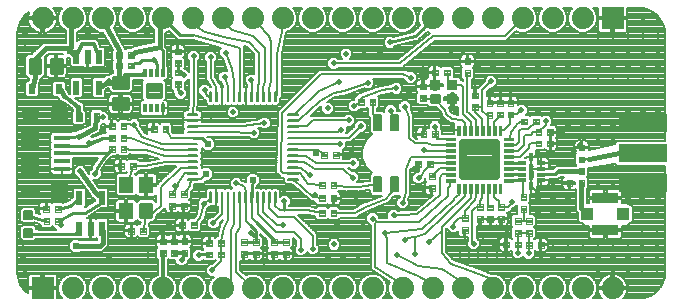
<source format=gtl>
G75*
%MOIN*%
%OFA0B0*%
%FSLAX24Y24*%
%IPPOS*%
%LPD*%
%AMOC8*
5,1,8,0,0,1.08239X$1,22.5*
%
%ADD10C,0.0047*%
%ADD11R,0.0374X0.0335*%
%ADD12C,0.0100*%
%ADD13C,0.0022*%
%ADD14C,0.0272*%
%ADD15C,0.0074*%
%ADD16R,0.0470X0.0550*%
%ADD17C,0.0141*%
%ADD18R,0.0217X0.0472*%
%ADD19R,0.0248X0.0327*%
%ADD20C,0.0091*%
%ADD21R,0.0315X0.0118*%
%ADD22R,0.0118X0.0315*%
%ADD23C,0.0063*%
%ADD24R,0.0740X0.0740*%
%ADD25C,0.0740*%
%ADD26R,0.0866X0.0335*%
%ADD27R,0.0413X0.0394*%
%ADD28C,0.0107*%
%ADD29R,0.0118X0.0295*%
%ADD30R,0.0531X0.0157*%
%ADD31R,0.0610X0.0591*%
%ADD32C,0.0354*%
%ADD33C,0.0055*%
%ADD34R,0.1600X0.0600*%
%ADD35C,0.0080*%
%ADD36C,0.0200*%
%ADD37C,0.0180*%
%ADD38C,0.0100*%
%ADD39C,0.0160*%
%ADD40C,0.0120*%
%ADD41C,0.0240*%
D10*
X009974Y005672D02*
X010164Y005672D01*
X009974Y005672D02*
X009974Y005862D01*
X010164Y005862D01*
X010164Y005672D01*
X010164Y005718D02*
X009974Y005718D01*
X009974Y005764D02*
X010164Y005764D01*
X010164Y005810D02*
X009974Y005810D01*
X009974Y005856D02*
X010164Y005856D01*
X010368Y005672D02*
X010558Y005672D01*
X010368Y005672D02*
X010368Y005862D01*
X010558Y005862D01*
X010558Y005672D01*
X010558Y005718D02*
X010368Y005718D01*
X010368Y005764D02*
X010558Y005764D01*
X010558Y005810D02*
X010368Y005810D01*
X010368Y005856D02*
X010558Y005856D01*
X010555Y006261D02*
X010365Y006261D01*
X010555Y006261D02*
X010555Y006071D01*
X010365Y006071D01*
X010365Y006261D01*
X010365Y006117D02*
X010555Y006117D01*
X010555Y006163D02*
X010365Y006163D01*
X010365Y006209D02*
X010555Y006209D01*
X010555Y006255D02*
X010365Y006255D01*
X010162Y006261D02*
X009972Y006261D01*
X010162Y006261D02*
X010162Y006071D01*
X009972Y006071D01*
X009972Y006261D01*
X009972Y006117D02*
X010162Y006117D01*
X010162Y006163D02*
X009972Y006163D01*
X009972Y006209D02*
X010162Y006209D01*
X010162Y006255D02*
X009972Y006255D01*
X012457Y007506D02*
X012647Y007506D01*
X012457Y007506D02*
X012457Y007696D01*
X012647Y007696D01*
X012647Y007506D01*
X012647Y007552D02*
X012457Y007552D01*
X012457Y007598D02*
X012647Y007598D01*
X012647Y007644D02*
X012457Y007644D01*
X012457Y007690D02*
X012647Y007690D01*
X012850Y007506D02*
X013040Y007506D01*
X012850Y007506D02*
X012850Y007696D01*
X013040Y007696D01*
X013040Y007506D01*
X013040Y007552D02*
X012850Y007552D01*
X012850Y007598D02*
X013040Y007598D01*
X013040Y007644D02*
X012850Y007644D01*
X012850Y007690D02*
X013040Y007690D01*
X012737Y008070D02*
X012547Y008070D01*
X012547Y008260D01*
X012737Y008260D01*
X012737Y008070D01*
X012737Y008116D02*
X012547Y008116D01*
X012547Y008162D02*
X012737Y008162D01*
X012737Y008208D02*
X012547Y008208D01*
X012547Y008254D02*
X012737Y008254D01*
X012737Y008420D02*
X012547Y008420D01*
X012547Y008610D01*
X012737Y008610D01*
X012737Y008420D01*
X012737Y008466D02*
X012547Y008466D01*
X012547Y008512D02*
X012737Y008512D01*
X012737Y008558D02*
X012547Y008558D01*
X012547Y008604D02*
X012737Y008604D01*
X012343Y008420D02*
X012153Y008420D01*
X012153Y008610D01*
X012343Y008610D01*
X012343Y008420D01*
X012343Y008466D02*
X012153Y008466D01*
X012153Y008512D02*
X012343Y008512D01*
X012343Y008558D02*
X012153Y008558D01*
X012153Y008604D02*
X012343Y008604D01*
X012343Y008070D02*
X012153Y008070D01*
X012153Y008260D01*
X012343Y008260D01*
X012343Y008070D01*
X012343Y008116D02*
X012153Y008116D01*
X012153Y008162D02*
X012343Y008162D01*
X012343Y008208D02*
X012153Y008208D01*
X012153Y008254D02*
X012343Y008254D01*
X013553Y008910D02*
X013743Y008910D01*
X013743Y008720D01*
X013553Y008720D01*
X013553Y008910D01*
X013553Y008766D02*
X013743Y008766D01*
X013743Y008812D02*
X013553Y008812D01*
X013553Y008858D02*
X013743Y008858D01*
X013743Y008904D02*
X013553Y008904D01*
X013947Y008910D02*
X014137Y008910D01*
X014137Y008720D01*
X013947Y008720D01*
X013947Y008910D01*
X013947Y008766D02*
X014137Y008766D01*
X014137Y008812D02*
X013947Y008812D01*
X013947Y008858D02*
X014137Y008858D01*
X014137Y008904D02*
X013947Y008904D01*
X012737Y009010D02*
X012547Y009010D01*
X012737Y009010D02*
X012737Y008820D01*
X012547Y008820D01*
X012547Y009010D01*
X012547Y008866D02*
X012737Y008866D01*
X012737Y008912D02*
X012547Y008912D01*
X012547Y008958D02*
X012737Y008958D01*
X012737Y009004D02*
X012547Y009004D01*
X012343Y009010D02*
X012153Y009010D01*
X012343Y009010D02*
X012343Y008820D01*
X012153Y008820D01*
X012153Y009010D01*
X012153Y008866D02*
X012343Y008866D01*
X012343Y008912D02*
X012153Y008912D01*
X012153Y008958D02*
X012343Y008958D01*
X012343Y009004D02*
X012153Y009004D01*
X011831Y009349D02*
X011641Y009349D01*
X011831Y009349D02*
X011831Y009081D01*
X011641Y009081D01*
X011641Y009349D01*
X011641Y009127D02*
X011831Y009127D01*
X011831Y009173D02*
X011641Y009173D01*
X011641Y009219D02*
X011831Y009219D01*
X011831Y009265D02*
X011641Y009265D01*
X011641Y009311D02*
X011831Y009311D01*
X011248Y009349D02*
X011058Y009349D01*
X011248Y009349D02*
X011248Y009081D01*
X011058Y009081D01*
X011058Y009349D01*
X011058Y009127D02*
X011248Y009127D01*
X011248Y009173D02*
X011058Y009173D01*
X011058Y009219D02*
X011248Y009219D01*
X011248Y009265D02*
X011058Y009265D01*
X011058Y009311D02*
X011248Y009311D01*
X014350Y010223D02*
X014350Y010413D01*
X014540Y010413D01*
X014540Y010223D01*
X014350Y010223D01*
X014350Y010269D02*
X014540Y010269D01*
X014540Y010315D02*
X014350Y010315D01*
X014350Y010361D02*
X014540Y010361D01*
X014540Y010407D02*
X014350Y010407D01*
X014350Y010617D02*
X014350Y010807D01*
X014540Y010807D01*
X014540Y010617D01*
X014350Y010617D01*
X014350Y010663D02*
X014540Y010663D01*
X014540Y010709D02*
X014350Y010709D01*
X014350Y010755D02*
X014540Y010755D01*
X014540Y010801D02*
X014350Y010801D01*
X014350Y010923D02*
X014350Y011113D01*
X014540Y011113D01*
X014540Y010923D01*
X014350Y010923D01*
X014350Y010969D02*
X014540Y010969D01*
X014540Y011015D02*
X014350Y011015D01*
X014350Y011061D02*
X014540Y011061D01*
X014540Y011107D02*
X014350Y011107D01*
X014350Y011317D02*
X014350Y011507D01*
X014540Y011507D01*
X014540Y011317D01*
X014350Y011317D01*
X014350Y011363D02*
X014540Y011363D01*
X014540Y011409D02*
X014350Y011409D01*
X014350Y011455D02*
X014540Y011455D01*
X014540Y011501D02*
X014350Y011501D01*
X012977Y011193D02*
X012787Y011193D01*
X012787Y011383D01*
X012977Y011383D01*
X012977Y011193D01*
X012977Y011239D02*
X012787Y011239D01*
X012787Y011285D02*
X012977Y011285D01*
X012977Y011331D02*
X012787Y011331D01*
X012787Y011377D02*
X012977Y011377D01*
X012583Y011193D02*
X012393Y011193D01*
X012393Y011383D01*
X012583Y011383D01*
X012583Y011193D01*
X012583Y011239D02*
X012393Y011239D01*
X012393Y011285D02*
X012583Y011285D01*
X012583Y011331D02*
X012393Y011331D01*
X012393Y011377D02*
X012583Y011377D01*
X012583Y010845D02*
X012393Y010845D01*
X012393Y011035D01*
X012583Y011035D01*
X012583Y010845D01*
X012583Y010891D02*
X012393Y010891D01*
X012393Y010937D02*
X012583Y010937D01*
X012583Y010983D02*
X012393Y010983D01*
X012393Y011029D02*
X012583Y011029D01*
X012787Y010845D02*
X012977Y010845D01*
X012787Y010845D02*
X012787Y011035D01*
X012977Y011035D01*
X012977Y010845D01*
X012977Y010891D02*
X012787Y010891D01*
X012787Y010937D02*
X012977Y010937D01*
X012977Y010983D02*
X012787Y010983D01*
X012787Y011029D02*
X012977Y011029D01*
X019234Y007867D02*
X019424Y007867D01*
X019234Y007867D02*
X019234Y008057D01*
X019424Y008057D01*
X019424Y007867D01*
X019424Y007913D02*
X019234Y007913D01*
X019234Y007959D02*
X019424Y007959D01*
X019424Y008005D02*
X019234Y008005D01*
X019234Y008051D02*
X019424Y008051D01*
X019628Y007867D02*
X019818Y007867D01*
X019628Y007867D02*
X019628Y008057D01*
X019818Y008057D01*
X019818Y007867D01*
X019818Y007913D02*
X019628Y007913D01*
X019628Y007959D02*
X019818Y007959D01*
X019818Y008005D02*
X019628Y008005D01*
X019628Y008051D02*
X019818Y008051D01*
X019737Y007060D02*
X019547Y007060D01*
X019737Y007060D02*
X019737Y006870D01*
X019547Y006870D01*
X019547Y007060D01*
X019547Y006916D02*
X019737Y006916D01*
X019737Y006962D02*
X019547Y006962D01*
X019547Y007008D02*
X019737Y007008D01*
X019737Y007054D02*
X019547Y007054D01*
X019343Y007060D02*
X019153Y007060D01*
X019343Y007060D02*
X019343Y006870D01*
X019153Y006870D01*
X019153Y007060D01*
X019153Y006916D02*
X019343Y006916D01*
X019343Y006962D02*
X019153Y006962D01*
X019153Y007008D02*
X019343Y007008D01*
X019343Y007054D02*
X019153Y007054D01*
X019154Y006609D02*
X019344Y006609D01*
X019344Y006419D01*
X019154Y006419D01*
X019154Y006609D01*
X019154Y006465D02*
X019344Y006465D01*
X019344Y006511D02*
X019154Y006511D01*
X019154Y006557D02*
X019344Y006557D01*
X019344Y006603D02*
X019154Y006603D01*
X019548Y006609D02*
X019738Y006609D01*
X019738Y006419D01*
X019548Y006419D01*
X019548Y006609D01*
X019548Y006465D02*
X019738Y006465D01*
X019738Y006511D02*
X019548Y006511D01*
X019548Y006557D02*
X019738Y006557D01*
X019738Y006603D02*
X019548Y006603D01*
X019547Y006110D02*
X019737Y006110D01*
X019737Y005920D01*
X019547Y005920D01*
X019547Y006110D01*
X019547Y005966D02*
X019737Y005966D01*
X019737Y006012D02*
X019547Y006012D01*
X019547Y006058D02*
X019737Y006058D01*
X019737Y006104D02*
X019547Y006104D01*
X019343Y006110D02*
X019153Y006110D01*
X019343Y006110D02*
X019343Y005920D01*
X019153Y005920D01*
X019153Y006110D01*
X019153Y005966D02*
X019343Y005966D01*
X019343Y006012D02*
X019153Y006012D01*
X019153Y006058D02*
X019343Y006058D01*
X019343Y006104D02*
X019153Y006104D01*
X017950Y005157D02*
X017950Y004967D01*
X017950Y005157D02*
X018140Y005157D01*
X018140Y004967D01*
X017950Y004967D01*
X017950Y005013D02*
X018140Y005013D01*
X018140Y005059D02*
X017950Y005059D01*
X017950Y005105D02*
X018140Y005105D01*
X018140Y005151D02*
X017950Y005151D01*
X017550Y005157D02*
X017550Y004967D01*
X017550Y005157D02*
X017740Y005157D01*
X017740Y004967D01*
X017550Y004967D01*
X017550Y005013D02*
X017740Y005013D01*
X017740Y005059D02*
X017550Y005059D01*
X017550Y005105D02*
X017740Y005105D01*
X017740Y005151D02*
X017550Y005151D01*
X017140Y005157D02*
X017140Y004967D01*
X016950Y004967D01*
X016950Y005157D01*
X017140Y005157D01*
X017140Y005013D02*
X016950Y005013D01*
X016950Y005059D02*
X017140Y005059D01*
X017140Y005105D02*
X016950Y005105D01*
X016950Y005151D02*
X017140Y005151D01*
X016550Y005157D02*
X016550Y004967D01*
X016550Y005157D02*
X016740Y005157D01*
X016740Y004967D01*
X016550Y004967D01*
X016550Y005013D02*
X016740Y005013D01*
X016740Y005059D02*
X016550Y005059D01*
X016550Y005105D02*
X016740Y005105D01*
X016740Y005151D02*
X016550Y005151D01*
X016550Y004763D02*
X016550Y004573D01*
X016550Y004763D02*
X016740Y004763D01*
X016740Y004573D01*
X016550Y004573D01*
X016550Y004619D02*
X016740Y004619D01*
X016740Y004665D02*
X016550Y004665D01*
X016550Y004711D02*
X016740Y004711D01*
X016740Y004757D02*
X016550Y004757D01*
X017140Y004763D02*
X017140Y004573D01*
X016950Y004573D01*
X016950Y004763D01*
X017140Y004763D01*
X017140Y004619D02*
X016950Y004619D01*
X016950Y004665D02*
X017140Y004665D01*
X017140Y004711D02*
X016950Y004711D01*
X016950Y004757D02*
X017140Y004757D01*
X017550Y004763D02*
X017550Y004573D01*
X017550Y004763D02*
X017740Y004763D01*
X017740Y004573D01*
X017550Y004573D01*
X017550Y004619D02*
X017740Y004619D01*
X017740Y004665D02*
X017550Y004665D01*
X017550Y004711D02*
X017740Y004711D01*
X017740Y004757D02*
X017550Y004757D01*
X017950Y004763D02*
X017950Y004573D01*
X017950Y004763D02*
X018140Y004763D01*
X018140Y004573D01*
X017950Y004573D01*
X017950Y004619D02*
X018140Y004619D01*
X018140Y004665D02*
X017950Y004665D01*
X017950Y004711D02*
X018140Y004711D01*
X018140Y004757D02*
X017950Y004757D01*
X015987Y004740D02*
X015797Y004740D01*
X015987Y004740D02*
X015987Y004550D01*
X015797Y004550D01*
X015797Y004740D01*
X015797Y004596D02*
X015987Y004596D01*
X015987Y004642D02*
X015797Y004642D01*
X015797Y004688D02*
X015987Y004688D01*
X015987Y004734D02*
X015797Y004734D01*
X015797Y004920D02*
X015987Y004920D01*
X015797Y004920D02*
X015797Y005110D01*
X015987Y005110D01*
X015987Y004920D01*
X015987Y004966D02*
X015797Y004966D01*
X015797Y005012D02*
X015987Y005012D01*
X015987Y005058D02*
X015797Y005058D01*
X015797Y005104D02*
X015987Y005104D01*
X015593Y004920D02*
X015403Y004920D01*
X015403Y005110D01*
X015593Y005110D01*
X015593Y004920D01*
X015593Y004966D02*
X015403Y004966D01*
X015403Y005012D02*
X015593Y005012D01*
X015593Y005058D02*
X015403Y005058D01*
X015403Y005104D02*
X015593Y005104D01*
X015593Y004740D02*
X015403Y004740D01*
X015593Y004740D02*
X015593Y004550D01*
X015403Y004550D01*
X015403Y004740D01*
X015403Y004596D02*
X015593Y004596D01*
X015593Y004642D02*
X015403Y004642D01*
X015403Y004688D02*
X015593Y004688D01*
X015593Y004734D02*
X015403Y004734D01*
X014771Y004783D02*
X014771Y004593D01*
X014581Y004593D01*
X014581Y004783D01*
X014771Y004783D01*
X014771Y004639D02*
X014581Y004639D01*
X014581Y004685D02*
X014771Y004685D01*
X014771Y004731D02*
X014581Y004731D01*
X014581Y004777D02*
X014771Y004777D01*
X014771Y004987D02*
X014771Y005177D01*
X014771Y004987D02*
X014581Y004987D01*
X014581Y005177D01*
X014771Y005177D01*
X014771Y005033D02*
X014581Y005033D01*
X014581Y005079D02*
X014771Y005079D01*
X014771Y005125D02*
X014581Y005125D01*
X014581Y005171D02*
X014771Y005171D01*
X014225Y005174D02*
X014225Y004984D01*
X014225Y005174D02*
X014415Y005174D01*
X014415Y004984D01*
X014225Y004984D01*
X014225Y005030D02*
X014415Y005030D01*
X014415Y005076D02*
X014225Y005076D01*
X014225Y005122D02*
X014415Y005122D01*
X014415Y005168D02*
X014225Y005168D01*
X013859Y005171D02*
X013859Y004981D01*
X013859Y005171D02*
X014049Y005171D01*
X014049Y004981D01*
X013859Y004981D01*
X013859Y005027D02*
X014049Y005027D01*
X014049Y005073D02*
X013859Y005073D01*
X013859Y005119D02*
X014049Y005119D01*
X014049Y005165D02*
X013859Y005165D01*
X014225Y004780D02*
X014225Y004590D01*
X014225Y004780D02*
X014415Y004780D01*
X014415Y004590D01*
X014225Y004590D01*
X014225Y004636D02*
X014415Y004636D01*
X014415Y004682D02*
X014225Y004682D01*
X014225Y004728D02*
X014415Y004728D01*
X014415Y004774D02*
X014225Y004774D01*
X013859Y004777D02*
X013859Y004587D01*
X013859Y004777D02*
X014049Y004777D01*
X014049Y004587D01*
X013859Y004587D01*
X013859Y004633D02*
X014049Y004633D01*
X014049Y004679D02*
X013859Y004679D01*
X013859Y004725D02*
X014049Y004725D01*
X014049Y004771D02*
X013859Y004771D01*
X013386Y005337D02*
X013196Y005337D01*
X013196Y005527D01*
X013386Y005527D01*
X013386Y005337D01*
X013386Y005383D02*
X013196Y005383D01*
X013196Y005429D02*
X013386Y005429D01*
X013386Y005475D02*
X013196Y005475D01*
X013196Y005521D02*
X013386Y005521D01*
X012992Y005337D02*
X012802Y005337D01*
X012802Y005527D01*
X012992Y005527D01*
X012992Y005337D01*
X012992Y005383D02*
X012802Y005383D01*
X012802Y005429D02*
X012992Y005429D01*
X012992Y005475D02*
X012802Y005475D01*
X012802Y005521D02*
X012992Y005521D01*
X014157Y006173D02*
X014157Y006363D01*
X014347Y006363D01*
X014347Y006173D01*
X014157Y006173D01*
X014157Y006219D02*
X014347Y006219D01*
X014347Y006265D02*
X014157Y006265D01*
X014157Y006311D02*
X014347Y006311D01*
X014347Y006357D02*
X014157Y006357D01*
X014550Y006363D02*
X014550Y006173D01*
X014550Y006363D02*
X014740Y006363D01*
X014740Y006173D01*
X014550Y006173D01*
X014550Y006219D02*
X014740Y006219D01*
X014740Y006265D02*
X014550Y006265D01*
X014550Y006311D02*
X014740Y006311D01*
X014740Y006357D02*
X014550Y006357D01*
X014550Y006567D02*
X014550Y006757D01*
X014740Y006757D01*
X014740Y006567D01*
X014550Y006567D01*
X014550Y006613D02*
X014740Y006613D01*
X014740Y006659D02*
X014550Y006659D01*
X014550Y006705D02*
X014740Y006705D01*
X014740Y006751D02*
X014550Y006751D01*
X014157Y006757D02*
X014157Y006567D01*
X014157Y006757D02*
X014347Y006757D01*
X014347Y006567D01*
X014157Y006567D01*
X014157Y006613D02*
X014347Y006613D01*
X014347Y006659D02*
X014157Y006659D01*
X014157Y006705D02*
X014347Y006705D01*
X014347Y006751D02*
X014157Y006751D01*
X014503Y005520D02*
X014693Y005520D01*
X014503Y005520D02*
X014503Y005710D01*
X014693Y005710D01*
X014693Y005520D01*
X014693Y005566D02*
X014503Y005566D01*
X014503Y005612D02*
X014693Y005612D01*
X014693Y005658D02*
X014503Y005658D01*
X014503Y005704D02*
X014693Y005704D01*
X014897Y005520D02*
X015087Y005520D01*
X014897Y005520D02*
X014897Y005710D01*
X015087Y005710D01*
X015087Y005520D01*
X015087Y005566D02*
X014897Y005566D01*
X014897Y005612D02*
X015087Y005612D01*
X015087Y005658D02*
X014897Y005658D01*
X014897Y005704D02*
X015087Y005704D01*
X022364Y007741D02*
X022554Y007741D01*
X022554Y007551D01*
X022364Y007551D01*
X022364Y007741D01*
X022364Y007597D02*
X022554Y007597D01*
X022554Y007643D02*
X022364Y007643D01*
X022364Y007689D02*
X022554Y007689D01*
X022554Y007735D02*
X022364Y007735D01*
X022757Y007741D02*
X022947Y007741D01*
X022947Y007551D01*
X022757Y007551D01*
X022757Y007741D01*
X022757Y007597D02*
X022947Y007597D01*
X022947Y007643D02*
X022757Y007643D01*
X022757Y007689D02*
X022947Y007689D01*
X022947Y007735D02*
X022757Y007735D01*
X022820Y007357D02*
X022820Y007167D01*
X022820Y007357D02*
X023010Y007357D01*
X023010Y007167D01*
X022820Y007167D01*
X022820Y007213D02*
X023010Y007213D01*
X023010Y007259D02*
X022820Y007259D01*
X022820Y007305D02*
X023010Y007305D01*
X023010Y007351D02*
X022820Y007351D01*
X022820Y006963D02*
X022820Y006773D01*
X022820Y006963D02*
X023010Y006963D01*
X023010Y006773D01*
X022820Y006773D01*
X022820Y006819D02*
X023010Y006819D01*
X023010Y006865D02*
X022820Y006865D01*
X022820Y006911D02*
X023010Y006911D01*
X023010Y006957D02*
X022820Y006957D01*
X024430Y006317D02*
X024430Y006127D01*
X024430Y006317D02*
X024620Y006317D01*
X024620Y006127D01*
X024430Y006127D01*
X024430Y006173D02*
X024620Y006173D01*
X024620Y006219D02*
X024430Y006219D01*
X024430Y006265D02*
X024620Y006265D01*
X024620Y006311D02*
X024430Y006311D01*
X024960Y006307D02*
X024960Y006117D01*
X024770Y006117D01*
X024770Y006307D01*
X024960Y006307D01*
X024960Y006163D02*
X024770Y006163D01*
X024770Y006209D02*
X024960Y006209D01*
X024960Y006255D02*
X024770Y006255D01*
X024770Y006301D02*
X024960Y006301D01*
X025130Y006317D02*
X025130Y006127D01*
X025130Y006317D02*
X025320Y006317D01*
X025320Y006127D01*
X025130Y006127D01*
X025130Y006173D02*
X025320Y006173D01*
X025320Y006219D02*
X025130Y006219D01*
X025130Y006265D02*
X025320Y006265D01*
X025320Y006311D02*
X025130Y006311D01*
X025130Y005923D02*
X025130Y005733D01*
X025130Y005923D02*
X025320Y005923D01*
X025320Y005733D01*
X025130Y005733D01*
X025130Y005779D02*
X025320Y005779D01*
X025320Y005825D02*
X025130Y005825D01*
X025130Y005871D02*
X025320Y005871D01*
X025320Y005917D02*
X025130Y005917D01*
X024960Y005913D02*
X024960Y005723D01*
X024770Y005723D01*
X024770Y005913D01*
X024960Y005913D01*
X024960Y005769D02*
X024770Y005769D01*
X024770Y005815D02*
X024960Y005815D01*
X024960Y005861D02*
X024770Y005861D01*
X024770Y005907D02*
X024960Y005907D01*
X024430Y005923D02*
X024430Y005733D01*
X024430Y005923D02*
X024620Y005923D01*
X024620Y005733D01*
X024430Y005733D01*
X024430Y005779D02*
X024620Y005779D01*
X024620Y005825D02*
X024430Y005825D01*
X024430Y005871D02*
X024620Y005871D01*
X024620Y005917D02*
X024430Y005917D01*
X023920Y005947D02*
X023920Y005757D01*
X023920Y005947D02*
X024110Y005947D01*
X024110Y005757D01*
X023920Y005757D01*
X023920Y005803D02*
X024110Y005803D01*
X024110Y005849D02*
X023920Y005849D01*
X023920Y005895D02*
X024110Y005895D01*
X024110Y005941D02*
X023920Y005941D01*
X023920Y005553D02*
X023920Y005363D01*
X023920Y005553D02*
X024110Y005553D01*
X024110Y005363D01*
X023920Y005363D01*
X023920Y005409D02*
X024110Y005409D01*
X024110Y005455D02*
X023920Y005455D01*
X023920Y005501D02*
X024110Y005501D01*
X024110Y005547D02*
X023920Y005547D01*
X025293Y005070D02*
X025483Y005070D01*
X025483Y004880D01*
X025293Y004880D01*
X025293Y005070D01*
X025293Y004926D02*
X025483Y004926D01*
X025483Y004972D02*
X025293Y004972D01*
X025293Y005018D02*
X025483Y005018D01*
X025483Y005064D02*
X025293Y005064D01*
X025687Y005070D02*
X025877Y005070D01*
X025877Y004880D01*
X025687Y004880D01*
X025687Y005070D01*
X025687Y004926D02*
X025877Y004926D01*
X025877Y004972D02*
X025687Y004972D01*
X025687Y005018D02*
X025877Y005018D01*
X025877Y005064D02*
X025687Y005064D01*
X025880Y005273D02*
X025880Y005463D01*
X025880Y005273D02*
X025690Y005273D01*
X025690Y005463D01*
X025880Y005463D01*
X025880Y005319D02*
X025690Y005319D01*
X025690Y005365D02*
X025880Y005365D01*
X025880Y005411D02*
X025690Y005411D01*
X025690Y005457D02*
X025880Y005457D01*
X026050Y005463D02*
X026050Y005273D01*
X026050Y005463D02*
X026240Y005463D01*
X026240Y005273D01*
X026050Y005273D01*
X026050Y005319D02*
X026240Y005319D01*
X026240Y005365D02*
X026050Y005365D01*
X026050Y005411D02*
X026240Y005411D01*
X026240Y005457D02*
X026050Y005457D01*
X026050Y005667D02*
X026050Y005857D01*
X026240Y005857D01*
X026240Y005667D01*
X026050Y005667D01*
X026050Y005713D02*
X026240Y005713D01*
X026240Y005759D02*
X026050Y005759D01*
X026050Y005805D02*
X026240Y005805D01*
X026240Y005851D02*
X026050Y005851D01*
X025880Y005857D02*
X025880Y005667D01*
X025690Y005667D01*
X025690Y005857D01*
X025880Y005857D01*
X025880Y005713D02*
X025690Y005713D01*
X025690Y005759D02*
X025880Y005759D01*
X025880Y005805D02*
X025690Y005805D01*
X025690Y005851D02*
X025880Y005851D01*
X025880Y006063D02*
X025880Y006253D01*
X026070Y006253D01*
X026070Y006063D01*
X025880Y006063D01*
X025880Y006109D02*
X026070Y006109D01*
X026070Y006155D02*
X025880Y006155D01*
X025880Y006201D02*
X026070Y006201D01*
X026070Y006247D02*
X025880Y006247D01*
X025880Y006457D02*
X025880Y006647D01*
X026070Y006647D01*
X026070Y006457D01*
X025880Y006457D01*
X025880Y006503D02*
X026070Y006503D01*
X026070Y006549D02*
X025880Y006549D01*
X025880Y006595D02*
X026070Y006595D01*
X026070Y006641D02*
X025880Y006641D01*
X027415Y006930D02*
X027605Y006930D01*
X027415Y006930D02*
X027415Y007120D01*
X027605Y007120D01*
X027605Y006930D01*
X027605Y006976D02*
X027415Y006976D01*
X027415Y007022D02*
X027605Y007022D01*
X027605Y007068D02*
X027415Y007068D01*
X027415Y007114D02*
X027605Y007114D01*
X027809Y006930D02*
X027999Y006930D01*
X027809Y006930D02*
X027809Y007120D01*
X027999Y007120D01*
X027999Y006930D01*
X027999Y006976D02*
X027809Y006976D01*
X027809Y007022D02*
X027999Y007022D01*
X027999Y007068D02*
X027809Y007068D01*
X027809Y007114D02*
X027999Y007114D01*
X027810Y007120D02*
X027810Y006930D01*
X027810Y007120D02*
X028000Y007120D01*
X028000Y006930D01*
X027810Y006930D01*
X027810Y006976D02*
X028000Y006976D01*
X028000Y007022D02*
X027810Y007022D01*
X027810Y007068D02*
X028000Y007068D01*
X028000Y007114D02*
X027810Y007114D01*
X028000Y007318D02*
X028000Y007508D01*
X028000Y007318D02*
X027810Y007318D01*
X027810Y007508D01*
X028000Y007508D01*
X028000Y007364D02*
X027810Y007364D01*
X027810Y007410D02*
X028000Y007410D01*
X028000Y007456D02*
X027810Y007456D01*
X027810Y007502D02*
X028000Y007502D01*
X027810Y007514D02*
X027810Y007324D01*
X027810Y007514D02*
X028000Y007514D01*
X028000Y007324D01*
X027810Y007324D01*
X027810Y007370D02*
X028000Y007370D01*
X028000Y007416D02*
X027810Y007416D01*
X027810Y007462D02*
X028000Y007462D01*
X028000Y007508D02*
X027810Y007508D01*
X028000Y007711D02*
X028000Y007901D01*
X028000Y007711D02*
X027810Y007711D01*
X027810Y007901D01*
X028000Y007901D01*
X028000Y007757D02*
X027810Y007757D01*
X027810Y007803D02*
X028000Y007803D01*
X028000Y007849D02*
X027810Y007849D01*
X027810Y007895D02*
X028000Y007895D01*
X027811Y007907D02*
X027811Y007717D01*
X027811Y007907D02*
X028001Y007907D01*
X028001Y007717D01*
X027811Y007717D01*
X027811Y007763D02*
X028001Y007763D01*
X028001Y007809D02*
X027811Y007809D01*
X027811Y007855D02*
X028001Y007855D01*
X028001Y007901D02*
X027811Y007901D01*
X027811Y008111D02*
X027811Y008301D01*
X028001Y008301D01*
X028001Y008111D01*
X027811Y008111D01*
X027811Y008157D02*
X028001Y008157D01*
X028001Y008203D02*
X027811Y008203D01*
X027811Y008249D02*
X028001Y008249D01*
X028001Y008295D02*
X027811Y008295D01*
X026957Y008250D02*
X026767Y008250D01*
X026767Y008440D01*
X026957Y008440D01*
X026957Y008250D01*
X026957Y008296D02*
X026767Y008296D01*
X026767Y008342D02*
X026957Y008342D01*
X026957Y008388D02*
X026767Y008388D01*
X026767Y008434D02*
X026957Y008434D01*
X026957Y008620D02*
X026767Y008620D01*
X026767Y008810D01*
X026957Y008810D01*
X026957Y008620D01*
X026957Y008666D02*
X026767Y008666D01*
X026767Y008712D02*
X026957Y008712D01*
X026957Y008758D02*
X026767Y008758D01*
X026767Y008804D02*
X026957Y008804D01*
X026563Y008620D02*
X026373Y008620D01*
X026373Y008810D01*
X026563Y008810D01*
X026563Y008620D01*
X026563Y008666D02*
X026373Y008666D01*
X026373Y008712D02*
X026563Y008712D01*
X026563Y008758D02*
X026373Y008758D01*
X026373Y008804D02*
X026563Y008804D01*
X026477Y008980D02*
X026287Y008980D01*
X026287Y009170D01*
X026477Y009170D01*
X026477Y008980D01*
X026477Y009026D02*
X026287Y009026D01*
X026287Y009072D02*
X026477Y009072D01*
X026477Y009118D02*
X026287Y009118D01*
X026287Y009164D02*
X026477Y009164D01*
X026083Y008980D02*
X025893Y008980D01*
X025893Y009170D01*
X026083Y009170D01*
X026083Y008980D01*
X026083Y009026D02*
X025893Y009026D01*
X025893Y009072D02*
X026083Y009072D01*
X026083Y009118D02*
X025893Y009118D01*
X025893Y009164D02*
X026083Y009164D01*
X025630Y009213D02*
X025630Y009403D01*
X025630Y009213D02*
X025440Y009213D01*
X025440Y009403D01*
X025630Y009403D01*
X025630Y009259D02*
X025440Y009259D01*
X025440Y009305D02*
X025630Y009305D01*
X025630Y009351D02*
X025440Y009351D01*
X025440Y009397D02*
X025630Y009397D01*
X025630Y009607D02*
X025630Y009797D01*
X025630Y009607D02*
X025440Y009607D01*
X025440Y009797D01*
X025630Y009797D01*
X025630Y009653D02*
X025440Y009653D01*
X025440Y009699D02*
X025630Y009699D01*
X025630Y009745D02*
X025440Y009745D01*
X025440Y009791D02*
X025630Y009791D01*
X025290Y009797D02*
X025290Y009607D01*
X025100Y009607D01*
X025100Y009797D01*
X025290Y009797D01*
X025290Y009653D02*
X025100Y009653D01*
X025100Y009699D02*
X025290Y009699D01*
X025290Y009745D02*
X025100Y009745D01*
X025100Y009791D02*
X025290Y009791D01*
X024930Y009787D02*
X024930Y009597D01*
X024740Y009597D01*
X024740Y009787D01*
X024930Y009787D01*
X024930Y009643D02*
X024740Y009643D01*
X024740Y009689D02*
X024930Y009689D01*
X024930Y009735D02*
X024740Y009735D01*
X024740Y009781D02*
X024930Y009781D01*
X024450Y009847D02*
X024450Y010037D01*
X024450Y009847D02*
X024260Y009847D01*
X024260Y010037D01*
X024450Y010037D01*
X024450Y009893D02*
X024260Y009893D01*
X024260Y009939D02*
X024450Y009939D01*
X024450Y009985D02*
X024260Y009985D01*
X024260Y010031D02*
X024450Y010031D01*
X024450Y009643D02*
X024450Y009453D01*
X024260Y009453D01*
X024260Y009643D01*
X024450Y009643D01*
X024450Y009499D02*
X024260Y009499D01*
X024260Y009545D02*
X024450Y009545D01*
X024450Y009591D02*
X024260Y009591D01*
X024260Y009637D02*
X024450Y009637D01*
X024930Y009393D02*
X024930Y009203D01*
X024740Y009203D01*
X024740Y009393D01*
X024930Y009393D01*
X024930Y009249D02*
X024740Y009249D01*
X024740Y009295D02*
X024930Y009295D01*
X024930Y009341D02*
X024740Y009341D01*
X024740Y009387D02*
X024930Y009387D01*
X025290Y009403D02*
X025290Y009213D01*
X025100Y009213D01*
X025100Y009403D01*
X025290Y009403D01*
X025290Y009259D02*
X025100Y009259D01*
X025100Y009305D02*
X025290Y009305D01*
X025290Y009351D02*
X025100Y009351D01*
X025100Y009397D02*
X025290Y009397D01*
X023127Y008750D02*
X022937Y008750D01*
X023127Y008750D02*
X023127Y008560D01*
X022937Y008560D01*
X022937Y008750D01*
X022937Y008606D02*
X023127Y008606D01*
X023127Y008652D02*
X022937Y008652D01*
X022937Y008698D02*
X023127Y008698D01*
X023127Y008744D02*
X022937Y008744D01*
X022733Y008750D02*
X022543Y008750D01*
X022733Y008750D02*
X022733Y008560D01*
X022543Y008560D01*
X022543Y008750D01*
X022543Y008606D02*
X022733Y008606D01*
X022733Y008652D02*
X022543Y008652D01*
X022543Y008698D02*
X022733Y008698D01*
X022733Y008744D02*
X022543Y008744D01*
X022720Y009753D02*
X022720Y009943D01*
X022720Y009753D02*
X022530Y009753D01*
X022530Y009943D01*
X022720Y009943D01*
X022720Y009799D02*
X022530Y009799D01*
X022530Y009845D02*
X022720Y009845D01*
X022720Y009891D02*
X022530Y009891D01*
X022530Y009937D02*
X022720Y009937D01*
X022720Y010147D02*
X022720Y010337D01*
X022720Y010147D02*
X022530Y010147D01*
X022530Y010337D01*
X022720Y010337D01*
X022720Y010193D02*
X022530Y010193D01*
X022530Y010239D02*
X022720Y010239D01*
X022720Y010285D02*
X022530Y010285D01*
X022530Y010331D02*
X022720Y010331D01*
X022923Y010800D02*
X023113Y010800D01*
X023113Y010610D01*
X022923Y010610D01*
X022923Y010800D01*
X022923Y010656D02*
X023113Y010656D01*
X023113Y010702D02*
X022923Y010702D01*
X022923Y010748D02*
X023113Y010748D01*
X023113Y010794D02*
X022923Y010794D01*
X023317Y010800D02*
X023507Y010800D01*
X023507Y010610D01*
X023317Y010610D01*
X023317Y010800D01*
X023317Y010656D02*
X023507Y010656D01*
X023507Y010702D02*
X023317Y010702D01*
X023317Y010748D02*
X023507Y010748D01*
X023507Y010794D02*
X023317Y010794D01*
X024200Y010783D02*
X024200Y010593D01*
X024010Y010593D01*
X024010Y010783D01*
X024200Y010783D01*
X024200Y010639D02*
X024010Y010639D01*
X024010Y010685D02*
X024200Y010685D01*
X024200Y010731D02*
X024010Y010731D01*
X024010Y010777D02*
X024200Y010777D01*
X024200Y010987D02*
X024200Y011177D01*
X024200Y010987D02*
X024010Y010987D01*
X024010Y011177D01*
X024200Y011177D01*
X024200Y011033D02*
X024010Y011033D01*
X024010Y011079D02*
X024200Y011079D01*
X024200Y011125D02*
X024010Y011125D01*
X024010Y011171D02*
X024200Y011171D01*
X021037Y009810D02*
X020847Y009810D01*
X021037Y009810D02*
X021037Y009620D01*
X020847Y009620D01*
X020847Y009810D01*
X020847Y009666D02*
X021037Y009666D01*
X021037Y009712D02*
X020847Y009712D01*
X020847Y009758D02*
X021037Y009758D01*
X021037Y009804D02*
X020847Y009804D01*
X020643Y009810D02*
X020453Y009810D01*
X020643Y009810D02*
X020643Y009620D01*
X020453Y009620D01*
X020453Y009810D01*
X020453Y009666D02*
X020643Y009666D01*
X020643Y009712D02*
X020453Y009712D01*
X020453Y009758D02*
X020643Y009758D01*
X020643Y009804D02*
X020453Y009804D01*
X026373Y008250D02*
X026563Y008250D01*
X026373Y008250D02*
X026373Y008440D01*
X026563Y008440D01*
X026563Y008250D01*
X026563Y008296D02*
X026373Y008296D01*
X026373Y008342D02*
X026563Y008342D01*
X026563Y008388D02*
X026373Y008388D01*
X026373Y008434D02*
X026563Y008434D01*
X026647Y004870D02*
X026457Y004870D01*
X026457Y005060D01*
X026647Y005060D01*
X026647Y004870D01*
X026647Y004916D02*
X026457Y004916D01*
X026457Y004962D02*
X026647Y004962D01*
X026647Y005008D02*
X026457Y005008D01*
X026457Y005054D02*
X026647Y005054D01*
X026253Y004870D02*
X026063Y004870D01*
X026063Y005060D01*
X026253Y005060D01*
X026253Y004870D01*
X026253Y004916D02*
X026063Y004916D01*
X026063Y004962D02*
X026253Y004962D01*
X026253Y005008D02*
X026063Y005008D01*
X026063Y005054D02*
X026253Y005054D01*
D11*
X023600Y009839D03*
X023600Y010291D03*
X023029Y010291D03*
D12*
X023166Y009722D02*
X022892Y009722D01*
X022892Y009956D01*
X023166Y009956D01*
X023166Y009722D01*
X023166Y009821D02*
X022892Y009821D01*
X022892Y009920D02*
X023166Y009920D01*
D13*
X023771Y008925D02*
X023771Y008633D01*
X023771Y008925D02*
X023861Y008925D01*
X023861Y008633D01*
X023771Y008633D01*
X023771Y008654D02*
X023861Y008654D01*
X023861Y008675D02*
X023771Y008675D01*
X023771Y008696D02*
X023861Y008696D01*
X023861Y008717D02*
X023771Y008717D01*
X023771Y008738D02*
X023861Y008738D01*
X023861Y008759D02*
X023771Y008759D01*
X023771Y008780D02*
X023861Y008780D01*
X023861Y008801D02*
X023771Y008801D01*
X023771Y008822D02*
X023861Y008822D01*
X023861Y008843D02*
X023771Y008843D01*
X023771Y008864D02*
X023861Y008864D01*
X023861Y008885D02*
X023771Y008885D01*
X023771Y008906D02*
X023861Y008906D01*
X023968Y008925D02*
X023968Y008633D01*
X023968Y008925D02*
X024058Y008925D01*
X024058Y008633D01*
X023968Y008633D01*
X023968Y008654D02*
X024058Y008654D01*
X024058Y008675D02*
X023968Y008675D01*
X023968Y008696D02*
X024058Y008696D01*
X024058Y008717D02*
X023968Y008717D01*
X023968Y008738D02*
X024058Y008738D01*
X024058Y008759D02*
X023968Y008759D01*
X023968Y008780D02*
X024058Y008780D01*
X024058Y008801D02*
X023968Y008801D01*
X023968Y008822D02*
X024058Y008822D01*
X024058Y008843D02*
X023968Y008843D01*
X023968Y008864D02*
X024058Y008864D01*
X024058Y008885D02*
X023968Y008885D01*
X023968Y008906D02*
X024058Y008906D01*
X024165Y008925D02*
X024165Y008633D01*
X024165Y008925D02*
X024255Y008925D01*
X024255Y008633D01*
X024165Y008633D01*
X024165Y008654D02*
X024255Y008654D01*
X024255Y008675D02*
X024165Y008675D01*
X024165Y008696D02*
X024255Y008696D01*
X024255Y008717D02*
X024165Y008717D01*
X024165Y008738D02*
X024255Y008738D01*
X024255Y008759D02*
X024165Y008759D01*
X024165Y008780D02*
X024255Y008780D01*
X024255Y008801D02*
X024165Y008801D01*
X024165Y008822D02*
X024255Y008822D01*
X024255Y008843D02*
X024165Y008843D01*
X024165Y008864D02*
X024255Y008864D01*
X024255Y008885D02*
X024165Y008885D01*
X024165Y008906D02*
X024255Y008906D01*
X024361Y008925D02*
X024361Y008633D01*
X024361Y008925D02*
X024451Y008925D01*
X024451Y008633D01*
X024361Y008633D01*
X024361Y008654D02*
X024451Y008654D01*
X024451Y008675D02*
X024361Y008675D01*
X024361Y008696D02*
X024451Y008696D01*
X024451Y008717D02*
X024361Y008717D01*
X024361Y008738D02*
X024451Y008738D01*
X024451Y008759D02*
X024361Y008759D01*
X024361Y008780D02*
X024451Y008780D01*
X024451Y008801D02*
X024361Y008801D01*
X024361Y008822D02*
X024451Y008822D01*
X024451Y008843D02*
X024361Y008843D01*
X024361Y008864D02*
X024451Y008864D01*
X024451Y008885D02*
X024361Y008885D01*
X024361Y008906D02*
X024451Y008906D01*
X024558Y008925D02*
X024558Y008633D01*
X024558Y008925D02*
X024648Y008925D01*
X024648Y008633D01*
X024558Y008633D01*
X024558Y008654D02*
X024648Y008654D01*
X024648Y008675D02*
X024558Y008675D01*
X024558Y008696D02*
X024648Y008696D01*
X024648Y008717D02*
X024558Y008717D01*
X024558Y008738D02*
X024648Y008738D01*
X024648Y008759D02*
X024558Y008759D01*
X024558Y008780D02*
X024648Y008780D01*
X024648Y008801D02*
X024558Y008801D01*
X024558Y008822D02*
X024648Y008822D01*
X024648Y008843D02*
X024558Y008843D01*
X024558Y008864D02*
X024648Y008864D01*
X024648Y008885D02*
X024558Y008885D01*
X024558Y008906D02*
X024648Y008906D01*
X024755Y008925D02*
X024755Y008633D01*
X024755Y008925D02*
X024845Y008925D01*
X024845Y008633D01*
X024755Y008633D01*
X024755Y008654D02*
X024845Y008654D01*
X024845Y008675D02*
X024755Y008675D01*
X024755Y008696D02*
X024845Y008696D01*
X024845Y008717D02*
X024755Y008717D01*
X024755Y008738D02*
X024845Y008738D01*
X024845Y008759D02*
X024755Y008759D01*
X024755Y008780D02*
X024845Y008780D01*
X024845Y008801D02*
X024755Y008801D01*
X024755Y008822D02*
X024845Y008822D01*
X024845Y008843D02*
X024755Y008843D01*
X024755Y008864D02*
X024845Y008864D01*
X024845Y008885D02*
X024755Y008885D01*
X024755Y008906D02*
X024845Y008906D01*
X024952Y008925D02*
X024952Y008633D01*
X024952Y008925D02*
X025042Y008925D01*
X025042Y008633D01*
X024952Y008633D01*
X024952Y008654D02*
X025042Y008654D01*
X025042Y008675D02*
X024952Y008675D01*
X024952Y008696D02*
X025042Y008696D01*
X025042Y008717D02*
X024952Y008717D01*
X024952Y008738D02*
X025042Y008738D01*
X025042Y008759D02*
X024952Y008759D01*
X024952Y008780D02*
X025042Y008780D01*
X025042Y008801D02*
X024952Y008801D01*
X024952Y008822D02*
X025042Y008822D01*
X025042Y008843D02*
X024952Y008843D01*
X024952Y008864D02*
X025042Y008864D01*
X025042Y008885D02*
X024952Y008885D01*
X024952Y008906D02*
X025042Y008906D01*
X025149Y008925D02*
X025149Y008633D01*
X025149Y008925D02*
X025239Y008925D01*
X025239Y008633D01*
X025149Y008633D01*
X025149Y008654D02*
X025239Y008654D01*
X025239Y008675D02*
X025149Y008675D01*
X025149Y008696D02*
X025239Y008696D01*
X025239Y008717D02*
X025149Y008717D01*
X025149Y008738D02*
X025239Y008738D01*
X025239Y008759D02*
X025149Y008759D01*
X025149Y008780D02*
X025239Y008780D01*
X025239Y008801D02*
X025149Y008801D01*
X025149Y008822D02*
X025239Y008822D01*
X025239Y008843D02*
X025149Y008843D01*
X025149Y008864D02*
X025239Y008864D01*
X025239Y008885D02*
X025149Y008885D01*
X025149Y008906D02*
X025239Y008906D01*
X025333Y008539D02*
X025625Y008539D01*
X025625Y008449D01*
X025333Y008449D01*
X025333Y008539D01*
X025333Y008470D02*
X025625Y008470D01*
X025625Y008491D02*
X025333Y008491D01*
X025333Y008512D02*
X025625Y008512D01*
X025625Y008533D02*
X025333Y008533D01*
X025333Y008342D02*
X025625Y008342D01*
X025625Y008252D01*
X025333Y008252D01*
X025333Y008342D01*
X025333Y008273D02*
X025625Y008273D01*
X025625Y008294D02*
X025333Y008294D01*
X025333Y008315D02*
X025625Y008315D01*
X025625Y008336D02*
X025333Y008336D01*
X025333Y008145D02*
X025625Y008145D01*
X025625Y008055D01*
X025333Y008055D01*
X025333Y008145D01*
X025333Y008076D02*
X025625Y008076D01*
X025625Y008097D02*
X025333Y008097D01*
X025333Y008118D02*
X025625Y008118D01*
X025625Y008139D02*
X025333Y008139D01*
X025333Y007948D02*
X025625Y007948D01*
X025625Y007858D01*
X025333Y007858D01*
X025333Y007948D01*
X025333Y007879D02*
X025625Y007879D01*
X025625Y007900D02*
X025333Y007900D01*
X025333Y007921D02*
X025625Y007921D01*
X025625Y007942D02*
X025333Y007942D01*
X025333Y007752D02*
X025625Y007752D01*
X025625Y007662D01*
X025333Y007662D01*
X025333Y007752D01*
X025333Y007683D02*
X025625Y007683D01*
X025625Y007704D02*
X025333Y007704D01*
X025333Y007725D02*
X025625Y007725D01*
X025625Y007746D02*
X025333Y007746D01*
X025333Y007555D02*
X025625Y007555D01*
X025625Y007465D01*
X025333Y007465D01*
X025333Y007555D01*
X025333Y007486D02*
X025625Y007486D01*
X025625Y007507D02*
X025333Y007507D01*
X025333Y007528D02*
X025625Y007528D01*
X025625Y007549D02*
X025333Y007549D01*
X025333Y007358D02*
X025625Y007358D01*
X025625Y007268D01*
X025333Y007268D01*
X025333Y007358D01*
X025333Y007289D02*
X025625Y007289D01*
X025625Y007310D02*
X025333Y007310D01*
X025333Y007331D02*
X025625Y007331D01*
X025625Y007352D02*
X025333Y007352D01*
X025333Y007161D02*
X025625Y007161D01*
X025625Y007071D01*
X025333Y007071D01*
X025333Y007161D01*
X025333Y007092D02*
X025625Y007092D01*
X025625Y007113D02*
X025333Y007113D01*
X025333Y007134D02*
X025625Y007134D01*
X025625Y007155D02*
X025333Y007155D01*
X025239Y006977D02*
X025239Y006685D01*
X025149Y006685D01*
X025149Y006977D01*
X025239Y006977D01*
X025239Y006706D02*
X025149Y006706D01*
X025149Y006727D02*
X025239Y006727D01*
X025239Y006748D02*
X025149Y006748D01*
X025149Y006769D02*
X025239Y006769D01*
X025239Y006790D02*
X025149Y006790D01*
X025149Y006811D02*
X025239Y006811D01*
X025239Y006832D02*
X025149Y006832D01*
X025149Y006853D02*
X025239Y006853D01*
X025239Y006874D02*
X025149Y006874D01*
X025149Y006895D02*
X025239Y006895D01*
X025239Y006916D02*
X025149Y006916D01*
X025149Y006937D02*
X025239Y006937D01*
X025239Y006958D02*
X025149Y006958D01*
X025042Y006977D02*
X025042Y006685D01*
X024952Y006685D01*
X024952Y006977D01*
X025042Y006977D01*
X025042Y006706D02*
X024952Y006706D01*
X024952Y006727D02*
X025042Y006727D01*
X025042Y006748D02*
X024952Y006748D01*
X024952Y006769D02*
X025042Y006769D01*
X025042Y006790D02*
X024952Y006790D01*
X024952Y006811D02*
X025042Y006811D01*
X025042Y006832D02*
X024952Y006832D01*
X024952Y006853D02*
X025042Y006853D01*
X025042Y006874D02*
X024952Y006874D01*
X024952Y006895D02*
X025042Y006895D01*
X025042Y006916D02*
X024952Y006916D01*
X024952Y006937D02*
X025042Y006937D01*
X025042Y006958D02*
X024952Y006958D01*
X024845Y006977D02*
X024845Y006685D01*
X024755Y006685D01*
X024755Y006977D01*
X024845Y006977D01*
X024845Y006706D02*
X024755Y006706D01*
X024755Y006727D02*
X024845Y006727D01*
X024845Y006748D02*
X024755Y006748D01*
X024755Y006769D02*
X024845Y006769D01*
X024845Y006790D02*
X024755Y006790D01*
X024755Y006811D02*
X024845Y006811D01*
X024845Y006832D02*
X024755Y006832D01*
X024755Y006853D02*
X024845Y006853D01*
X024845Y006874D02*
X024755Y006874D01*
X024755Y006895D02*
X024845Y006895D01*
X024845Y006916D02*
X024755Y006916D01*
X024755Y006937D02*
X024845Y006937D01*
X024845Y006958D02*
X024755Y006958D01*
X024648Y006977D02*
X024648Y006685D01*
X024558Y006685D01*
X024558Y006977D01*
X024648Y006977D01*
X024648Y006706D02*
X024558Y006706D01*
X024558Y006727D02*
X024648Y006727D01*
X024648Y006748D02*
X024558Y006748D01*
X024558Y006769D02*
X024648Y006769D01*
X024648Y006790D02*
X024558Y006790D01*
X024558Y006811D02*
X024648Y006811D01*
X024648Y006832D02*
X024558Y006832D01*
X024558Y006853D02*
X024648Y006853D01*
X024648Y006874D02*
X024558Y006874D01*
X024558Y006895D02*
X024648Y006895D01*
X024648Y006916D02*
X024558Y006916D01*
X024558Y006937D02*
X024648Y006937D01*
X024648Y006958D02*
X024558Y006958D01*
X024451Y006977D02*
X024451Y006685D01*
X024361Y006685D01*
X024361Y006977D01*
X024451Y006977D01*
X024451Y006706D02*
X024361Y006706D01*
X024361Y006727D02*
X024451Y006727D01*
X024451Y006748D02*
X024361Y006748D01*
X024361Y006769D02*
X024451Y006769D01*
X024451Y006790D02*
X024361Y006790D01*
X024361Y006811D02*
X024451Y006811D01*
X024451Y006832D02*
X024361Y006832D01*
X024361Y006853D02*
X024451Y006853D01*
X024451Y006874D02*
X024361Y006874D01*
X024361Y006895D02*
X024451Y006895D01*
X024451Y006916D02*
X024361Y006916D01*
X024361Y006937D02*
X024451Y006937D01*
X024451Y006958D02*
X024361Y006958D01*
X024255Y006977D02*
X024255Y006685D01*
X024165Y006685D01*
X024165Y006977D01*
X024255Y006977D01*
X024255Y006706D02*
X024165Y006706D01*
X024165Y006727D02*
X024255Y006727D01*
X024255Y006748D02*
X024165Y006748D01*
X024165Y006769D02*
X024255Y006769D01*
X024255Y006790D02*
X024165Y006790D01*
X024165Y006811D02*
X024255Y006811D01*
X024255Y006832D02*
X024165Y006832D01*
X024165Y006853D02*
X024255Y006853D01*
X024255Y006874D02*
X024165Y006874D01*
X024165Y006895D02*
X024255Y006895D01*
X024255Y006916D02*
X024165Y006916D01*
X024165Y006937D02*
X024255Y006937D01*
X024255Y006958D02*
X024165Y006958D01*
X024058Y006977D02*
X024058Y006685D01*
X023968Y006685D01*
X023968Y006977D01*
X024058Y006977D01*
X024058Y006706D02*
X023968Y006706D01*
X023968Y006727D02*
X024058Y006727D01*
X024058Y006748D02*
X023968Y006748D01*
X023968Y006769D02*
X024058Y006769D01*
X024058Y006790D02*
X023968Y006790D01*
X023968Y006811D02*
X024058Y006811D01*
X024058Y006832D02*
X023968Y006832D01*
X023968Y006853D02*
X024058Y006853D01*
X024058Y006874D02*
X023968Y006874D01*
X023968Y006895D02*
X024058Y006895D01*
X024058Y006916D02*
X023968Y006916D01*
X023968Y006937D02*
X024058Y006937D01*
X024058Y006958D02*
X023968Y006958D01*
X023861Y006977D02*
X023861Y006685D01*
X023771Y006685D01*
X023771Y006977D01*
X023861Y006977D01*
X023861Y006706D02*
X023771Y006706D01*
X023771Y006727D02*
X023861Y006727D01*
X023861Y006748D02*
X023771Y006748D01*
X023771Y006769D02*
X023861Y006769D01*
X023861Y006790D02*
X023771Y006790D01*
X023771Y006811D02*
X023861Y006811D01*
X023861Y006832D02*
X023771Y006832D01*
X023771Y006853D02*
X023861Y006853D01*
X023861Y006874D02*
X023771Y006874D01*
X023771Y006895D02*
X023861Y006895D01*
X023861Y006916D02*
X023771Y006916D01*
X023771Y006937D02*
X023861Y006937D01*
X023861Y006958D02*
X023771Y006958D01*
X023676Y007071D02*
X023384Y007071D01*
X023384Y007161D01*
X023676Y007161D01*
X023676Y007071D01*
X023676Y007092D02*
X023384Y007092D01*
X023384Y007113D02*
X023676Y007113D01*
X023676Y007134D02*
X023384Y007134D01*
X023384Y007155D02*
X023676Y007155D01*
X023676Y007268D02*
X023384Y007268D01*
X023384Y007358D01*
X023676Y007358D01*
X023676Y007268D01*
X023676Y007289D02*
X023384Y007289D01*
X023384Y007310D02*
X023676Y007310D01*
X023676Y007331D02*
X023384Y007331D01*
X023384Y007352D02*
X023676Y007352D01*
X023676Y007465D02*
X023384Y007465D01*
X023384Y007555D01*
X023676Y007555D01*
X023676Y007465D01*
X023676Y007486D02*
X023384Y007486D01*
X023384Y007507D02*
X023676Y007507D01*
X023676Y007528D02*
X023384Y007528D01*
X023384Y007549D02*
X023676Y007549D01*
X023676Y007662D02*
X023384Y007662D01*
X023384Y007752D01*
X023676Y007752D01*
X023676Y007662D01*
X023676Y007683D02*
X023384Y007683D01*
X023384Y007704D02*
X023676Y007704D01*
X023676Y007725D02*
X023384Y007725D01*
X023384Y007746D02*
X023676Y007746D01*
X023676Y007858D02*
X023384Y007858D01*
X023384Y007948D01*
X023676Y007948D01*
X023676Y007858D01*
X023676Y007879D02*
X023384Y007879D01*
X023384Y007900D02*
X023676Y007900D01*
X023676Y007921D02*
X023384Y007921D01*
X023384Y007942D02*
X023676Y007942D01*
X023676Y008055D02*
X023384Y008055D01*
X023384Y008145D01*
X023676Y008145D01*
X023676Y008055D01*
X023676Y008076D02*
X023384Y008076D01*
X023384Y008097D02*
X023676Y008097D01*
X023676Y008118D02*
X023384Y008118D01*
X023384Y008139D02*
X023676Y008139D01*
X023676Y008252D02*
X023384Y008252D01*
X023384Y008342D01*
X023676Y008342D01*
X023676Y008252D01*
X023676Y008273D02*
X023384Y008273D01*
X023384Y008294D02*
X023676Y008294D01*
X023676Y008315D02*
X023384Y008315D01*
X023384Y008336D02*
X023676Y008336D01*
X023676Y008449D02*
X023384Y008449D01*
X023384Y008539D01*
X023676Y008539D01*
X023676Y008449D01*
X023676Y008470D02*
X023384Y008470D01*
X023384Y008491D02*
X023676Y008491D01*
X023676Y008512D02*
X023384Y008512D01*
X023384Y008533D02*
X023676Y008533D01*
D14*
X023962Y008348D02*
X023962Y007262D01*
X023962Y008348D02*
X025048Y008348D01*
X025048Y007262D01*
X023962Y007262D01*
X023962Y007533D02*
X025048Y007533D01*
X025048Y007804D02*
X023962Y007804D01*
X023962Y008075D02*
X025048Y008075D01*
X025048Y008346D02*
X023962Y008346D01*
D15*
X018450Y008316D02*
X018130Y008316D01*
X018130Y008340D01*
X018450Y008340D01*
X018450Y008316D01*
X018450Y008119D02*
X018130Y008119D01*
X018130Y008143D01*
X018450Y008143D01*
X018450Y008119D01*
X018450Y007922D02*
X018130Y007922D01*
X018130Y007946D01*
X018450Y007946D01*
X018450Y007922D01*
X018450Y007725D02*
X018130Y007725D01*
X018130Y007749D01*
X018450Y007749D01*
X018450Y007725D01*
X018450Y007528D02*
X018130Y007528D01*
X018130Y007552D01*
X018450Y007552D01*
X018450Y007528D01*
X018450Y007332D02*
X018130Y007332D01*
X018130Y007356D01*
X018450Y007356D01*
X018450Y007332D01*
X018450Y007135D02*
X018130Y007135D01*
X018130Y007159D01*
X018450Y007159D01*
X018450Y007135D01*
X017711Y006396D02*
X017687Y006396D01*
X017687Y006716D01*
X017711Y006716D01*
X017711Y006396D01*
X017711Y006469D02*
X017687Y006469D01*
X017687Y006542D02*
X017711Y006542D01*
X017711Y006615D02*
X017687Y006615D01*
X017687Y006688D02*
X017711Y006688D01*
X017514Y006396D02*
X017490Y006396D01*
X017490Y006716D01*
X017514Y006716D01*
X017514Y006396D01*
X017514Y006469D02*
X017490Y006469D01*
X017490Y006542D02*
X017514Y006542D01*
X017514Y006615D02*
X017490Y006615D01*
X017490Y006688D02*
X017514Y006688D01*
X017317Y006396D02*
X017293Y006396D01*
X017293Y006716D01*
X017317Y006716D01*
X017317Y006396D01*
X017317Y006469D02*
X017293Y006469D01*
X017293Y006542D02*
X017317Y006542D01*
X017317Y006615D02*
X017293Y006615D01*
X017293Y006688D02*
X017317Y006688D01*
X017121Y006396D02*
X017097Y006396D01*
X017097Y006716D01*
X017121Y006716D01*
X017121Y006396D01*
X017121Y006469D02*
X017097Y006469D01*
X017097Y006542D02*
X017121Y006542D01*
X017121Y006615D02*
X017097Y006615D01*
X017097Y006688D02*
X017121Y006688D01*
X016924Y006396D02*
X016900Y006396D01*
X016900Y006716D01*
X016924Y006716D01*
X016924Y006396D01*
X016924Y006469D02*
X016900Y006469D01*
X016900Y006542D02*
X016924Y006542D01*
X016924Y006615D02*
X016900Y006615D01*
X016900Y006688D02*
X016924Y006688D01*
X016727Y006396D02*
X016703Y006396D01*
X016703Y006716D01*
X016727Y006716D01*
X016727Y006396D01*
X016727Y006469D02*
X016703Y006469D01*
X016703Y006542D02*
X016727Y006542D01*
X016727Y006615D02*
X016703Y006615D01*
X016703Y006688D02*
X016727Y006688D01*
X016530Y006396D02*
X016506Y006396D01*
X016506Y006716D01*
X016530Y006716D01*
X016530Y006396D01*
X016530Y006469D02*
X016506Y006469D01*
X016506Y006542D02*
X016530Y006542D01*
X016530Y006615D02*
X016506Y006615D01*
X016506Y006688D02*
X016530Y006688D01*
X016333Y006396D02*
X016309Y006396D01*
X016309Y006716D01*
X016333Y006716D01*
X016333Y006396D01*
X016333Y006469D02*
X016309Y006469D01*
X016309Y006542D02*
X016333Y006542D01*
X016333Y006615D02*
X016309Y006615D01*
X016309Y006688D02*
X016333Y006688D01*
X016136Y006396D02*
X016112Y006396D01*
X016112Y006716D01*
X016136Y006716D01*
X016136Y006396D01*
X016136Y006469D02*
X016112Y006469D01*
X016112Y006542D02*
X016136Y006542D01*
X016136Y006615D02*
X016112Y006615D01*
X016112Y006688D02*
X016136Y006688D01*
X015939Y006396D02*
X015915Y006396D01*
X015915Y006716D01*
X015939Y006716D01*
X015939Y006396D01*
X015939Y006469D02*
X015915Y006469D01*
X015915Y006542D02*
X015939Y006542D01*
X015939Y006615D02*
X015915Y006615D01*
X015915Y006688D02*
X015939Y006688D01*
X015743Y006396D02*
X015719Y006396D01*
X015719Y006716D01*
X015743Y006716D01*
X015743Y006396D01*
X015743Y006469D02*
X015719Y006469D01*
X015719Y006542D02*
X015743Y006542D01*
X015743Y006615D02*
X015719Y006615D01*
X015719Y006688D02*
X015743Y006688D01*
X015546Y006396D02*
X015522Y006396D01*
X015522Y006716D01*
X015546Y006716D01*
X015546Y006396D01*
X015546Y006469D02*
X015522Y006469D01*
X015522Y006542D02*
X015546Y006542D01*
X015546Y006615D02*
X015522Y006615D01*
X015522Y006688D02*
X015546Y006688D01*
X015103Y007135D02*
X014783Y007135D01*
X014783Y007159D01*
X015103Y007159D01*
X015103Y007135D01*
X015103Y007332D02*
X014783Y007332D01*
X014783Y007356D01*
X015103Y007356D01*
X015103Y007332D01*
X015103Y007528D02*
X014783Y007528D01*
X014783Y007552D01*
X015103Y007552D01*
X015103Y007528D01*
X015103Y007725D02*
X014783Y007725D01*
X014783Y007749D01*
X015103Y007749D01*
X015103Y007725D01*
X015103Y007922D02*
X014783Y007922D01*
X014783Y007946D01*
X015103Y007946D01*
X015103Y007922D01*
X015103Y008119D02*
X014783Y008119D01*
X014783Y008143D01*
X015103Y008143D01*
X015103Y008119D01*
X015103Y008316D02*
X014783Y008316D01*
X014783Y008340D01*
X015103Y008340D01*
X015103Y008316D01*
X015103Y008513D02*
X014783Y008513D01*
X014783Y008537D01*
X015103Y008537D01*
X015103Y008513D01*
X015103Y008710D02*
X014783Y008710D01*
X014783Y008734D01*
X015103Y008734D01*
X015103Y008710D01*
X015103Y008906D02*
X014783Y008906D01*
X014783Y008930D01*
X015103Y008930D01*
X015103Y008906D01*
X015103Y009103D02*
X014783Y009103D01*
X014783Y009127D01*
X015103Y009127D01*
X015103Y009103D01*
X015103Y009300D02*
X014783Y009300D01*
X014783Y009324D01*
X015103Y009324D01*
X015103Y009300D01*
X015522Y009743D02*
X015546Y009743D01*
X015522Y009743D02*
X015522Y010063D01*
X015546Y010063D01*
X015546Y009743D01*
X015546Y009816D02*
X015522Y009816D01*
X015522Y009889D02*
X015546Y009889D01*
X015546Y009962D02*
X015522Y009962D01*
X015522Y010035D02*
X015546Y010035D01*
X015719Y009743D02*
X015743Y009743D01*
X015719Y009743D02*
X015719Y010063D01*
X015743Y010063D01*
X015743Y009743D01*
X015743Y009816D02*
X015719Y009816D01*
X015719Y009889D02*
X015743Y009889D01*
X015743Y009962D02*
X015719Y009962D01*
X015719Y010035D02*
X015743Y010035D01*
X015915Y009743D02*
X015939Y009743D01*
X015915Y009743D02*
X015915Y010063D01*
X015939Y010063D01*
X015939Y009743D01*
X015939Y009816D02*
X015915Y009816D01*
X015915Y009889D02*
X015939Y009889D01*
X015939Y009962D02*
X015915Y009962D01*
X015915Y010035D02*
X015939Y010035D01*
X016112Y009743D02*
X016136Y009743D01*
X016112Y009743D02*
X016112Y010063D01*
X016136Y010063D01*
X016136Y009743D01*
X016136Y009816D02*
X016112Y009816D01*
X016112Y009889D02*
X016136Y009889D01*
X016136Y009962D02*
X016112Y009962D01*
X016112Y010035D02*
X016136Y010035D01*
X016309Y009743D02*
X016333Y009743D01*
X016309Y009743D02*
X016309Y010063D01*
X016333Y010063D01*
X016333Y009743D01*
X016333Y009816D02*
X016309Y009816D01*
X016309Y009889D02*
X016333Y009889D01*
X016333Y009962D02*
X016309Y009962D01*
X016309Y010035D02*
X016333Y010035D01*
X016506Y009743D02*
X016530Y009743D01*
X016506Y009743D02*
X016506Y010063D01*
X016530Y010063D01*
X016530Y009743D01*
X016530Y009816D02*
X016506Y009816D01*
X016506Y009889D02*
X016530Y009889D01*
X016530Y009962D02*
X016506Y009962D01*
X016506Y010035D02*
X016530Y010035D01*
X016703Y009743D02*
X016727Y009743D01*
X016703Y009743D02*
X016703Y010063D01*
X016727Y010063D01*
X016727Y009743D01*
X016727Y009816D02*
X016703Y009816D01*
X016703Y009889D02*
X016727Y009889D01*
X016727Y009962D02*
X016703Y009962D01*
X016703Y010035D02*
X016727Y010035D01*
X016900Y009743D02*
X016924Y009743D01*
X016900Y009743D02*
X016900Y010063D01*
X016924Y010063D01*
X016924Y009743D01*
X016924Y009816D02*
X016900Y009816D01*
X016900Y009889D02*
X016924Y009889D01*
X016924Y009962D02*
X016900Y009962D01*
X016900Y010035D02*
X016924Y010035D01*
X017097Y009743D02*
X017121Y009743D01*
X017097Y009743D02*
X017097Y010063D01*
X017121Y010063D01*
X017121Y009743D01*
X017121Y009816D02*
X017097Y009816D01*
X017097Y009889D02*
X017121Y009889D01*
X017121Y009962D02*
X017097Y009962D01*
X017097Y010035D02*
X017121Y010035D01*
X017293Y009743D02*
X017317Y009743D01*
X017293Y009743D02*
X017293Y010063D01*
X017317Y010063D01*
X017317Y009743D01*
X017317Y009816D02*
X017293Y009816D01*
X017293Y009889D02*
X017317Y009889D01*
X017317Y009962D02*
X017293Y009962D01*
X017293Y010035D02*
X017317Y010035D01*
X017490Y009743D02*
X017514Y009743D01*
X017490Y009743D02*
X017490Y010063D01*
X017514Y010063D01*
X017514Y009743D01*
X017514Y009816D02*
X017490Y009816D01*
X017490Y009889D02*
X017514Y009889D01*
X017514Y009962D02*
X017490Y009962D01*
X017490Y010035D02*
X017514Y010035D01*
X017687Y009743D02*
X017711Y009743D01*
X017687Y009743D02*
X017687Y010063D01*
X017711Y010063D01*
X017711Y009743D01*
X017711Y009816D02*
X017687Y009816D01*
X017687Y009889D02*
X017711Y009889D01*
X017711Y009962D02*
X017687Y009962D01*
X017687Y010035D02*
X017711Y010035D01*
X018130Y009300D02*
X018450Y009300D01*
X018130Y009300D02*
X018130Y009324D01*
X018450Y009324D01*
X018450Y009300D01*
X018450Y009103D02*
X018130Y009103D01*
X018130Y009127D01*
X018450Y009127D01*
X018450Y009103D01*
X018450Y008906D02*
X018130Y008906D01*
X018130Y008930D01*
X018450Y008930D01*
X018450Y008906D01*
X018450Y008710D02*
X018130Y008710D01*
X018130Y008734D01*
X018450Y008734D01*
X018450Y008710D01*
X018450Y008513D02*
X018130Y008513D01*
X018130Y008537D01*
X018450Y008537D01*
X018450Y008513D01*
D16*
X013393Y006965D03*
X012723Y006965D03*
X012723Y006095D03*
D17*
X013558Y006300D02*
X013558Y005890D01*
X013228Y005890D01*
X013228Y006300D01*
X013558Y006300D01*
X013558Y006030D02*
X013228Y006030D01*
X013228Y006170D02*
X013558Y006170D01*
D18*
X011919Y006527D03*
X011171Y006527D03*
X011171Y005503D03*
X011545Y005503D03*
X011919Y005503D03*
X011819Y010203D03*
X011071Y010203D03*
X011071Y011227D03*
X011445Y011227D03*
X011819Y011227D03*
D19*
X010498Y010165D03*
X009592Y010165D03*
D20*
X009509Y010675D02*
X009509Y011155D01*
X009871Y011155D01*
X009871Y010675D01*
X009509Y010675D01*
X009509Y010765D02*
X009871Y010765D01*
X009871Y010855D02*
X009509Y010855D01*
X009509Y010945D02*
X009871Y010945D01*
X009871Y011035D02*
X009509Y011035D01*
X009509Y011125D02*
X009871Y011125D01*
X010218Y011155D02*
X010218Y010675D01*
X010218Y011155D02*
X010580Y011155D01*
X010580Y010675D01*
X010218Y010675D01*
X010218Y010765D02*
X010580Y010765D01*
X010580Y010855D02*
X010218Y010855D01*
X010218Y010945D02*
X010580Y010945D01*
X010580Y011035D02*
X010218Y011035D01*
X010218Y011125D02*
X010580Y011125D01*
X012305Y010550D02*
X012785Y010550D01*
X012785Y010188D01*
X012305Y010188D01*
X012305Y010550D01*
X012305Y010278D02*
X012785Y010278D01*
X012785Y010368D02*
X012305Y010368D01*
X012305Y010458D02*
X012785Y010458D01*
X012785Y010548D02*
X012305Y010548D01*
X012305Y009842D02*
X012785Y009842D01*
X012785Y009480D01*
X012305Y009480D01*
X012305Y009842D01*
X012305Y009570D02*
X012785Y009570D01*
X012785Y009660D02*
X012305Y009660D01*
X012305Y009750D02*
X012785Y009750D01*
X012785Y009840D02*
X012305Y009840D01*
D21*
X025920Y007700D03*
X025920Y007503D03*
X025920Y007307D03*
X025920Y007110D03*
X026550Y007110D03*
X026550Y007307D03*
X026550Y007503D03*
X026550Y007700D03*
D22*
X026235Y007877D03*
X026235Y006933D03*
D23*
X021806Y007235D02*
X021554Y007235D01*
X021806Y007235D02*
X021806Y006747D01*
X021554Y006747D01*
X021554Y007235D01*
X021554Y006809D02*
X021806Y006809D01*
X021806Y006871D02*
X021554Y006871D01*
X021554Y006933D02*
X021806Y006933D01*
X021806Y006995D02*
X021554Y006995D01*
X021554Y007057D02*
X021806Y007057D01*
X021806Y007119D02*
X021554Y007119D01*
X021554Y007181D02*
X021806Y007181D01*
X021235Y007235D02*
X020983Y007235D01*
X021235Y007235D02*
X021235Y006747D01*
X020983Y006747D01*
X020983Y007235D01*
X020983Y006809D02*
X021235Y006809D01*
X021235Y006871D02*
X020983Y006871D01*
X020983Y006933D02*
X021235Y006933D01*
X021235Y006995D02*
X020983Y006995D01*
X020983Y007057D02*
X021235Y007057D01*
X021235Y007119D02*
X020983Y007119D01*
X020983Y007181D02*
X021235Y007181D01*
X021235Y009283D02*
X020983Y009283D01*
X021235Y009283D02*
X021235Y008795D01*
X020983Y008795D01*
X020983Y009283D01*
X020983Y008857D02*
X021235Y008857D01*
X021235Y008919D02*
X020983Y008919D01*
X020983Y008981D02*
X021235Y008981D01*
X021235Y009043D02*
X020983Y009043D01*
X020983Y009105D02*
X021235Y009105D01*
X021235Y009167D02*
X020983Y009167D01*
X020983Y009229D02*
X021235Y009229D01*
X021554Y009283D02*
X021806Y009283D01*
X021806Y008795D01*
X021554Y008795D01*
X021554Y009283D01*
X021554Y008857D02*
X021806Y008857D01*
X021806Y008919D02*
X021554Y008919D01*
X021554Y008981D02*
X021806Y008981D01*
X021806Y009043D02*
X021554Y009043D01*
X021554Y009105D02*
X021806Y009105D01*
X021806Y009167D02*
X021554Y009167D01*
X021554Y009229D02*
X021806Y009229D01*
X009589Y006080D02*
X009337Y006080D01*
X009589Y006080D02*
X009589Y005828D01*
X009337Y005828D01*
X009337Y006080D01*
X009337Y005890D02*
X009589Y005890D01*
X009589Y005952D02*
X009337Y005952D01*
X009337Y006014D02*
X009589Y006014D01*
X009589Y006076D02*
X009337Y006076D01*
X009337Y005490D02*
X009589Y005490D01*
X009589Y005238D01*
X009337Y005238D01*
X009337Y005490D01*
X009337Y005300D02*
X009589Y005300D01*
X009589Y005362D02*
X009337Y005362D01*
X009337Y005424D02*
X009589Y005424D01*
X009589Y005486D02*
X009337Y005486D01*
D24*
X009945Y003515D03*
X028945Y012515D03*
D25*
X027945Y012515D03*
X026945Y012515D03*
X025945Y012515D03*
X024945Y012515D03*
X023945Y012515D03*
X022945Y012515D03*
X021945Y012515D03*
X020945Y012515D03*
X019945Y012515D03*
X018945Y012515D03*
X017945Y012515D03*
X016945Y012515D03*
X015945Y012515D03*
X014945Y012515D03*
X013945Y012515D03*
X012945Y012515D03*
X011945Y012515D03*
X010945Y012515D03*
X009945Y012515D03*
X010945Y003515D03*
X011945Y003515D03*
X012945Y003515D03*
X013945Y003515D03*
X014945Y003515D03*
X015945Y003515D03*
X016945Y003515D03*
X017945Y003515D03*
X018945Y003515D03*
X019945Y003515D03*
X020945Y003515D03*
X021945Y003515D03*
X022945Y003515D03*
X023945Y003515D03*
X024945Y003515D03*
X025945Y003515D03*
X026945Y003515D03*
X027945Y003515D03*
X028945Y003515D03*
D26*
X028700Y005448D03*
X028700Y006531D03*
D27*
X028100Y005989D03*
X029301Y005989D03*
D28*
X013879Y009901D02*
X013879Y010329D01*
X013879Y009901D02*
X013411Y009901D01*
X013411Y010329D01*
X013879Y010329D01*
X013879Y010007D02*
X013411Y010007D01*
X013411Y010113D02*
X013879Y010113D01*
X013879Y010219D02*
X013411Y010219D01*
X013411Y010325D02*
X013879Y010325D01*
D29*
X013940Y010706D03*
X013743Y010706D03*
X013546Y010706D03*
X013350Y010706D03*
X013350Y009524D03*
X013546Y009524D03*
X013743Y009524D03*
X013940Y009524D03*
D30*
X010579Y008527D03*
X010579Y008271D03*
X010579Y008015D03*
X010579Y007759D03*
X010579Y007503D03*
D31*
X009520Y007621D03*
X009516Y008409D03*
D32*
X009378Y009314D02*
X009654Y009314D01*
X009658Y006716D02*
X009382Y006716D01*
D33*
X010252Y006467D02*
X010252Y007043D01*
X010748Y007043D01*
X010748Y006467D01*
X010252Y006467D01*
X010252Y006521D02*
X010748Y006521D01*
X010748Y006575D02*
X010252Y006575D01*
X010252Y006629D02*
X010748Y006629D01*
X010748Y006683D02*
X010252Y006683D01*
X010252Y006737D02*
X010748Y006737D01*
X010748Y006791D02*
X010252Y006791D01*
X010252Y006845D02*
X010748Y006845D01*
X010748Y006899D02*
X010252Y006899D01*
X010252Y006953D02*
X010748Y006953D01*
X010748Y007007D02*
X010252Y007007D01*
X010252Y008987D02*
X010252Y009563D01*
X010748Y009563D01*
X010748Y008987D01*
X010252Y008987D01*
X010252Y009041D02*
X010748Y009041D01*
X010748Y009095D02*
X010252Y009095D01*
X010252Y009149D02*
X010748Y009149D01*
X010748Y009203D02*
X010252Y009203D01*
X010252Y009257D02*
X010748Y009257D01*
X010748Y009311D02*
X010252Y009311D01*
X010252Y009365D02*
X010748Y009365D01*
X010748Y009419D02*
X010252Y009419D01*
X010252Y009473D02*
X010748Y009473D01*
X010748Y009527D02*
X010252Y009527D01*
D34*
X029945Y009015D03*
X029945Y008015D03*
X029945Y007015D03*
D35*
X009196Y003634D02*
X009115Y003884D01*
X009105Y004015D01*
X009105Y012015D01*
X009115Y012146D01*
X009196Y012396D01*
X009351Y012609D01*
X009497Y012715D01*
X009491Y012703D01*
X009467Y012630D01*
X009455Y012555D01*
X009905Y012555D01*
X009905Y012475D01*
X009985Y012475D01*
X009985Y012555D01*
X010435Y012555D01*
X010423Y012630D01*
X010399Y012703D01*
X010364Y012772D01*
X010319Y012834D01*
X010298Y012855D01*
X010606Y012855D01*
X010538Y012787D01*
X010465Y012610D01*
X010465Y012420D01*
X010538Y012243D01*
X010673Y012108D01*
X010709Y012093D01*
X010709Y011705D01*
X009966Y011705D01*
X009855Y011594D01*
X009572Y011310D01*
X009445Y011310D01*
X009354Y011219D01*
X009354Y010611D01*
X009445Y010520D01*
X009487Y010520D01*
X009466Y010438D01*
X009422Y010438D01*
X009358Y010374D01*
X009358Y009956D01*
X009422Y009892D01*
X009762Y009892D01*
X009826Y009956D01*
X009826Y010312D01*
X009865Y010463D01*
X009881Y010478D01*
X009883Y010520D01*
X009936Y010520D01*
X010027Y010611D01*
X010027Y011219D01*
X010022Y011224D01*
X010124Y011325D01*
X010615Y011325D01*
X010615Y011320D01*
X010619Y011316D01*
X010602Y011320D01*
X010439Y011320D01*
X010439Y010955D01*
X010359Y010955D01*
X010359Y010875D01*
X010053Y010875D01*
X010053Y010653D01*
X010064Y010611D01*
X010086Y010573D01*
X010117Y010543D01*
X010154Y010521D01*
X010196Y010510D01*
X010359Y010510D01*
X010359Y010875D01*
X010439Y010875D01*
X010439Y010510D01*
X010602Y010510D01*
X010644Y010521D01*
X010682Y010543D01*
X010712Y010573D01*
X010734Y010611D01*
X010746Y010653D01*
X010746Y010875D01*
X010439Y010875D01*
X010439Y010955D01*
X010746Y010955D01*
X010746Y011177D01*
X010741Y011193D01*
X010750Y011185D01*
X010824Y011185D01*
X010853Y011161D01*
X010853Y010945D01*
X010917Y010881D01*
X011225Y010881D01*
X011251Y010907D01*
X011263Y010895D01*
X011290Y010879D01*
X011321Y010871D01*
X011431Y010871D01*
X011431Y011213D01*
X011459Y011213D01*
X011459Y010871D01*
X011569Y010871D01*
X011599Y010879D01*
X011627Y010895D01*
X011639Y010907D01*
X011665Y010881D01*
X011973Y010881D01*
X012037Y010945D01*
X012037Y011509D01*
X011973Y011573D01*
X011864Y011573D01*
X011815Y011698D01*
X011815Y011735D01*
X011790Y011760D01*
X011777Y011793D01*
X011742Y011808D01*
X011715Y011835D01*
X011680Y011835D01*
X011648Y011849D01*
X011612Y011835D01*
X011277Y011835D01*
X011242Y011849D01*
X011210Y011835D01*
X011174Y011835D01*
X011148Y011808D01*
X011113Y011793D01*
X011100Y011760D01*
X011089Y011750D01*
X011089Y012055D01*
X011217Y012108D01*
X011352Y012243D01*
X011425Y012420D01*
X011425Y012610D01*
X011352Y012787D01*
X011284Y012855D01*
X011606Y012855D01*
X011538Y012787D01*
X011465Y012610D01*
X011465Y012420D01*
X011538Y012243D01*
X011673Y012108D01*
X011849Y012035D01*
X011968Y012035D01*
X012274Y011452D01*
X012260Y011438D01*
X012260Y011138D01*
X012284Y011114D01*
X012260Y011090D01*
X012260Y010790D01*
X012298Y010752D01*
X012298Y010706D01*
X012240Y010706D01*
X012160Y010625D01*
X012058Y010625D01*
X011977Y010545D01*
X011973Y010549D01*
X011665Y010549D01*
X011601Y010485D01*
X011601Y009921D01*
X011665Y009857D01*
X011973Y009857D01*
X012037Y009921D01*
X012037Y010118D01*
X012131Y010179D01*
X012149Y010179D01*
X012149Y010124D01*
X012240Y010033D01*
X012849Y010033D01*
X012940Y010124D01*
X012940Y010445D01*
X013295Y010445D01*
X013247Y010397D01*
X013247Y009833D01*
X013298Y009782D01*
X013245Y009782D01*
X013180Y009718D01*
X013180Y009331D01*
X013245Y009267D01*
X013832Y009267D01*
X013835Y009265D01*
X013865Y009257D01*
X013940Y009257D01*
X013940Y009524D01*
X013940Y009524D01*
X013940Y009257D01*
X014015Y009257D01*
X014045Y009265D01*
X014073Y009281D01*
X014095Y009303D01*
X014111Y009330D01*
X014119Y009361D01*
X014119Y009524D01*
X013940Y009524D01*
X013912Y009524D01*
X013912Y009524D01*
X013940Y009524D01*
X013940Y009524D01*
X013940Y009524D01*
X014119Y009524D01*
X014119Y009688D01*
X014111Y009718D01*
X014095Y009746D01*
X014073Y009768D01*
X014045Y009784D01*
X014015Y009792D01*
X014001Y009792D01*
X014042Y009833D01*
X014042Y010397D01*
X013991Y010448D01*
X014045Y010448D01*
X014109Y010512D01*
X014109Y010899D01*
X014100Y010908D01*
X014100Y011403D01*
X014110Y011452D01*
X014100Y011468D01*
X014100Y011486D01*
X014065Y011521D01*
X014041Y011558D01*
X014035Y011585D01*
X014035Y012035D01*
X014040Y012035D01*
X014152Y012081D01*
X014442Y011791D01*
X014969Y011791D01*
X015903Y011530D01*
X015832Y011459D01*
X015832Y011285D01*
X015955Y011162D01*
X015959Y011162D01*
X016100Y010774D01*
X016102Y010765D01*
X016102Y010765D01*
X015928Y010765D01*
X015805Y010642D01*
X015805Y010468D01*
X015928Y010345D01*
X015928Y010345D01*
X015972Y010216D01*
X015960Y010220D01*
X015927Y010220D01*
X015894Y010220D01*
X015881Y010216D01*
X015890Y010259D01*
X015881Y010274D01*
X015881Y010291D01*
X015848Y010324D01*
X015695Y010559D01*
X015695Y011068D01*
X015755Y011128D01*
X015755Y011302D01*
X015632Y011425D01*
X015458Y011425D01*
X015335Y011302D01*
X015335Y011128D01*
X015395Y011068D01*
X015395Y010531D01*
X015385Y010485D01*
X015395Y010471D01*
X015395Y010453D01*
X015428Y010420D01*
X015564Y010210D01*
X015547Y010210D01*
X015432Y010325D01*
X015258Y010325D01*
X015135Y010202D01*
X015135Y010028D01*
X015258Y009905D01*
X015275Y009905D01*
X015273Y009900D01*
X015302Y009854D01*
X015324Y009806D01*
X015334Y009803D01*
X015339Y009794D01*
X015374Y009786D01*
X015374Y009682D01*
X015461Y009596D01*
X015607Y009596D01*
X015632Y009621D01*
X015657Y009596D01*
X015804Y009596D01*
X015823Y009615D01*
X015855Y009597D01*
X015894Y009586D01*
X015927Y009586D01*
X015927Y009903D01*
X015927Y010220D01*
X015927Y009903D01*
X015927Y009903D01*
X015927Y009903D01*
X015927Y009586D01*
X015960Y009586D01*
X016000Y009597D01*
X016032Y009615D01*
X016051Y009596D01*
X016197Y009596D01*
X016223Y009621D01*
X016248Y009596D01*
X016394Y009596D01*
X016420Y009621D01*
X016445Y009596D01*
X016591Y009596D01*
X016610Y009615D01*
X016642Y009597D01*
X016682Y009586D01*
X016715Y009586D01*
X016748Y009586D01*
X016788Y009597D01*
X016819Y009615D01*
X016839Y009596D01*
X016985Y009596D01*
X017010Y009621D01*
X017035Y009596D01*
X017182Y009596D01*
X017207Y009621D01*
X017232Y009596D01*
X017379Y009596D01*
X017404Y009621D01*
X017429Y009596D01*
X017575Y009596D01*
X017601Y009621D01*
X017626Y009596D01*
X017772Y009596D01*
X017858Y009682D01*
X017858Y009850D01*
X017914Y009905D01*
X017914Y011308D01*
X018064Y012045D01*
X018217Y012108D01*
X018352Y012243D01*
X018425Y012420D01*
X018425Y012610D01*
X018352Y012787D01*
X018284Y012855D01*
X018606Y012855D01*
X018538Y012787D01*
X018465Y012610D01*
X018465Y012420D01*
X018538Y012243D01*
X018673Y012108D01*
X018849Y012035D01*
X019040Y012035D01*
X019217Y012108D01*
X019352Y012243D01*
X019425Y012420D01*
X019425Y012610D01*
X019352Y012787D01*
X019284Y012855D01*
X019606Y012855D01*
X019538Y012787D01*
X019465Y012610D01*
X019465Y012420D01*
X019538Y012243D01*
X019673Y012108D01*
X019849Y012035D01*
X020040Y012035D01*
X020217Y012108D01*
X020352Y012243D01*
X020425Y012420D01*
X020425Y012610D01*
X020352Y012787D01*
X020284Y012855D01*
X020606Y012855D01*
X020538Y012787D01*
X020465Y012610D01*
X020465Y012420D01*
X020538Y012243D01*
X020673Y012108D01*
X020849Y012035D01*
X021040Y012035D01*
X021217Y012108D01*
X021352Y012243D01*
X021425Y012420D01*
X021425Y012610D01*
X021352Y012787D01*
X021284Y012855D01*
X021606Y012855D01*
X021538Y012787D01*
X021465Y012610D01*
X021465Y012420D01*
X021538Y012243D01*
X021673Y012108D01*
X021849Y012035D01*
X022040Y012035D01*
X022217Y012108D01*
X022352Y012243D01*
X022425Y012420D01*
X022425Y012610D01*
X022352Y012787D01*
X022284Y012855D01*
X022606Y012855D01*
X022538Y012787D01*
X022465Y012610D01*
X022465Y012420D01*
X022522Y012282D01*
X022504Y012253D01*
X022273Y012055D01*
X021627Y011902D01*
X021607Y011922D01*
X021433Y011922D01*
X021310Y011799D01*
X021310Y011625D01*
X021433Y011502D01*
X021607Y011502D01*
X021694Y011589D01*
X022361Y011747D01*
X022402Y011744D01*
X022423Y011762D01*
X022449Y011768D01*
X022471Y011804D01*
X022701Y012001D01*
X022728Y012008D01*
X022750Y012043D01*
X022776Y012065D01*
X022849Y012035D01*
X022871Y012035D01*
X022860Y012024D01*
X021792Y011165D01*
X020185Y011165D01*
X020263Y011243D01*
X020263Y011417D01*
X020140Y011540D01*
X019966Y011540D01*
X019843Y011417D01*
X019843Y011243D01*
X019921Y011165D01*
X019792Y011165D01*
X019732Y011225D01*
X019558Y011225D01*
X019435Y011102D01*
X019435Y010928D01*
X019558Y010805D01*
X019732Y010805D01*
X019792Y010865D01*
X021837Y010865D01*
X021890Y010859D01*
X021898Y010865D01*
X021907Y010865D01*
X022795Y010865D01*
X022790Y010855D02*
X022780Y010818D01*
X022780Y010724D01*
X022999Y010724D01*
X022999Y010943D01*
X022905Y010943D01*
X022868Y010933D01*
X022835Y010914D01*
X022809Y010888D01*
X022790Y010855D01*
X022780Y010787D02*
X022073Y010787D01*
X022087Y010779D02*
X022057Y010796D01*
X022028Y010788D01*
X021990Y010794D01*
X021981Y010803D01*
X021930Y010803D01*
X021880Y010810D01*
X021870Y010803D01*
X019158Y010803D01*
X017827Y009472D01*
X017783Y009430D01*
X017783Y009428D01*
X017782Y009426D01*
X017782Y009366D01*
X017733Y007488D01*
X017732Y007487D01*
X017732Y007426D01*
X017730Y007366D01*
X017732Y007365D01*
X017732Y007362D01*
X017774Y007320D01*
X017816Y007276D01*
X017818Y007276D01*
X017898Y007196D01*
X017983Y007196D01*
X017983Y007074D01*
X018069Y006988D01*
X018239Y006988D01*
X018272Y006956D01*
X018285Y006956D01*
X018833Y006479D01*
X018847Y006451D01*
X018878Y006439D01*
X018904Y006417D01*
X018920Y006418D01*
X018951Y006413D01*
X018995Y006396D01*
X018998Y006397D01*
X019001Y006396D01*
X019014Y006402D01*
X019021Y006401D01*
X019021Y006364D01*
X019099Y006286D01*
X019399Y006286D01*
X019439Y006326D01*
X019460Y006304D01*
X019493Y006286D01*
X019530Y006276D01*
X019624Y006276D01*
X019624Y006495D01*
X019662Y006495D01*
X019662Y006533D01*
X019881Y006533D01*
X019881Y006627D01*
X019871Y006664D01*
X019852Y006697D01*
X019826Y006723D01*
X019795Y006741D01*
X019821Y006766D01*
X019869Y006754D01*
X019879Y006760D01*
X019976Y006750D01*
X019983Y006744D01*
X020037Y006744D01*
X020091Y006738D01*
X020098Y006744D01*
X020434Y006744D01*
X020445Y006736D01*
X020495Y006744D01*
X020545Y006744D01*
X020554Y006753D01*
X020842Y006798D01*
X020842Y006689D01*
X020925Y006606D01*
X021261Y006606D01*
X020715Y006397D01*
X020701Y006400D01*
X020658Y006375D01*
X020612Y006357D01*
X020606Y006344D01*
X020301Y006165D01*
X019870Y006165D01*
X019791Y006243D01*
X019492Y006243D01*
X019445Y006196D01*
X019398Y006243D01*
X019098Y006243D01*
X019060Y006205D01*
X018822Y006253D01*
X018810Y006265D01*
X018763Y006265D01*
X018716Y006274D01*
X018703Y006265D01*
X018165Y006265D01*
X018165Y006278D01*
X018215Y006328D01*
X018215Y006502D01*
X018092Y006625D01*
X017918Y006625D01*
X017858Y006565D01*
X017858Y006777D01*
X017772Y006863D01*
X017626Y006863D01*
X017601Y006838D01*
X017575Y006863D01*
X017429Y006863D01*
X017404Y006838D01*
X017379Y006863D01*
X017232Y006863D01*
X017207Y006838D01*
X017182Y006863D01*
X017072Y006863D01*
X017072Y006871D01*
X017079Y006924D01*
X017175Y007020D01*
X017175Y007210D01*
X017040Y007345D01*
X016850Y007345D01*
X016715Y007210D01*
X016715Y007049D01*
X016701Y007054D01*
X016645Y007077D01*
X016644Y007077D01*
X016605Y007093D01*
X016605Y007102D01*
X016482Y007225D01*
X016308Y007225D01*
X016185Y007102D01*
X016185Y006928D01*
X016250Y006863D01*
X016248Y006863D01*
X016223Y006838D01*
X016197Y006863D01*
X016051Y006863D01*
X016026Y006838D01*
X016001Y006863D01*
X015854Y006863D01*
X015835Y006844D01*
X015803Y006862D01*
X015764Y006873D01*
X015731Y006873D01*
X015731Y006556D01*
X015731Y006239D01*
X015764Y006239D01*
X015777Y006243D01*
X015777Y006044D01*
X015636Y005902D01*
X015551Y005902D01*
X015428Y005779D01*
X015428Y005605D01*
X015551Y005482D01*
X015725Y005482D01*
X015848Y005605D01*
X015848Y005690D01*
X015956Y005798D01*
X015870Y005623D01*
X015852Y005611D01*
X015844Y005569D01*
X015825Y005532D01*
X015832Y005511D01*
X015781Y005243D01*
X015742Y005243D01*
X015702Y005203D01*
X015681Y005224D01*
X015648Y005243D01*
X015611Y005253D01*
X015517Y005253D01*
X015517Y005034D01*
X015479Y005034D01*
X015479Y005253D01*
X015385Y005253D01*
X015348Y005243D01*
X015315Y005224D01*
X015289Y005198D01*
X015270Y005165D01*
X015260Y005128D01*
X015260Y005034D01*
X015479Y005034D01*
X015479Y004996D01*
X015260Y004996D01*
X015260Y004902D01*
X015270Y004865D01*
X015289Y004832D01*
X015298Y004823D01*
X015280Y004805D01*
X015252Y004805D01*
X015232Y004825D01*
X015058Y004825D01*
X014935Y004702D01*
X014935Y004528D01*
X015058Y004405D01*
X015232Y004405D01*
X015296Y004469D01*
X015348Y004417D01*
X015648Y004417D01*
X015695Y004464D01*
X015709Y004450D01*
X015592Y004327D01*
X015511Y004327D01*
X015388Y004204D01*
X015388Y004030D01*
X015511Y003907D01*
X015658Y003907D01*
X015538Y003787D01*
X015465Y003610D01*
X015465Y003420D01*
X015538Y003243D01*
X015606Y003175D01*
X015284Y003175D01*
X015352Y003243D01*
X015425Y003420D01*
X015425Y003610D01*
X015352Y003787D01*
X015217Y003922D01*
X015040Y003995D01*
X014849Y003995D01*
X014673Y003922D01*
X014538Y003787D01*
X014465Y003610D01*
X014465Y003420D01*
X014538Y003243D01*
X014606Y003175D01*
X014284Y003175D01*
X014352Y003243D01*
X014425Y003420D01*
X014425Y003610D01*
X014352Y003787D01*
X014217Y003922D01*
X014124Y003960D01*
X014124Y004474D01*
X014139Y004489D01*
X014171Y004457D01*
X014370Y004457D01*
X014370Y004367D01*
X014493Y004244D01*
X014667Y004244D01*
X014790Y004367D01*
X014790Y004460D01*
X014826Y004460D01*
X014904Y004538D01*
X014904Y004838D01*
X014864Y004878D01*
X014885Y004899D01*
X015261Y004899D01*
X015260Y004978D02*
X014914Y004978D01*
X014914Y004968D02*
X014914Y005063D01*
X014695Y005063D01*
X014695Y005101D01*
X014657Y005101D01*
X014657Y005320D01*
X014563Y005320D01*
X014526Y005310D01*
X014496Y005293D01*
X014470Y005307D01*
X014434Y005317D01*
X014340Y005317D01*
X014340Y005098D01*
X014559Y005098D01*
X014559Y005101D01*
X014657Y005101D01*
X014657Y005063D01*
X014438Y005063D01*
X014438Y005060D01*
X014340Y005060D01*
X014340Y005098D01*
X014301Y005098D01*
X014301Y005060D01*
X014082Y005060D01*
X014082Y005056D01*
X013973Y005056D01*
X013973Y005095D01*
X013935Y005095D01*
X013935Y005314D01*
X013841Y005314D01*
X013804Y005304D01*
X013771Y005285D01*
X013745Y005258D01*
X013726Y005225D01*
X013716Y005189D01*
X013716Y005095D01*
X013935Y005095D01*
X013935Y005056D01*
X013716Y005056D01*
X012135Y005056D01*
X012135Y004978D02*
X013716Y004978D01*
X013716Y004962D02*
X013726Y004926D01*
X013745Y004893D01*
X013766Y004872D01*
X013726Y004832D01*
X013726Y004532D01*
X013784Y004474D01*
X013784Y003968D01*
X013673Y003922D01*
X013538Y003787D01*
X013465Y003610D01*
X013465Y003420D01*
X013538Y003243D01*
X013606Y003175D01*
X013284Y003175D01*
X013352Y003243D01*
X013425Y003420D01*
X013425Y003610D01*
X013352Y003787D01*
X013217Y003922D01*
X013040Y003995D01*
X012849Y003995D01*
X012673Y003922D01*
X012538Y003787D01*
X012465Y003610D01*
X012465Y003420D01*
X012538Y003243D01*
X012606Y003175D01*
X012284Y003175D01*
X012352Y003243D01*
X012425Y003420D01*
X012425Y003610D01*
X012352Y003787D01*
X012217Y003922D01*
X012040Y003995D01*
X011849Y003995D01*
X011673Y003922D01*
X011538Y003787D01*
X011465Y003610D01*
X011465Y003420D01*
X011538Y003243D01*
X011606Y003175D01*
X011284Y003175D01*
X011352Y003243D01*
X011425Y003420D01*
X011425Y003610D01*
X011352Y003787D01*
X011217Y003922D01*
X011040Y003995D01*
X010849Y003995D01*
X010673Y003922D01*
X010538Y003787D01*
X010465Y003610D01*
X010465Y003420D01*
X010538Y003243D01*
X010606Y003175D01*
X010435Y003175D01*
X010435Y003475D01*
X009985Y003475D01*
X009985Y003555D01*
X010435Y003555D01*
X010435Y003901D01*
X010427Y003931D01*
X010411Y003959D01*
X010388Y003981D01*
X010361Y003997D01*
X010331Y004005D01*
X009985Y004005D01*
X009985Y003555D01*
X009905Y003555D01*
X009905Y004005D01*
X009559Y004005D01*
X009528Y003997D01*
X009501Y003981D01*
X009479Y003959D01*
X009463Y003931D01*
X009455Y003901D01*
X009455Y003555D01*
X009905Y003555D01*
X009905Y003475D01*
X009455Y003475D01*
X009455Y003345D01*
X009351Y003421D01*
X009196Y003634D01*
X009193Y003643D02*
X009455Y003643D01*
X009455Y003565D02*
X009247Y003565D01*
X009304Y003486D02*
X009905Y003486D01*
X009905Y003565D02*
X009985Y003565D01*
X009985Y003643D02*
X009905Y003643D01*
X009905Y003722D02*
X009985Y003722D01*
X009985Y003800D02*
X009905Y003800D01*
X009905Y003879D02*
X009985Y003879D01*
X009985Y003957D02*
X009905Y003957D01*
X009478Y003957D02*
X009109Y003957D01*
X009105Y004036D02*
X013784Y004036D01*
X013784Y004114D02*
X009105Y004114D01*
X009105Y004193D02*
X013784Y004193D01*
X013784Y004271D02*
X009105Y004271D01*
X009105Y004350D02*
X013784Y004350D01*
X013784Y004428D02*
X009105Y004428D01*
X009105Y004507D02*
X013751Y004507D01*
X013726Y004585D02*
X009105Y004585D01*
X009105Y004664D02*
X013726Y004664D01*
X013726Y004742D02*
X011941Y004742D01*
X011927Y004728D02*
X012024Y004825D01*
X012135Y004936D01*
X012135Y005219D01*
X012137Y005221D01*
X012137Y005407D01*
X012150Y005439D01*
X012137Y005471D01*
X012137Y005785D01*
X012073Y005849D01*
X011765Y005849D01*
X011739Y005823D01*
X011727Y005835D01*
X011699Y005851D01*
X011669Y005859D01*
X011559Y005859D01*
X011559Y005517D01*
X011531Y005517D01*
X011531Y005859D01*
X011421Y005859D01*
X011414Y005857D01*
X011446Y005889D01*
X011903Y006181D01*
X012073Y006181D01*
X012137Y006245D01*
X012137Y006809D01*
X012073Y006873D01*
X011814Y006873D01*
X011634Y007126D01*
X011792Y007126D01*
X011915Y007249D01*
X011915Y007423D01*
X011893Y007445D01*
X011895Y007451D01*
X012072Y007718D01*
X012262Y007937D01*
X012398Y007937D01*
X012445Y007984D01*
X012492Y007937D01*
X012791Y007937D01*
X012836Y007981D01*
X012873Y007975D01*
X012883Y007965D01*
X012933Y007965D01*
X012982Y007957D01*
X012993Y007965D01*
X013373Y007965D01*
X013813Y007836D01*
X013469Y007763D01*
X013384Y007751D01*
X013173Y007751D01*
X013095Y007829D01*
X012796Y007829D01*
X012756Y007789D01*
X012734Y007810D01*
X012702Y007829D01*
X012665Y007839D01*
X012571Y007839D01*
X012571Y007620D01*
X012533Y007620D01*
X012533Y007839D01*
X012438Y007839D01*
X012402Y007829D01*
X012369Y007810D01*
X012342Y007784D01*
X012323Y007751D01*
X012314Y007714D01*
X012314Y007620D01*
X012533Y007620D01*
X012533Y007582D01*
X012571Y007582D01*
X012571Y007363D01*
X012665Y007363D01*
X012702Y007373D01*
X012734Y007391D01*
X012746Y007403D01*
X012734Y007350D01*
X012443Y007350D01*
X012378Y007285D01*
X012378Y006644D01*
X012443Y006580D01*
X013004Y006580D01*
X013054Y006630D01*
X013062Y006616D01*
X013085Y006594D01*
X013112Y006578D01*
X013143Y006570D01*
X013353Y006570D01*
X013353Y006925D01*
X013433Y006925D01*
X013433Y006570D01*
X013644Y006570D01*
X013675Y006578D01*
X013702Y006594D01*
X013724Y006616D01*
X013737Y006638D01*
X013737Y006375D01*
X013633Y006480D01*
X013154Y006480D01*
X013075Y006400D01*
X013070Y006416D01*
X013054Y006443D01*
X013032Y006466D01*
X013005Y006481D01*
X012974Y006490D01*
X012763Y006490D01*
X012763Y006135D01*
X012683Y006135D01*
X012683Y006055D01*
X012368Y006055D01*
X012368Y005804D01*
X012377Y005773D01*
X012392Y005746D01*
X012415Y005724D01*
X012442Y005708D01*
X012473Y005700D01*
X012683Y005700D01*
X012683Y006055D01*
X012763Y006055D01*
X012763Y005700D01*
X012974Y005700D01*
X013005Y005708D01*
X013032Y005724D01*
X013054Y005746D01*
X013070Y005773D01*
X013075Y005789D01*
X013154Y005710D01*
X013207Y005710D01*
X013202Y005660D01*
X013141Y005660D01*
X013101Y005620D01*
X013080Y005642D01*
X013047Y005661D01*
X013011Y005670D01*
X012916Y005670D01*
X012916Y005451D01*
X012878Y005451D01*
X012878Y005413D01*
X012916Y005413D01*
X012916Y005194D01*
X013011Y005194D01*
X013047Y005204D01*
X013080Y005223D01*
X013101Y005244D01*
X013141Y005204D01*
X013441Y005204D01*
X013519Y005282D01*
X013519Y005582D01*
X013498Y005603D01*
X013508Y005710D01*
X013633Y005710D01*
X013738Y005815D01*
X013738Y005938D01*
X013945Y006122D01*
X013949Y006122D01*
X013990Y006163D01*
X014014Y006184D01*
X014014Y006155D01*
X013982Y006155D01*
X014014Y006155D02*
X014024Y006118D01*
X014043Y006085D01*
X014069Y006059D01*
X014102Y006040D01*
X014139Y006030D01*
X014233Y006030D01*
X014233Y006249D01*
X014271Y006249D01*
X014271Y006030D01*
X014365Y006030D01*
X014402Y006040D01*
X014435Y006059D01*
X014448Y006072D01*
X014462Y006059D01*
X014495Y006040D01*
X014531Y006030D01*
X014626Y006030D01*
X014626Y006249D01*
X014664Y006249D01*
X014664Y006287D01*
X014883Y006287D01*
X014883Y006382D01*
X014873Y006418D01*
X014854Y006451D01*
X014833Y006472D01*
X014873Y006512D01*
X014873Y006709D01*
X014951Y006807D01*
X014985Y006833D01*
X014988Y006854D01*
X015001Y006871D01*
X014996Y006914D01*
X015006Y006988D01*
X015164Y006988D01*
X015173Y006997D01*
X015185Y006997D01*
X015193Y006991D01*
X015246Y006997D01*
X015299Y006997D01*
X015307Y007004D01*
X015317Y007005D01*
X015350Y007047D01*
X015387Y007085D01*
X015387Y007095D01*
X015394Y007103D01*
X015479Y007103D01*
X015614Y007238D01*
X015614Y007428D01*
X015479Y007563D01*
X015289Y007563D01*
X015250Y007524D01*
X015250Y007614D01*
X015225Y007639D01*
X015250Y007664D01*
X015250Y007810D01*
X015225Y007836D01*
X015250Y007861D01*
X015250Y008007D01*
X015225Y008033D01*
X015250Y008058D01*
X015250Y008185D01*
X015350Y008085D01*
X015540Y008085D01*
X015675Y008220D01*
X015675Y008410D01*
X015540Y008545D01*
X015452Y008545D01*
X015428Y008572D01*
X016071Y008572D01*
X016839Y008549D01*
X016903Y008485D01*
X017077Y008485D01*
X017200Y008608D01*
X017200Y008782D01*
X017138Y008844D01*
X017207Y008854D01*
X017247Y008815D01*
X017421Y008815D01*
X017544Y008938D01*
X017544Y009112D01*
X017421Y009235D01*
X017247Y009235D01*
X017163Y009151D01*
X016609Y009068D01*
X015256Y009068D01*
X015260Y009082D01*
X015260Y009115D01*
X014943Y009115D01*
X014626Y009115D01*
X014626Y009082D01*
X014637Y009042D01*
X014655Y009011D01*
X014636Y008992D01*
X014636Y008845D01*
X014662Y008820D01*
X014636Y008795D01*
X014636Y008675D01*
X014297Y008675D01*
X014295Y008677D01*
X014270Y008720D01*
X014270Y008965D01*
X014191Y009043D01*
X013892Y009043D01*
X013852Y009003D01*
X013831Y009024D01*
X013798Y009043D01*
X013761Y009053D01*
X013667Y009053D01*
X013667Y008834D01*
X013629Y008834D01*
X013629Y009053D01*
X013535Y009053D01*
X013498Y009043D01*
X013465Y009024D01*
X013439Y008998D01*
X013420Y008965D01*
X013410Y008928D01*
X013410Y008834D01*
X013629Y008834D01*
X013629Y008796D01*
X013410Y008796D01*
X013410Y008702D01*
X013420Y008665D01*
X013421Y008663D01*
X013344Y008689D01*
X013205Y008912D01*
X013205Y009052D01*
X013082Y009175D01*
X012908Y009175D01*
X012856Y009123D01*
X012809Y009126D01*
X012791Y009143D01*
X012492Y009143D01*
X012452Y009103D01*
X012431Y009124D01*
X012398Y009143D01*
X012361Y009153D01*
X012267Y009153D01*
X012267Y008934D01*
X012229Y008934D01*
X012229Y009153D01*
X012155Y009153D01*
X012155Y009302D01*
X012032Y009425D01*
X011943Y009425D01*
X011886Y009482D01*
X011586Y009482D01*
X011508Y009404D01*
X011508Y009026D01*
X011517Y009016D01*
X011511Y008973D01*
X011115Y008775D01*
X011073Y008775D01*
X011039Y008742D01*
X010821Y008716D01*
X010267Y008716D01*
X010203Y008651D01*
X010203Y008403D01*
X010207Y008399D01*
X010203Y008395D01*
X010203Y008147D01*
X010207Y008143D01*
X010203Y008139D01*
X010203Y007891D01*
X010207Y007887D01*
X010203Y007883D01*
X010203Y007635D01*
X010204Y007634D01*
X010201Y007628D01*
X010193Y007598D01*
X010193Y007503D01*
X010193Y007409D01*
X010201Y007378D01*
X010217Y007351D01*
X010239Y007328D01*
X010267Y007313D01*
X010297Y007304D01*
X010579Y007304D01*
X010860Y007304D01*
X010891Y007313D01*
X010918Y007328D01*
X010940Y007351D01*
X010956Y007378D01*
X010964Y007409D01*
X010964Y007503D01*
X010579Y007503D01*
X010579Y007503D01*
X010579Y007304D01*
X010579Y007503D01*
X010579Y007503D01*
X010964Y007503D01*
X010964Y007598D01*
X010956Y007628D01*
X010953Y007634D01*
X010954Y007635D01*
X010954Y007855D01*
X011779Y007855D01*
X011630Y007632D01*
X011603Y007614D01*
X011595Y007579D01*
X011575Y007549D01*
X011581Y007517D01*
X011579Y007507D01*
X011495Y007423D01*
X011495Y007321D01*
X011405Y007448D01*
X011405Y007502D01*
X011282Y007625D01*
X011108Y007625D01*
X010985Y007502D01*
X010985Y007328D01*
X011108Y007205D01*
X011111Y007205D01*
X011510Y006645D01*
X011513Y006618D01*
X011554Y006583D01*
X011586Y006539D01*
X011613Y006535D01*
X011701Y006461D01*
X011701Y006431D01*
X011356Y006212D01*
X011389Y006245D01*
X011389Y006809D01*
X011325Y006873D01*
X011017Y006873D01*
X010953Y006809D01*
X010953Y006555D01*
X010777Y006412D01*
X010630Y006374D01*
X010610Y006394D01*
X010311Y006394D01*
X010271Y006354D01*
X010249Y006375D01*
X010217Y006394D01*
X010180Y006404D01*
X010086Y006404D01*
X010086Y006185D01*
X010048Y006185D01*
X010048Y006404D01*
X009953Y006404D01*
X009917Y006394D01*
X009884Y006375D01*
X009857Y006348D01*
X009838Y006316D01*
X009829Y006279D01*
X009829Y006185D01*
X010048Y006185D01*
X010048Y006147D01*
X009829Y006147D01*
X009829Y006052D01*
X009838Y006016D01*
X009852Y005991D01*
X009748Y006019D01*
X009730Y006026D01*
X009730Y006139D01*
X009647Y006222D01*
X009278Y006222D01*
X009195Y006139D01*
X009195Y005770D01*
X009278Y005687D01*
X009647Y005687D01*
X009668Y005708D01*
X009707Y005694D01*
X009714Y005697D01*
X009841Y005663D01*
X009841Y005617D01*
X009919Y005539D01*
X010219Y005539D01*
X010266Y005586D01*
X010313Y005539D01*
X010335Y005539D01*
X010335Y005528D01*
X010389Y005474D01*
X009813Y005474D01*
X009811Y005475D01*
X009730Y005475D01*
X009730Y005548D01*
X009647Y005631D01*
X009278Y005631D01*
X009195Y005548D01*
X009195Y005179D01*
X009278Y005096D01*
X009647Y005096D01*
X009705Y005154D01*
X010967Y005154D01*
X010974Y005148D01*
X010950Y005148D01*
X010815Y005013D01*
X010815Y004823D01*
X010950Y004688D01*
X011140Y004688D01*
X011180Y004728D01*
X011927Y004728D01*
X012019Y004821D02*
X013726Y004821D01*
X013741Y004899D02*
X012098Y004899D01*
X012135Y005135D02*
X013716Y005135D01*
X013722Y005213D02*
X013450Y005213D01*
X013519Y005292D02*
X013783Y005292D01*
X013935Y005292D02*
X013973Y005292D01*
X013973Y005314D02*
X013973Y005095D01*
X014192Y005095D01*
X014192Y005098D01*
X014301Y005098D01*
X014301Y005317D01*
X014207Y005317D01*
X014171Y005307D01*
X014138Y005288D01*
X014135Y005286D01*
X014104Y005304D01*
X014067Y005314D01*
X013973Y005314D01*
X013973Y005213D02*
X013935Y005213D01*
X013935Y005135D02*
X013973Y005135D01*
X014125Y005292D02*
X014143Y005292D01*
X014301Y005292D02*
X014340Y005292D01*
X014340Y005213D02*
X014301Y005213D01*
X014301Y005135D02*
X014340Y005135D01*
X014448Y005387D02*
X014485Y005377D01*
X014579Y005377D01*
X014579Y005596D01*
X014617Y005596D01*
X014617Y005377D01*
X014711Y005377D01*
X014748Y005387D01*
X014781Y005406D01*
X014802Y005427D01*
X014842Y005387D01*
X015141Y005387D01*
X015220Y005465D01*
X015220Y005658D01*
X015290Y005745D01*
X015320Y005762D01*
X015328Y005792D01*
X015347Y005816D01*
X015344Y005849D01*
X015425Y006141D01*
X015534Y006249D01*
X015534Y006249D01*
X015607Y006249D01*
X015626Y006268D01*
X015658Y006250D01*
X015698Y006239D01*
X015731Y006239D01*
X015731Y006556D01*
X015731Y006556D01*
X015731Y006301D01*
X015745Y006115D01*
X015777Y006077D02*
X015407Y006077D01*
X015385Y005998D02*
X015731Y005998D01*
X015653Y005920D02*
X015363Y005920D01*
X015345Y005841D02*
X015490Y005841D01*
X015428Y005763D02*
X015320Y005763D01*
X015241Y005684D02*
X015428Y005684D01*
X015428Y005606D02*
X015220Y005606D01*
X015220Y005527D02*
X015506Y005527D01*
X015638Y005692D02*
X015927Y005982D01*
X015927Y006556D01*
X015731Y006556D02*
X015731Y006556D01*
X015731Y006873D01*
X015698Y006873D01*
X015658Y006862D01*
X015626Y006844D01*
X015607Y006863D01*
X015461Y006863D01*
X015374Y006777D01*
X015374Y006569D01*
X015346Y006546D01*
X015237Y006546D01*
X015114Y006423D01*
X015114Y006249D01*
X015137Y006226D01*
X015055Y005932D01*
X014983Y005843D01*
X014842Y005843D01*
X014802Y005803D01*
X014781Y005824D01*
X014748Y005843D01*
X014711Y005853D01*
X014617Y005853D01*
X014617Y005634D01*
X014579Y005634D01*
X014579Y005853D01*
X014485Y005853D01*
X014448Y005843D01*
X014415Y005824D01*
X014389Y005798D01*
X014370Y005765D01*
X014360Y005728D01*
X014360Y005634D01*
X014579Y005634D01*
X014579Y005596D01*
X014360Y005596D01*
X014360Y005502D01*
X014370Y005465D01*
X014389Y005432D01*
X014415Y005406D01*
X014448Y005387D01*
X014379Y005449D02*
X013519Y005449D01*
X013519Y005527D02*
X014360Y005527D01*
X014360Y005684D02*
X013506Y005684D01*
X013498Y005606D02*
X014579Y005606D01*
X014579Y005684D02*
X014617Y005684D01*
X014617Y005763D02*
X014579Y005763D01*
X014579Y005841D02*
X014617Y005841D01*
X014752Y005841D02*
X014840Y005841D01*
X014795Y006040D02*
X014827Y006059D01*
X014854Y006085D01*
X014873Y006118D01*
X014883Y006155D01*
X015117Y006155D01*
X015129Y006234D02*
X014883Y006234D01*
X014883Y006249D02*
X014664Y006249D01*
X014664Y006030D01*
X014758Y006030D01*
X014795Y006040D01*
X014845Y006077D02*
X015096Y006077D01*
X015074Y005998D02*
X013805Y005998D01*
X013738Y005920D02*
X015045Y005920D01*
X015192Y005862D02*
X015324Y006336D01*
X015534Y006504D01*
X015534Y006556D01*
X015374Y006626D02*
X014873Y006626D01*
X014873Y006548D02*
X015348Y006548D01*
X015374Y006705D02*
X014873Y006705D01*
X014932Y006783D02*
X015380Y006783D01*
X015459Y006862D02*
X014994Y006862D01*
X015000Y006940D02*
X016185Y006940D01*
X016185Y007019D02*
X015327Y007019D01*
X015389Y007097D02*
X016185Y007097D01*
X016258Y007176D02*
X015552Y007176D01*
X015614Y007254D02*
X016759Y007254D01*
X016715Y007176D02*
X016531Y007176D01*
X016605Y007097D02*
X016715Y007097D01*
X016645Y006915D02*
X016395Y007015D01*
X016246Y006862D02*
X016199Y006862D01*
X016050Y006862D02*
X016002Y006862D01*
X015853Y006862D02*
X015805Y006862D01*
X015731Y006862D02*
X015731Y006862D01*
X015656Y006862D02*
X015608Y006862D01*
X015731Y006783D02*
X015731Y006783D01*
X015731Y006705D02*
X015731Y006705D01*
X015731Y006626D02*
X015731Y006626D01*
X015731Y006548D02*
X015731Y006548D01*
X015731Y006469D02*
X015731Y006469D01*
X015731Y006391D02*
X015731Y006391D01*
X015731Y006312D02*
X015731Y006312D01*
X015777Y006234D02*
X015518Y006234D01*
X015439Y006155D02*
X015777Y006155D01*
X015920Y005763D02*
X015938Y005763D01*
X015900Y005684D02*
X015848Y005684D01*
X015848Y005606D02*
X015851Y005606D01*
X015827Y005527D02*
X015770Y005527D01*
X015821Y005449D02*
X015203Y005449D01*
X015304Y005213D02*
X014909Y005213D01*
X014914Y005195D02*
X014904Y005232D01*
X014885Y005264D01*
X014859Y005291D01*
X014826Y005310D01*
X014789Y005320D01*
X014695Y005320D01*
X014695Y005101D01*
X014914Y005101D01*
X014914Y005195D01*
X014914Y005135D02*
X015261Y005135D01*
X015260Y005056D02*
X014914Y005056D01*
X014914Y004968D02*
X014904Y004932D01*
X014885Y004899D01*
X014904Y004821D02*
X015053Y004821D01*
X014975Y004742D02*
X014904Y004742D01*
X014904Y004664D02*
X014935Y004664D01*
X014935Y004585D02*
X014904Y004585D01*
X014872Y004507D02*
X014956Y004507D01*
X015035Y004428D02*
X014790Y004428D01*
X014772Y004350D02*
X015613Y004350D01*
X015659Y004428D02*
X015688Y004428D01*
X015892Y004424D02*
X015892Y004645D01*
X015892Y005015D01*
X015905Y005097D01*
X015987Y005521D01*
X016124Y005801D01*
X016124Y006556D01*
X016321Y006556D02*
X016321Y005667D01*
X016210Y005456D01*
X016210Y003680D01*
X015945Y003515D01*
X015502Y003329D02*
X015387Y003329D01*
X015355Y003251D02*
X015535Y003251D01*
X015470Y003408D02*
X015420Y003408D01*
X015425Y003486D02*
X015465Y003486D01*
X015465Y003565D02*
X015425Y003565D01*
X015411Y003643D02*
X015478Y003643D01*
X015511Y003722D02*
X015379Y003722D01*
X015339Y003800D02*
X015551Y003800D01*
X015629Y003879D02*
X015260Y003879D01*
X015132Y003957D02*
X015462Y003957D01*
X015388Y004036D02*
X014124Y004036D01*
X014124Y004114D02*
X015388Y004114D01*
X015388Y004193D02*
X014124Y004193D01*
X014124Y004271D02*
X014466Y004271D01*
X014387Y004350D02*
X014124Y004350D01*
X014124Y004428D02*
X014370Y004428D01*
X014694Y004271D02*
X015455Y004271D01*
X015337Y004428D02*
X015255Y004428D01*
X015598Y004117D02*
X015892Y004424D01*
X016386Y004074D02*
X016945Y003515D01*
X017387Y003329D02*
X017502Y003329D01*
X017470Y003408D02*
X017420Y003408D01*
X017425Y003420D02*
X017425Y003610D01*
X017352Y003787D01*
X017217Y003922D01*
X017040Y003995D01*
X016849Y003995D01*
X016727Y003945D01*
X016536Y004136D01*
X016536Y004430D01*
X016626Y004430D01*
X016626Y004649D01*
X016664Y004649D01*
X016664Y004687D01*
X016807Y004687D01*
X017026Y004687D01*
X017026Y004649D01*
X017064Y004649D01*
X017064Y004687D01*
X017283Y004687D01*
X017283Y004782D01*
X017273Y004818D01*
X017254Y004851D01*
X017233Y004872D01*
X017273Y004912D01*
X017273Y005212D01*
X017215Y005270D01*
X017215Y005285D01*
X017205Y005295D01*
X017205Y005329D01*
X017417Y005117D01*
X017417Y004912D01*
X017457Y004872D01*
X017435Y004851D01*
X017416Y004818D01*
X017407Y004782D01*
X017407Y004687D01*
X017626Y004687D01*
X017626Y004649D01*
X017664Y004649D01*
X017664Y004687D01*
X018026Y004687D01*
X018026Y004649D01*
X018064Y004649D01*
X018064Y004687D01*
X018283Y004687D01*
X018283Y004782D01*
X018273Y004818D01*
X018254Y004851D01*
X018233Y004872D01*
X018273Y004912D01*
X018273Y005207D01*
X018401Y005079D01*
X018401Y004934D01*
X018341Y004874D01*
X018341Y004700D01*
X018464Y004577D01*
X018638Y004577D01*
X018761Y004700D01*
X018761Y004713D01*
X018858Y004616D01*
X019032Y004616D01*
X019155Y004739D01*
X019155Y004913D01*
X019095Y004973D01*
X019095Y005321D01*
X019007Y005409D01*
X018451Y005965D01*
X018733Y005965D01*
X019020Y005908D01*
X019020Y005865D01*
X019098Y005787D01*
X019398Y005787D01*
X019445Y005834D01*
X019492Y005787D01*
X019791Y005787D01*
X019870Y005865D01*
X020322Y005865D01*
X020364Y005854D01*
X020382Y005865D01*
X020404Y005865D01*
X020434Y005895D01*
X020789Y006104D01*
X021409Y006341D01*
X021447Y006343D01*
X021464Y006362D01*
X021488Y006372D01*
X021504Y006407D01*
X021634Y006553D01*
X021691Y006606D01*
X021858Y006606D01*
X021845Y006562D01*
X021735Y006452D01*
X021735Y006278D01*
X021858Y006155D01*
X022032Y006155D01*
X022402Y006155D01*
X022376Y006133D02*
X021999Y006117D01*
X021998Y006118D01*
X021937Y006115D01*
X021877Y006112D01*
X021875Y006111D01*
X021783Y006106D01*
X021732Y006157D01*
X021558Y006157D01*
X021435Y006034D01*
X021435Y005869D01*
X021152Y005868D01*
X021152Y005926D01*
X021029Y006049D01*
X020855Y006049D01*
X020732Y005926D01*
X020732Y005752D01*
X020855Y005629D01*
X020878Y005629D01*
X020878Y005625D01*
X020881Y005621D01*
X020881Y004280D01*
X020872Y004266D01*
X020881Y004220D01*
X020881Y004173D01*
X020894Y004161D01*
X020897Y004144D01*
X020936Y004118D01*
X020969Y004085D01*
X020987Y004085D01*
X021518Y003738D01*
X021465Y003610D01*
X021465Y003420D01*
X021538Y003243D01*
X021606Y003175D01*
X021284Y003175D01*
X021352Y003243D01*
X021425Y003420D01*
X021425Y003610D01*
X021352Y003787D01*
X021217Y003922D01*
X021040Y003995D01*
X020849Y003995D01*
X020673Y003922D01*
X020538Y003787D01*
X020465Y003610D01*
X020465Y003420D01*
X020538Y003243D01*
X020606Y003175D01*
X020284Y003175D01*
X020352Y003243D01*
X020425Y003420D01*
X020425Y003610D01*
X020352Y003787D01*
X020217Y003922D01*
X020040Y003995D01*
X019849Y003995D01*
X019673Y003922D01*
X019538Y003787D01*
X019465Y003610D01*
X019465Y003420D01*
X019538Y003243D01*
X019606Y003175D01*
X019284Y003175D01*
X019352Y003243D01*
X019425Y003420D01*
X019425Y003610D01*
X019352Y003787D01*
X019217Y003922D01*
X019040Y003995D01*
X018849Y003995D01*
X018673Y003922D01*
X018538Y003787D01*
X018465Y003610D01*
X018465Y003420D01*
X018538Y003243D01*
X018606Y003175D01*
X018284Y003175D01*
X018352Y003243D01*
X018425Y003420D01*
X018425Y003610D01*
X018352Y003787D01*
X018217Y003922D01*
X018040Y003995D01*
X017849Y003995D01*
X017673Y003922D01*
X017538Y003787D01*
X017465Y003610D01*
X017465Y003420D01*
X017538Y003243D01*
X017606Y003175D01*
X017284Y003175D01*
X017352Y003243D01*
X017425Y003420D01*
X017425Y003486D02*
X017465Y003486D01*
X017465Y003565D02*
X017425Y003565D01*
X017411Y003643D02*
X017478Y003643D01*
X017511Y003722D02*
X017379Y003722D01*
X017339Y003800D02*
X017551Y003800D01*
X017629Y003879D02*
X017260Y003879D01*
X017132Y003957D02*
X017758Y003957D01*
X018132Y003957D02*
X018758Y003957D01*
X018629Y003879D02*
X018260Y003879D01*
X018339Y003800D02*
X018551Y003800D01*
X018511Y003722D02*
X018379Y003722D01*
X018411Y003643D02*
X018478Y003643D01*
X018465Y003565D02*
X018425Y003565D01*
X018425Y003486D02*
X018465Y003486D01*
X018470Y003408D02*
X018420Y003408D01*
X018387Y003329D02*
X018502Y003329D01*
X018535Y003251D02*
X018355Y003251D01*
X017535Y003251D02*
X017355Y003251D01*
X016758Y003957D02*
X016715Y003957D01*
X016636Y004036D02*
X021063Y004036D01*
X021132Y003957D02*
X021183Y003957D01*
X021260Y003879D02*
X021303Y003879D01*
X021339Y003800D02*
X021422Y003800D01*
X021379Y003722D02*
X021511Y003722D01*
X021478Y003643D02*
X021411Y003643D01*
X021425Y003565D02*
X021465Y003565D01*
X021465Y003486D02*
X021425Y003486D01*
X021420Y003408D02*
X021470Y003408D01*
X021502Y003329D02*
X021387Y003329D01*
X021355Y003251D02*
X021535Y003251D01*
X021945Y003515D02*
X021945Y003637D01*
X021031Y004235D01*
X021031Y005677D01*
X021077Y005718D01*
X020942Y005839D01*
X021077Y005718D02*
X022505Y005725D01*
X023465Y006595D01*
X023465Y006865D01*
X023530Y006931D01*
X023530Y007116D01*
X023530Y007313D02*
X023253Y007313D01*
X023185Y007195D01*
X023185Y006635D01*
X022435Y005985D01*
X021945Y005965D01*
X021645Y005947D01*
X021477Y006077D02*
X020742Y006077D01*
X020803Y005998D02*
X020609Y005998D01*
X020732Y005920D02*
X020475Y005920D01*
X020342Y006015D02*
X020724Y006239D01*
X021377Y006489D01*
X021527Y006658D01*
X021677Y006798D01*
X021680Y006991D01*
X022045Y006715D02*
X022045Y007485D01*
X022237Y007876D01*
X023045Y007876D01*
X023106Y007903D01*
X023530Y007903D01*
X023530Y007707D02*
X022903Y007707D01*
X022852Y007646D01*
X022892Y007662D01*
X022645Y007415D01*
X022595Y007305D01*
X022475Y007185D01*
X022685Y007179D02*
X022685Y007098D01*
X022562Y006975D01*
X022388Y006975D01*
X022265Y007098D01*
X022265Y007272D01*
X022388Y007395D01*
X022471Y007395D01*
X022478Y007410D01*
X022478Y007627D01*
X022440Y007627D01*
X022440Y007408D01*
X022345Y007408D01*
X022309Y007417D01*
X022276Y007436D01*
X022249Y007463D01*
X022230Y007496D01*
X022226Y007513D01*
X022195Y007450D01*
X022195Y006754D01*
X022206Y006734D01*
X022195Y006694D01*
X022195Y006653D01*
X022178Y006636D01*
X022132Y006475D01*
X022155Y006452D01*
X022155Y006278D01*
X022032Y006155D01*
X022110Y006234D02*
X022493Y006234D01*
X022583Y006312D02*
X022155Y006312D01*
X022155Y006391D02*
X022674Y006391D01*
X022764Y006469D02*
X022138Y006469D01*
X022153Y006548D02*
X022855Y006548D01*
X022896Y006630D02*
X022896Y006849D01*
X022934Y006849D01*
X022934Y006630D01*
X022950Y006630D01*
X022376Y006133D01*
X021945Y006365D02*
X022045Y006715D01*
X022198Y006705D02*
X022694Y006705D01*
X022686Y006718D02*
X022705Y006685D01*
X022732Y006659D01*
X022765Y006640D01*
X022801Y006630D01*
X022896Y006630D01*
X022945Y006626D02*
X022175Y006626D01*
X022195Y006783D02*
X022677Y006783D01*
X022677Y006755D02*
X022686Y006718D01*
X022677Y006755D02*
X022677Y006849D01*
X022896Y006849D01*
X022896Y006887D01*
X022677Y006887D01*
X022677Y006982D01*
X022686Y007018D01*
X022705Y007051D01*
X022727Y007072D01*
X022687Y007112D01*
X022687Y007179D01*
X022685Y007179D01*
X022685Y007176D02*
X022687Y007176D01*
X022684Y007097D02*
X022702Y007097D01*
X022687Y007019D02*
X022605Y007019D01*
X022677Y006940D02*
X022195Y006940D01*
X022195Y006862D02*
X022896Y006862D01*
X022915Y006868D02*
X022618Y006868D01*
X022615Y006765D01*
X022896Y006783D02*
X022934Y006783D01*
X022934Y006705D02*
X022896Y006705D01*
X022344Y007019D02*
X022195Y007019D01*
X022195Y007097D02*
X022266Y007097D01*
X022265Y007176D02*
X022195Y007176D01*
X022195Y007254D02*
X022265Y007254D01*
X022325Y007333D02*
X022195Y007333D01*
X022195Y007411D02*
X022332Y007411D01*
X022327Y007486D02*
X022475Y007695D01*
X022459Y007646D01*
X022478Y007665D02*
X022478Y007726D01*
X022440Y007726D01*
X022440Y007665D01*
X022478Y007665D01*
X022478Y007725D02*
X022440Y007725D01*
X022440Y007568D02*
X022478Y007568D01*
X022478Y007490D02*
X022440Y007490D01*
X022440Y007411D02*
X022478Y007411D01*
X022234Y007490D02*
X022214Y007490D01*
X022852Y007646D02*
X022892Y007652D01*
X023173Y007510D02*
X022915Y007262D01*
X023173Y007510D02*
X023530Y007510D01*
X023530Y008100D02*
X022660Y008100D01*
X022645Y008115D01*
X022745Y008354D02*
X022345Y008354D01*
X022145Y008515D01*
X022145Y009239D01*
X022016Y009565D01*
X021860Y009424D02*
X021759Y009424D01*
X021759Y009522D01*
X021636Y009645D01*
X021462Y009645D01*
X021339Y009522D01*
X021339Y009380D01*
X021294Y009424D01*
X021092Y009424D01*
X021092Y009487D01*
X021170Y009565D01*
X021170Y009865D01*
X021121Y009913D01*
X021280Y009968D01*
X021598Y010010D01*
X021640Y009969D01*
X021814Y009969D01*
X021937Y010092D01*
X021937Y010266D01*
X021814Y010389D01*
X021640Y010389D01*
X021559Y010308D01*
X021270Y010270D01*
X021254Y010277D01*
X021210Y010262D01*
X021164Y010256D01*
X021153Y010242D01*
X020518Y010022D01*
X020480Y010021D01*
X020462Y010002D01*
X020437Y009994D01*
X020420Y009959D01*
X020405Y009943D01*
X020398Y009943D01*
X020320Y009865D01*
X020320Y009804D01*
X020237Y009804D01*
X020114Y009681D01*
X020114Y009507D01*
X020237Y009384D01*
X020411Y009384D01*
X020514Y009487D01*
X020698Y009487D01*
X020745Y009534D01*
X020792Y009487D01*
X020792Y009340D01*
X020781Y009298D01*
X020792Y009280D01*
X020792Y009259D01*
X020822Y009228D01*
X020842Y009195D01*
X020842Y008736D01*
X020920Y008658D01*
X020725Y008462D01*
X020605Y008172D01*
X020605Y007858D01*
X020725Y007568D01*
X020492Y007568D01*
X020512Y007589D02*
X020512Y007763D01*
X020389Y007886D01*
X020215Y007886D01*
X020155Y007826D01*
X019955Y007826D01*
X019961Y007849D01*
X019961Y007943D01*
X019742Y007943D01*
X019742Y007981D01*
X019961Y007981D01*
X019961Y008075D01*
X019952Y008110D01*
X020070Y008228D01*
X020070Y008375D01*
X020217Y008375D01*
X020547Y008705D01*
X020632Y008705D01*
X020755Y008828D01*
X020755Y009002D01*
X020632Y009125D01*
X020458Y009125D01*
X020335Y009002D01*
X020335Y008917D01*
X020092Y008675D01*
X020062Y008675D01*
X020097Y008710D01*
X020097Y008884D01*
X020076Y008905D01*
X020232Y008905D01*
X020355Y009028D01*
X020355Y009202D01*
X020232Y009325D01*
X020058Y009325D01*
X019998Y009265D01*
X018883Y009265D01*
X019235Y009597D01*
X019235Y009430D01*
X019358Y009307D01*
X019532Y009307D01*
X019655Y009430D01*
X019655Y009604D01*
X019532Y009727D01*
X019427Y009727D01*
X019696Y009890D01*
X019962Y009938D01*
X019974Y009932D01*
X020022Y009948D01*
X020072Y009957D01*
X020079Y009968D01*
X020690Y010178D01*
X020706Y010162D01*
X020880Y010162D01*
X021003Y010285D01*
X021003Y010459D01*
X020960Y010503D01*
X021907Y010503D01*
X021987Y010491D01*
X022003Y010482D01*
X022003Y010448D01*
X022126Y010325D01*
X022300Y010325D01*
X022423Y010448D01*
X022423Y010622D01*
X022300Y010745D01*
X022147Y010745D01*
X022139Y010749D01*
X022121Y010774D01*
X022087Y010779D01*
X022037Y010635D02*
X021919Y010653D01*
X019220Y010653D01*
X017932Y009364D01*
X017882Y007424D01*
X017961Y007346D01*
X018288Y007346D01*
X018290Y007344D01*
X018516Y007344D01*
X018795Y006976D01*
X019248Y006965D01*
X019642Y006965D02*
X019845Y006915D01*
X020045Y006894D01*
X020483Y006894D01*
X021109Y006991D01*
X020842Y007101D02*
X020842Y007294D01*
X020920Y007372D01*
X020725Y007568D01*
X020692Y007647D02*
X020512Y007647D01*
X020512Y007589D02*
X020389Y007466D01*
X020215Y007466D01*
X020155Y007526D01*
X020122Y007526D01*
X020262Y007414D01*
X020371Y007414D01*
X020494Y007291D01*
X020494Y007117D01*
X020421Y007044D01*
X020471Y007044D01*
X020842Y007101D01*
X020813Y007097D02*
X020474Y007097D01*
X020494Y007176D02*
X020842Y007176D01*
X020842Y007254D02*
X020494Y007254D01*
X020453Y007333D02*
X020880Y007333D01*
X020882Y007411D02*
X020375Y007411D01*
X020413Y007490D02*
X020803Y007490D01*
X020660Y007725D02*
X020512Y007725D01*
X020471Y007804D02*
X020627Y007804D01*
X020605Y007882D02*
X020393Y007882D01*
X020212Y007882D02*
X019961Y007882D01*
X020062Y007962D02*
X019723Y007962D01*
X019742Y007961D02*
X020605Y007961D01*
X020605Y008039D02*
X019961Y008039D01*
X019959Y008118D02*
X020605Y008118D01*
X020615Y008196D02*
X020038Y008196D01*
X020070Y008275D02*
X020647Y008275D01*
X020680Y008353D02*
X020070Y008353D01*
X020155Y008525D02*
X020545Y008915D01*
X020697Y009060D02*
X020842Y009060D01*
X020842Y009138D02*
X020355Y009138D01*
X020355Y009060D02*
X020392Y009060D01*
X020335Y008981D02*
X020308Y008981D01*
X020320Y008903D02*
X020079Y008903D01*
X020097Y008824D02*
X020242Y008824D01*
X020163Y008746D02*
X020097Y008746D01*
X019887Y008797D02*
X019871Y008780D01*
X019729Y008722D02*
X018290Y008722D01*
X018290Y008918D02*
X018748Y008918D01*
X018945Y009115D01*
X020145Y009115D01*
X020262Y009295D02*
X020783Y009295D01*
X020792Y009374D02*
X019599Y009374D01*
X019655Y009452D02*
X020168Y009452D01*
X020114Y009531D02*
X019655Y009531D01*
X019650Y009609D02*
X020114Y009609D01*
X020120Y009688D02*
X019572Y009688D01*
X019492Y009766D02*
X020199Y009766D01*
X020320Y009845D02*
X019620Y009845D01*
X019642Y010033D02*
X019984Y010094D01*
X020793Y010372D01*
X020954Y010237D02*
X021139Y010237D01*
X021003Y010316D02*
X021566Y010316D01*
X021727Y010179D02*
X021245Y010115D01*
X020545Y009872D01*
X020548Y009715D01*
X020324Y009594D01*
X020479Y009452D02*
X020792Y009452D01*
X020748Y009531D02*
X020741Y009531D01*
X020942Y009715D02*
X020942Y009321D01*
X021109Y009039D01*
X020842Y008981D02*
X020755Y008981D01*
X020755Y008903D02*
X020842Y008903D01*
X020842Y008824D02*
X020751Y008824D01*
X020672Y008746D02*
X020842Y008746D01*
X020911Y008667D02*
X020509Y008667D01*
X020430Y008589D02*
X020851Y008589D01*
X020773Y008510D02*
X020352Y008510D01*
X020273Y008432D02*
X020712Y008432D01*
X020304Y008143D02*
X020062Y007962D01*
X020302Y007676D02*
X019063Y007676D01*
X018726Y007934D01*
X018290Y007934D01*
X018290Y007737D02*
X018672Y007737D01*
X019013Y007476D01*
X019945Y007476D01*
X020284Y007204D01*
X020191Y007490D02*
X020168Y007490D01*
X019329Y007962D02*
X019326Y008015D01*
X019245Y008015D01*
X019129Y008131D01*
X019045Y008131D01*
X019045Y008015D01*
X019045Y008131D02*
X018290Y008131D01*
X018290Y008328D02*
X019158Y008328D01*
X019245Y008315D01*
X019860Y008315D01*
X020155Y008525D02*
X018290Y008525D01*
X017760Y008510D02*
X017102Y008510D01*
X017181Y008589D02*
X017762Y008589D01*
X017764Y008667D02*
X017200Y008667D01*
X017200Y008746D02*
X017766Y008746D01*
X017768Y008824D02*
X017430Y008824D01*
X017508Y008903D02*
X017770Y008903D01*
X017772Y008981D02*
X017544Y008981D01*
X017544Y009060D02*
X017774Y009060D01*
X017776Y009138D02*
X017518Y009138D01*
X017439Y009217D02*
X017778Y009217D01*
X017780Y009295D02*
X016492Y009295D01*
X016495Y009298D02*
X016372Y009175D01*
X016198Y009175D01*
X016075Y009298D01*
X016075Y009472D01*
X016198Y009595D01*
X016372Y009595D01*
X016495Y009472D01*
X016495Y009298D01*
X016495Y009374D02*
X017782Y009374D01*
X017806Y009452D02*
X016495Y009452D01*
X016436Y009531D02*
X017886Y009531D01*
X017964Y009609D02*
X017785Y009609D01*
X017858Y009688D02*
X018043Y009688D01*
X018121Y009766D02*
X017858Y009766D01*
X017858Y009845D02*
X018200Y009845D01*
X018278Y009923D02*
X017914Y009923D01*
X017914Y010002D02*
X018357Y010002D01*
X018435Y010080D02*
X017914Y010080D01*
X017914Y010159D02*
X018514Y010159D01*
X018592Y010237D02*
X017914Y010237D01*
X017914Y010316D02*
X018671Y010316D01*
X018749Y010394D02*
X017914Y010394D01*
X017914Y010473D02*
X018828Y010473D01*
X018906Y010551D02*
X017914Y010551D01*
X017914Y010630D02*
X018985Y010630D01*
X019063Y010708D02*
X017914Y010708D01*
X017914Y010787D02*
X019142Y010787D01*
X019435Y010944D02*
X017914Y010944D01*
X017914Y011022D02*
X019435Y011022D01*
X019435Y011101D02*
X017914Y011101D01*
X017914Y011179D02*
X019512Y011179D01*
X019645Y011015D02*
X021845Y011015D01*
X022961Y011913D01*
X025342Y011913D01*
X025945Y012515D01*
X026425Y012514D02*
X026465Y012514D01*
X026465Y012592D02*
X026425Y012592D01*
X026425Y012610D02*
X026352Y012787D01*
X026284Y012855D01*
X026606Y012855D01*
X026538Y012787D01*
X026465Y012610D01*
X026465Y012420D01*
X026538Y012243D01*
X026673Y012108D01*
X026849Y012035D01*
X027040Y012035D01*
X027217Y012108D01*
X027352Y012243D01*
X027425Y012420D01*
X027425Y012610D01*
X027352Y012787D01*
X027284Y012855D01*
X027606Y012855D01*
X027538Y012787D01*
X027465Y012610D01*
X027465Y012420D01*
X027538Y012243D01*
X027673Y012108D01*
X027849Y012035D01*
X028040Y012035D01*
X028217Y012108D01*
X028352Y012243D01*
X028425Y012420D01*
X028425Y012610D01*
X028352Y012787D01*
X028284Y012855D01*
X028455Y012855D01*
X028455Y012555D01*
X028905Y012555D01*
X028905Y012475D01*
X028985Y012475D01*
X028985Y012555D01*
X029435Y012555D01*
X029435Y012855D01*
X029845Y012855D01*
X029976Y012845D01*
X030226Y012763D01*
X030439Y012609D01*
X030593Y012396D01*
X030674Y012146D01*
X030685Y012015D01*
X030685Y008425D01*
X029099Y008425D01*
X029035Y008361D01*
X029035Y008323D01*
X028144Y008137D01*
X028144Y008187D01*
X027925Y008187D01*
X027925Y008225D01*
X028144Y008225D01*
X028144Y008319D01*
X028134Y008356D01*
X028115Y008389D01*
X028089Y008415D01*
X028056Y008434D01*
X028019Y008444D01*
X027925Y008444D01*
X027925Y008225D01*
X027887Y008225D01*
X027887Y008187D01*
X027668Y008187D01*
X027668Y008093D01*
X027678Y008056D01*
X027697Y008023D01*
X027718Y008002D01*
X027678Y007962D01*
X027678Y007957D01*
X027677Y007956D01*
X027677Y007657D01*
X027721Y007612D01*
X027711Y007603D01*
X027064Y007603D01*
X026952Y007491D01*
X026952Y007475D01*
X026827Y007475D01*
X026827Y007503D01*
X026550Y007503D01*
X026550Y007503D01*
X026827Y007503D01*
X026827Y007578D01*
X026821Y007602D01*
X026827Y007625D01*
X026827Y007700D01*
X026550Y007700D01*
X026550Y007521D01*
X026550Y007503D01*
X026773Y007503D01*
X026875Y007645D01*
X026875Y007722D01*
X026827Y007725D02*
X027677Y007725D01*
X027677Y007804D02*
X026820Y007804D01*
X026819Y007806D02*
X026803Y007833D01*
X026781Y007855D01*
X026754Y007871D01*
X026723Y007879D01*
X026550Y007879D01*
X026550Y007700D01*
X026550Y007700D01*
X026550Y007700D01*
X026550Y007503D01*
X026272Y007503D01*
X026272Y007429D01*
X026280Y007398D01*
X026282Y007395D01*
X026282Y007218D01*
X026280Y007215D01*
X026279Y007210D01*
X026235Y007210D01*
X026235Y006933D01*
X026235Y006933D01*
X026235Y007210D01*
X026187Y007210D01*
X026187Y007600D01*
X026235Y007600D01*
X026235Y007877D01*
X026235Y007877D01*
X026235Y007877D01*
X026369Y007877D01*
X026369Y007877D01*
X026235Y007877D01*
X026235Y007600D01*
X026278Y007600D01*
X026272Y007578D01*
X026272Y007503D01*
X026550Y007503D01*
X026550Y007503D01*
X026550Y007503D01*
X026550Y007568D02*
X026550Y007568D01*
X026550Y007647D02*
X026550Y007647D01*
X026550Y007700D02*
X026465Y007785D01*
X026465Y008015D01*
X026327Y007877D01*
X026235Y007877D01*
X026056Y007877D01*
X026056Y007869D01*
X026031Y007869D01*
X026056Y007894D01*
X026056Y007877D01*
X026235Y007877D01*
X026235Y007877D01*
X026235Y007804D02*
X026235Y007804D01*
X026235Y007725D02*
X026235Y007725D01*
X026235Y007647D02*
X026235Y007647D01*
X026272Y007568D02*
X026187Y007568D01*
X026187Y007490D02*
X026272Y007490D01*
X026277Y007411D02*
X026187Y007411D01*
X026187Y007333D02*
X026282Y007333D01*
X026282Y007254D02*
X026187Y007254D01*
X026235Y007176D02*
X026235Y007176D01*
X026235Y007097D02*
X026235Y007097D01*
X026235Y007019D02*
X026235Y007019D01*
X026235Y006940D02*
X026235Y006940D01*
X026235Y006933D02*
X026362Y006805D01*
X026465Y006805D01*
X026465Y007025D01*
X026550Y007110D01*
X026827Y007110D01*
X026827Y007155D01*
X026964Y007155D01*
X026974Y007145D01*
X027115Y007145D01*
X027193Y007223D01*
X027316Y007223D01*
X027301Y007208D01*
X027282Y007175D01*
X027272Y007138D01*
X027272Y007044D01*
X027491Y007044D01*
X027491Y007006D01*
X027272Y007006D01*
X027272Y006912D01*
X027282Y006875D01*
X027301Y006842D01*
X027328Y006816D01*
X027360Y006797D01*
X027397Y006787D01*
X027491Y006787D01*
X027491Y007006D01*
X027529Y007006D01*
X027529Y006787D01*
X027624Y006787D01*
X027660Y006797D01*
X027693Y006816D01*
X027713Y006836D01*
X027708Y006272D01*
X027707Y006271D01*
X027707Y006193D01*
X027706Y006115D01*
X027707Y006114D01*
X027707Y006113D01*
X027762Y006058D01*
X027783Y006037D01*
X027783Y005747D01*
X027848Y005683D01*
X027948Y005683D01*
X027948Y005658D01*
X027949Y005657D01*
X027949Y005656D01*
X027975Y005631D01*
X028001Y005605D01*
X028002Y005605D01*
X028003Y005604D01*
X028039Y005605D01*
X028147Y005605D01*
X028147Y005488D01*
X028660Y005488D01*
X028660Y005408D01*
X028147Y005408D01*
X028147Y005265D01*
X028155Y005234D01*
X028171Y005207D01*
X028194Y005185D01*
X028221Y005169D01*
X028251Y005161D01*
X028660Y005161D01*
X028660Y005408D01*
X028740Y005408D01*
X028740Y005161D01*
X029149Y005161D01*
X029180Y005169D01*
X029207Y005185D01*
X029229Y005207D01*
X029245Y005234D01*
X029253Y005265D01*
X029253Y005408D01*
X028740Y005408D01*
X028740Y005488D01*
X029253Y005488D01*
X029253Y005605D01*
X029385Y005605D01*
X029419Y005603D01*
X029422Y005605D01*
X029425Y005605D01*
X029450Y005629D01*
X029475Y005652D01*
X029476Y005655D01*
X029478Y005658D01*
X029478Y005683D01*
X029553Y005683D01*
X029617Y005747D01*
X029617Y006232D01*
X029553Y006296D01*
X029509Y006296D01*
X029492Y006313D01*
X029469Y006339D01*
X029466Y006339D01*
X029463Y006342D01*
X029429Y006342D01*
X029395Y006344D01*
X029392Y006342D01*
X029252Y006342D01*
X029253Y006348D01*
X029253Y006491D01*
X028740Y006491D01*
X028740Y006571D01*
X028660Y006571D01*
X028660Y006491D01*
X028147Y006491D01*
X028147Y006348D01*
X028149Y006342D01*
X028089Y006342D01*
X028093Y006835D01*
X028133Y006875D01*
X028133Y007175D01*
X028089Y007219D01*
X028133Y007263D01*
X028133Y007512D01*
X028153Y007515D01*
X028182Y007515D01*
X028188Y007521D01*
X029035Y007671D01*
X029035Y007669D01*
X029099Y007605D01*
X030685Y007605D01*
X030685Y004015D01*
X030674Y003884D01*
X030593Y003634D01*
X030439Y003421D01*
X030226Y003267D01*
X029976Y003185D01*
X029845Y003175D01*
X029298Y003175D01*
X029319Y003196D01*
X029364Y003258D01*
X029399Y003327D01*
X029423Y003400D01*
X029435Y003475D01*
X028985Y003475D01*
X028985Y003555D01*
X029435Y003555D01*
X029423Y003630D01*
X029399Y003703D01*
X029364Y003772D01*
X029319Y003834D01*
X029264Y003889D01*
X029202Y003934D01*
X029133Y003969D01*
X029060Y003993D01*
X028985Y004005D01*
X028985Y003555D01*
X028905Y003555D01*
X028905Y004005D01*
X028830Y003993D01*
X028757Y003969D01*
X028688Y003934D01*
X028626Y003889D01*
X028571Y003834D01*
X028526Y003772D01*
X028491Y003703D01*
X028467Y003630D01*
X028455Y003555D01*
X028905Y003555D01*
X028905Y003475D01*
X028455Y003475D01*
X028467Y003400D01*
X028491Y003327D01*
X028526Y003258D01*
X028571Y003196D01*
X028592Y003175D01*
X028284Y003175D01*
X028352Y003243D01*
X028425Y003420D01*
X028425Y003610D01*
X028352Y003787D01*
X028217Y003922D01*
X028040Y003995D01*
X027849Y003995D01*
X027673Y003922D01*
X027538Y003787D01*
X027465Y003610D01*
X027465Y003420D01*
X027538Y003243D01*
X027606Y003175D01*
X027284Y003175D01*
X027352Y003243D01*
X027425Y003420D01*
X027425Y003610D01*
X027352Y003787D01*
X027217Y003922D01*
X027040Y003995D01*
X026849Y003995D01*
X026673Y003922D01*
X026538Y003787D01*
X026465Y003610D01*
X026465Y003420D01*
X026538Y003243D01*
X026606Y003175D01*
X026284Y003175D01*
X026352Y003243D01*
X026425Y003420D01*
X026425Y003610D01*
X026352Y003787D01*
X026217Y003922D01*
X026040Y003995D01*
X025849Y003995D01*
X025673Y003922D01*
X025538Y003787D01*
X025465Y003610D01*
X025465Y003420D01*
X025538Y003243D01*
X025606Y003175D01*
X025284Y003175D01*
X025352Y003243D01*
X025425Y003420D01*
X025425Y003610D01*
X025352Y003787D01*
X025217Y003922D01*
X025040Y003995D01*
X024899Y003995D01*
X024853Y004019D01*
X024844Y004016D01*
X024244Y004252D01*
X024242Y004255D01*
X024187Y004274D01*
X024132Y004295D01*
X024129Y004294D01*
X023652Y004455D01*
X023392Y004737D01*
X023394Y005102D01*
X023395Y005103D01*
X023395Y005164D01*
X023395Y005226D01*
X023395Y005227D01*
X023395Y005409D01*
X023399Y005465D01*
X023395Y005470D01*
X023395Y005503D01*
X023425Y005533D01*
X023425Y005478D01*
X023548Y005355D01*
X023722Y005355D01*
X023777Y005410D01*
X023777Y005345D01*
X023786Y005308D01*
X023805Y005275D01*
X023832Y005249D01*
X023865Y005230D01*
X023901Y005220D01*
X023996Y005220D01*
X023996Y005439D01*
X024034Y005439D01*
X024034Y005220D01*
X024115Y005220D01*
X024115Y005092D01*
X024105Y005082D01*
X024105Y004908D01*
X024228Y004785D01*
X024402Y004785D01*
X024525Y004908D01*
X024525Y005082D01*
X024415Y005192D01*
X024415Y005590D01*
X024506Y005590D01*
X024506Y005809D01*
X024544Y005809D01*
X024544Y005847D01*
X024627Y005847D01*
X024627Y005837D01*
X024846Y005837D01*
X024846Y005799D01*
X024884Y005799D01*
X024884Y005837D01*
X025103Y005837D01*
X025103Y005847D01*
X025206Y005847D01*
X025206Y005809D01*
X025244Y005809D01*
X025244Y005847D01*
X025463Y005847D01*
X025463Y005942D01*
X025453Y005978D01*
X025434Y006011D01*
X025413Y006032D01*
X025453Y006072D01*
X025514Y006072D01*
X025617Y006175D01*
X025637Y006195D01*
X025662Y006195D01*
X025747Y006280D01*
X025747Y006008D01*
X025765Y005990D01*
X025635Y005990D01*
X025557Y005912D01*
X025557Y005612D01*
X025604Y005565D01*
X025557Y005518D01*
X025557Y005218D01*
X025602Y005173D01*
X025592Y005163D01*
X025571Y005184D01*
X025538Y005203D01*
X025501Y005213D01*
X025407Y005213D01*
X025369Y005213D01*
X025275Y005213D01*
X025238Y005203D01*
X025205Y005184D01*
X025179Y005158D01*
X025160Y005125D01*
X025150Y005088D01*
X025150Y004994D01*
X025369Y004994D01*
X025369Y005213D01*
X025407Y005213D02*
X025407Y004994D01*
X025369Y004994D01*
X025369Y004956D01*
X025407Y004956D01*
X025407Y004737D01*
X025501Y004737D01*
X025538Y004747D01*
X025571Y004766D01*
X025575Y004770D01*
X025575Y004598D01*
X025698Y004475D01*
X025872Y004475D01*
X025960Y004563D01*
X026058Y004465D01*
X026232Y004465D01*
X026355Y004588D01*
X026355Y004762D01*
X026344Y004773D01*
X026348Y004777D01*
X026369Y004756D01*
X026402Y004737D01*
X026438Y004727D01*
X026533Y004727D01*
X026533Y004946D01*
X026571Y004946D01*
X026571Y004984D01*
X026790Y004984D01*
X026790Y005078D01*
X026780Y005115D01*
X026761Y005148D01*
X026734Y005174D01*
X026702Y005193D01*
X026665Y005203D01*
X026571Y005203D01*
X026571Y004984D01*
X026533Y004984D01*
X026533Y005203D01*
X026438Y005203D01*
X026402Y005193D01*
X026369Y005174D01*
X026348Y005153D01*
X026328Y005173D01*
X026373Y005218D01*
X026373Y005518D01*
X026326Y005565D01*
X026373Y005612D01*
X026373Y005912D01*
X026295Y005990D01*
X026185Y005990D01*
X026203Y006008D01*
X026203Y006308D01*
X026156Y006355D01*
X026203Y006402D01*
X026203Y006655D01*
X026235Y006655D01*
X026310Y006655D01*
X026340Y006663D01*
X026368Y006679D01*
X026390Y006701D01*
X026406Y006729D01*
X026414Y006759D01*
X026414Y006931D01*
X026550Y006931D01*
X026723Y006931D01*
X026754Y006939D01*
X026781Y006955D01*
X026803Y006977D01*
X026819Y007004D01*
X026827Y007035D01*
X026827Y007110D01*
X026550Y007110D01*
X026550Y007110D01*
X026550Y006931D01*
X026550Y007110D01*
X026550Y007110D01*
X026550Y007097D02*
X026550Y007097D01*
X026550Y007019D02*
X026550Y007019D01*
X026550Y006940D02*
X026550Y006940D01*
X026414Y006862D02*
X027290Y006862D01*
X027272Y006940D02*
X026756Y006940D01*
X026823Y007019D02*
X027491Y007019D01*
X027529Y007019D02*
X027676Y007019D01*
X027676Y007006D02*
X027529Y007006D01*
X027529Y007044D01*
X027676Y007044D01*
X027676Y007006D01*
X027529Y006940D02*
X027491Y006940D01*
X027491Y006862D02*
X027529Y006862D01*
X027713Y006783D02*
X026414Y006783D01*
X026392Y006705D02*
X027712Y006705D01*
X027711Y006626D02*
X026203Y006626D01*
X026235Y006655D02*
X026235Y006933D01*
X026235Y006655D01*
X026235Y006705D02*
X026235Y006705D01*
X026235Y006783D02*
X026235Y006783D01*
X026235Y006862D02*
X026235Y006862D01*
X026235Y006933D02*
X026235Y006933D01*
X025965Y007065D02*
X025920Y007110D01*
X025965Y007065D02*
X025965Y006552D01*
X025975Y006552D01*
X026203Y006548D02*
X027710Y006548D01*
X027710Y006469D02*
X026203Y006469D01*
X026191Y006391D02*
X027709Y006391D01*
X027708Y006312D02*
X026199Y006312D01*
X026203Y006234D02*
X027707Y006234D01*
X027707Y006155D02*
X026203Y006155D01*
X026203Y006077D02*
X027744Y006077D01*
X027783Y005998D02*
X026193Y005998D01*
X026365Y005920D02*
X027783Y005920D01*
X027783Y005841D02*
X026373Y005841D01*
X026373Y005763D02*
X027783Y005763D01*
X027846Y005684D02*
X026373Y005684D01*
X026366Y005606D02*
X028000Y005606D01*
X028147Y005527D02*
X026364Y005527D01*
X026373Y005449D02*
X028660Y005449D01*
X028660Y005370D02*
X028740Y005370D01*
X028740Y005292D02*
X028660Y005292D01*
X028660Y005213D02*
X028740Y005213D01*
X028740Y005449D02*
X030685Y005449D01*
X030685Y005527D02*
X029253Y005527D01*
X029253Y005370D02*
X030685Y005370D01*
X030685Y005292D02*
X029253Y005292D01*
X029233Y005213D02*
X030685Y005213D01*
X030685Y005135D02*
X026769Y005135D01*
X026790Y005056D02*
X030685Y005056D01*
X030685Y004978D02*
X026571Y004978D01*
X026552Y004965D02*
X026552Y004618D01*
X026565Y004605D01*
X026571Y004727D02*
X026665Y004727D01*
X026702Y004737D01*
X026734Y004756D01*
X026761Y004782D01*
X026780Y004815D01*
X026790Y004852D01*
X026790Y004946D01*
X026571Y004946D01*
X026571Y004727D01*
X026571Y004742D02*
X026533Y004742D01*
X026533Y004821D02*
X026571Y004821D01*
X026571Y004899D02*
X026533Y004899D01*
X026533Y005056D02*
X026571Y005056D01*
X026571Y005135D02*
X026533Y005135D01*
X026368Y005213D02*
X028168Y005213D01*
X028147Y005292D02*
X026373Y005292D01*
X026373Y005370D02*
X028147Y005370D01*
X029426Y005606D02*
X030685Y005606D01*
X030685Y005684D02*
X029554Y005684D01*
X029617Y005763D02*
X030685Y005763D01*
X030685Y005841D02*
X029617Y005841D01*
X029617Y005920D02*
X030685Y005920D01*
X030685Y005998D02*
X029617Y005998D01*
X029617Y006077D02*
X030685Y006077D01*
X030685Y006155D02*
X029617Y006155D01*
X029616Y006234D02*
X030685Y006234D01*
X030685Y006312D02*
X029493Y006312D01*
X029253Y006391D02*
X030685Y006391D01*
X030685Y006469D02*
X029253Y006469D01*
X029253Y006571D02*
X029253Y006714D01*
X029245Y006744D01*
X029229Y006772D01*
X029207Y006794D01*
X029180Y006810D01*
X029149Y006818D01*
X028740Y006818D01*
X028740Y006571D01*
X029253Y006571D01*
X029253Y006626D02*
X030685Y006626D01*
X030685Y006548D02*
X028740Y006548D01*
X028740Y006626D02*
X028660Y006626D01*
X028660Y006571D02*
X028660Y006818D01*
X028251Y006818D01*
X028221Y006810D01*
X028194Y006794D01*
X028171Y006772D01*
X028155Y006744D01*
X028147Y006714D01*
X028147Y006571D01*
X028660Y006571D01*
X028660Y006548D02*
X028090Y006548D01*
X028091Y006626D02*
X028147Y006626D01*
X028147Y006705D02*
X028092Y006705D01*
X028093Y006783D02*
X028182Y006783D01*
X028119Y006862D02*
X030685Y006862D01*
X030685Y006940D02*
X028133Y006940D01*
X028133Y007019D02*
X030685Y007019D01*
X030685Y007097D02*
X028133Y007097D01*
X028132Y007176D02*
X030685Y007176D01*
X030685Y007254D02*
X028124Y007254D01*
X028133Y007333D02*
X030685Y007333D01*
X030685Y007411D02*
X028133Y007411D01*
X028133Y007490D02*
X030685Y007490D01*
X030685Y007568D02*
X028453Y007568D01*
X028145Y007815D02*
X027936Y007807D01*
X027677Y007882D02*
X026414Y007882D01*
X026414Y007879D02*
X026414Y008051D01*
X026406Y008081D01*
X026390Y008109D01*
X026382Y008117D01*
X026618Y008117D01*
X026658Y008157D01*
X026679Y008136D01*
X026712Y008117D01*
X026748Y008107D01*
X026843Y008107D01*
X026843Y008326D01*
X026881Y008326D01*
X026881Y008364D01*
X027100Y008364D01*
X027100Y008458D01*
X027090Y008495D01*
X027071Y008528D01*
X027069Y008530D01*
X027071Y008532D01*
X027090Y008565D01*
X027100Y008602D01*
X027100Y008696D01*
X026881Y008696D01*
X026881Y008734D01*
X027100Y008734D01*
X027100Y008828D01*
X027090Y008865D01*
X027071Y008898D01*
X027044Y008924D01*
X027012Y008943D01*
X026975Y008953D01*
X026900Y008953D01*
X026935Y008988D01*
X026935Y009162D01*
X026812Y009285D01*
X026638Y009285D01*
X026594Y009241D01*
X026531Y009303D01*
X026232Y009303D01*
X026185Y009256D01*
X026138Y009303D01*
X026060Y009303D01*
X026115Y009358D01*
X026115Y009532D01*
X025992Y009655D01*
X025818Y009655D01*
X025773Y009610D01*
X025773Y009683D01*
X025554Y009683D01*
X025554Y009721D01*
X025773Y009721D01*
X025773Y009815D01*
X025763Y009852D01*
X025744Y009885D01*
X025717Y009911D01*
X025685Y009930D01*
X025648Y009940D01*
X025554Y009940D01*
X025554Y009721D01*
X025516Y009721D01*
X025516Y009940D01*
X025421Y009940D01*
X025385Y009930D01*
X025365Y009919D01*
X025345Y009930D01*
X025308Y009940D01*
X025214Y009940D01*
X025214Y009721D01*
X025297Y009721D01*
X025516Y009721D01*
X025516Y009683D01*
X025214Y009683D01*
X025214Y009721D01*
X025176Y009721D01*
X025176Y009940D01*
X025081Y009940D01*
X025045Y009930D01*
X025012Y009911D01*
X025008Y009907D01*
X024985Y009920D01*
X024948Y009930D01*
X024854Y009930D01*
X024854Y009711D01*
X025073Y009711D01*
X025073Y009721D01*
X025176Y009721D01*
X025176Y009683D01*
X024957Y009683D01*
X024957Y009673D01*
X024854Y009673D01*
X024854Y009711D01*
X024816Y009711D01*
X024816Y009930D01*
X024755Y009930D01*
X024755Y010073D01*
X024887Y010205D01*
X024972Y010205D01*
X025095Y010328D01*
X025095Y010502D01*
X024972Y010625D01*
X024798Y010625D01*
X024675Y010502D01*
X024675Y010417D01*
X024455Y010197D01*
X024455Y010180D01*
X024374Y010180D01*
X024374Y009961D01*
X024336Y009961D01*
X024336Y010180D01*
X024255Y010180D01*
X024255Y010460D01*
X024333Y010538D01*
X024333Y010838D01*
X024293Y010878D01*
X024314Y010899D01*
X024333Y010932D01*
X024343Y010968D01*
X024343Y011063D01*
X024124Y011063D01*
X024124Y011101D01*
X024343Y011101D01*
X024343Y011195D01*
X024333Y011232D01*
X024314Y011265D01*
X024287Y011291D01*
X024255Y011310D01*
X024218Y011320D01*
X024124Y011320D01*
X024124Y011101D01*
X024086Y011101D01*
X024086Y011320D01*
X023991Y011320D01*
X023955Y011310D01*
X023922Y011291D01*
X023895Y011265D01*
X023876Y011232D01*
X023867Y011195D01*
X023867Y011101D01*
X024086Y011101D01*
X024086Y011063D01*
X023867Y011063D01*
X023867Y010968D01*
X023876Y010932D01*
X023895Y010899D01*
X023917Y010878D01*
X023877Y010838D01*
X023877Y010538D01*
X023955Y010460D01*
X023955Y010437D01*
X023937Y010455D01*
X023897Y010455D01*
X023897Y010504D01*
X023833Y010569D01*
X023640Y010569D01*
X023640Y010855D01*
X023561Y010933D01*
X023262Y010933D01*
X023222Y010893D01*
X023201Y010914D01*
X023168Y010933D01*
X023131Y010943D01*
X023037Y010943D01*
X023037Y010724D01*
X022999Y010724D01*
X022999Y010686D01*
X023037Y010686D01*
X023037Y010467D01*
X023069Y010467D01*
X023069Y010331D01*
X023303Y010331D01*
X023303Y010251D01*
X023069Y010251D01*
X023069Y010116D01*
X022989Y010116D01*
X022989Y010251D01*
X023069Y010251D01*
X023069Y010331D01*
X022989Y010331D01*
X022989Y010251D01*
X022722Y010251D01*
X022722Y010223D01*
X022644Y010223D01*
X022644Y010261D01*
X022863Y010261D01*
X022863Y010331D01*
X022989Y010331D01*
X022989Y010467D01*
X022999Y010467D01*
X022999Y010686D01*
X022780Y010686D01*
X022780Y010592D01*
X022787Y010565D01*
X022769Y010555D01*
X022746Y010532D01*
X022731Y010505D01*
X022724Y010480D01*
X022644Y010480D01*
X022644Y010261D01*
X022606Y010261D01*
X022606Y010480D01*
X022511Y010480D01*
X022475Y010470D01*
X022442Y010451D01*
X022415Y010425D01*
X022396Y010392D01*
X022387Y010355D01*
X022387Y010261D01*
X022606Y010261D01*
X022606Y010223D01*
X022387Y010223D01*
X022387Y010128D01*
X022396Y010092D01*
X022415Y010059D01*
X022437Y010038D01*
X022397Y009998D01*
X022397Y009698D01*
X022475Y009620D01*
X022767Y009620D01*
X022826Y009561D01*
X023071Y009561D01*
X023223Y009386D01*
X023258Y009291D01*
X023263Y009247D01*
X023278Y009234D01*
X023285Y009216D01*
X023325Y009197D01*
X023499Y009058D01*
X023529Y009022D01*
X023546Y009020D01*
X023560Y009009D01*
X023606Y009014D01*
X023668Y009008D01*
X023666Y009006D01*
X023649Y008976D01*
X023640Y008943D01*
X023640Y008779D01*
X023640Y008660D01*
X023334Y008660D01*
X023318Y008644D01*
X023260Y008644D01*
X023260Y008805D01*
X023235Y008830D01*
X023235Y008992D01*
X023112Y009115D01*
X022938Y009115D01*
X022815Y008992D01*
X022815Y008868D01*
X022788Y008883D01*
X022751Y008893D01*
X022657Y008893D01*
X022657Y008674D01*
X022619Y008674D01*
X022619Y008893D01*
X022525Y008893D01*
X022488Y008883D01*
X022455Y008864D01*
X022429Y008838D01*
X022410Y008805D01*
X022400Y008768D01*
X022400Y008674D01*
X022619Y008674D01*
X022619Y008636D01*
X022400Y008636D01*
X022400Y008542D01*
X022410Y008505D01*
X022410Y008504D01*
X022398Y008504D01*
X022295Y008587D01*
X022295Y009208D01*
X022307Y009237D01*
X022295Y009268D01*
X022295Y009302D01*
X022273Y009323D01*
X022216Y009468D01*
X022226Y009478D01*
X022226Y009652D01*
X022103Y009775D01*
X021929Y009775D01*
X021806Y009652D01*
X021806Y009478D01*
X021860Y009424D01*
X021832Y009452D02*
X021759Y009452D01*
X021750Y009531D02*
X021806Y009531D01*
X021806Y009609D02*
X021672Y009609D01*
X021842Y009688D02*
X021170Y009688D01*
X021170Y009766D02*
X021920Y009766D01*
X022112Y009766D02*
X022397Y009766D01*
X022397Y009845D02*
X021170Y009845D01*
X021149Y009923D02*
X022397Y009923D01*
X022400Y010002D02*
X021846Y010002D01*
X021925Y010080D02*
X022403Y010080D01*
X022387Y010159D02*
X021937Y010159D01*
X021937Y010237D02*
X022606Y010237D01*
X022625Y010242D02*
X022625Y010535D01*
X022555Y010605D01*
X022555Y010705D01*
X022565Y010715D01*
X022615Y010765D01*
X022615Y010935D01*
X022755Y011075D01*
X022999Y010865D02*
X023037Y010865D01*
X023037Y010787D02*
X022999Y010787D01*
X022999Y010708D02*
X022336Y010708D01*
X022415Y010630D02*
X022780Y010630D01*
X022765Y010551D02*
X022423Y010551D01*
X022423Y010473D02*
X022484Y010473D01*
X022398Y010394D02*
X022369Y010394D01*
X022387Y010316D02*
X021887Y010316D01*
X022056Y010394D02*
X021003Y010394D01*
X020990Y010473D02*
X022003Y010473D01*
X022037Y010635D02*
X022213Y010535D01*
X022565Y010715D02*
X022575Y010705D01*
X023018Y010705D01*
X023029Y010694D01*
X023029Y010291D01*
X022989Y010316D02*
X022863Y010316D01*
X022989Y010394D02*
X023069Y010394D01*
X023069Y010316D02*
X023303Y010316D01*
X023445Y010465D02*
X023600Y010310D01*
X023600Y010291D01*
X023614Y010305D01*
X023875Y010305D01*
X023945Y010235D01*
X023945Y009325D01*
X024210Y009060D01*
X024210Y008779D01*
X024406Y008779D02*
X024406Y009113D01*
X024205Y009315D01*
X024165Y009345D01*
X024105Y009405D01*
X024105Y010688D01*
X024333Y010708D02*
X030685Y010708D01*
X030685Y010630D02*
X024333Y010630D01*
X024333Y010551D02*
X024724Y010551D01*
X024675Y010473D02*
X024267Y010473D01*
X024255Y010394D02*
X024652Y010394D01*
X024573Y010316D02*
X024255Y010316D01*
X024255Y010237D02*
X024495Y010237D01*
X024374Y010159D02*
X024336Y010159D01*
X024336Y010080D02*
X024374Y010080D01*
X024374Y010002D02*
X024336Y010002D01*
X024355Y009942D02*
X024355Y010345D01*
X024395Y010385D01*
X024605Y010135D02*
X024885Y010415D01*
X025046Y010551D02*
X030685Y010551D01*
X030685Y010473D02*
X025095Y010473D01*
X025095Y010394D02*
X030685Y010394D01*
X030685Y010316D02*
X025082Y010316D01*
X025004Y010237D02*
X030685Y010237D01*
X030685Y010159D02*
X024840Y010159D01*
X024762Y010080D02*
X030685Y010080D01*
X030685Y010002D02*
X024755Y010002D01*
X024835Y009995D02*
X024905Y010065D01*
X024835Y009995D02*
X024835Y009692D01*
X024854Y009688D02*
X025176Y009688D01*
X025195Y009702D02*
X025195Y010095D01*
X025215Y010115D01*
X025214Y009923D02*
X025176Y009923D01*
X025176Y009845D02*
X025214Y009845D01*
X025214Y009766D02*
X025176Y009766D01*
X025214Y009688D02*
X025516Y009688D01*
X025535Y009702D02*
X025535Y010095D01*
X025555Y010115D01*
X025554Y009923D02*
X025516Y009923D01*
X025516Y009845D02*
X025554Y009845D01*
X025554Y009766D02*
X025516Y009766D01*
X025554Y009688D02*
X030685Y009688D01*
X030685Y009766D02*
X025773Y009766D01*
X025765Y009845D02*
X030685Y009845D01*
X030685Y009923D02*
X025697Y009923D01*
X025373Y009923D02*
X025357Y009923D01*
X025033Y009923D02*
X024974Y009923D01*
X024854Y009923D02*
X024816Y009923D01*
X024816Y009845D02*
X024854Y009845D01*
X024854Y009766D02*
X024816Y009766D01*
X024605Y009595D02*
X024558Y009548D01*
X024355Y009548D01*
X024355Y009405D01*
X024603Y009157D01*
X024603Y008779D01*
X024800Y008779D02*
X024800Y009263D01*
X024802Y009274D01*
X024807Y009284D01*
X024814Y009291D01*
X024824Y009296D01*
X024835Y009298D01*
X024752Y009298D01*
X024605Y009415D01*
X024605Y009595D01*
X024605Y010135D01*
X023942Y010473D02*
X023897Y010473D01*
X023877Y010551D02*
X023850Y010551D01*
X023877Y010630D02*
X023640Y010630D01*
X023640Y010708D02*
X023877Y010708D01*
X023877Y010787D02*
X023640Y010787D01*
X023630Y010865D02*
X023904Y010865D01*
X023873Y010944D02*
X021995Y010944D01*
X021945Y010903D02*
X023013Y011763D01*
X025405Y011763D01*
X025492Y011851D01*
X025727Y012085D01*
X025849Y012035D01*
X026040Y012035D01*
X026217Y012108D01*
X026352Y012243D01*
X026425Y012420D01*
X026425Y012610D01*
X026400Y012671D02*
X026490Y012671D01*
X026522Y012749D02*
X026367Y012749D01*
X026311Y012828D02*
X026579Y012828D01*
X027311Y012828D02*
X027579Y012828D01*
X027522Y012749D02*
X027367Y012749D01*
X027400Y012671D02*
X027490Y012671D01*
X027465Y012592D02*
X027425Y012592D01*
X027425Y012514D02*
X027465Y012514D01*
X027465Y012435D02*
X027425Y012435D01*
X027399Y012357D02*
X027491Y012357D01*
X027523Y012278D02*
X027366Y012278D01*
X027308Y012200D02*
X027581Y012200D01*
X027660Y012121D02*
X027230Y012121D01*
X027058Y012043D02*
X027831Y012043D01*
X028058Y012043D02*
X028512Y012043D01*
X028501Y012049D02*
X028528Y012033D01*
X028559Y012025D01*
X028905Y012025D01*
X028905Y012475D01*
X028455Y012475D01*
X028455Y012129D01*
X028463Y012099D01*
X028479Y012071D01*
X028501Y012049D01*
X028457Y012121D02*
X028230Y012121D01*
X028308Y012200D02*
X028455Y012200D01*
X028455Y012278D02*
X028366Y012278D01*
X028399Y012357D02*
X028455Y012357D01*
X028455Y012435D02*
X028425Y012435D01*
X028425Y012514D02*
X028905Y012514D01*
X028905Y012435D02*
X028985Y012435D01*
X028985Y012475D02*
X028985Y012025D01*
X029331Y012025D01*
X029361Y012033D01*
X029388Y012049D01*
X029411Y012071D01*
X029427Y012099D01*
X029435Y012129D01*
X029435Y012475D01*
X028985Y012475D01*
X028985Y012514D02*
X030508Y012514D01*
X030451Y012592D02*
X029435Y012592D01*
X029435Y012671D02*
X030354Y012671D01*
X030246Y012749D02*
X029435Y012749D01*
X029435Y012828D02*
X030029Y012828D01*
X030565Y012435D02*
X029435Y012435D01*
X029435Y012357D02*
X030606Y012357D01*
X030632Y012278D02*
X029435Y012278D01*
X029435Y012200D02*
X030657Y012200D01*
X030676Y012121D02*
X029433Y012121D01*
X029377Y012043D02*
X030683Y012043D01*
X030685Y011964D02*
X025606Y011964D01*
X025684Y012043D02*
X025831Y012043D01*
X026058Y012043D02*
X026831Y012043D01*
X026660Y012121D02*
X026230Y012121D01*
X026308Y012200D02*
X026581Y012200D01*
X026523Y012278D02*
X026366Y012278D01*
X026399Y012357D02*
X026491Y012357D01*
X026465Y012435D02*
X026425Y012435D01*
X025527Y011886D02*
X030685Y011886D01*
X030685Y011807D02*
X025449Y011807D01*
X025492Y011851D02*
X025492Y011851D01*
X024318Y011258D02*
X030685Y011258D01*
X030685Y011336D02*
X022483Y011336D01*
X022386Y011258D02*
X023891Y011258D01*
X023867Y011179D02*
X022288Y011179D01*
X022190Y011101D02*
X024086Y011101D01*
X024102Y011085D02*
X024105Y011082D01*
X024102Y011085D02*
X023755Y011085D01*
X023745Y011075D01*
X023867Y011022D02*
X022093Y011022D01*
X021945Y010903D02*
X021907Y010865D01*
X021809Y011179D02*
X020200Y011179D01*
X020263Y011258D02*
X021907Y011258D01*
X022005Y011336D02*
X020263Y011336D01*
X020263Y011415D02*
X022102Y011415D01*
X022200Y011493D02*
X020187Y011493D01*
X019920Y011493D02*
X017951Y011493D01*
X017935Y011415D02*
X019843Y011415D01*
X019843Y011336D02*
X017919Y011336D01*
X017914Y011258D02*
X019843Y011258D01*
X019907Y011179D02*
X019778Y011179D01*
X019498Y010865D02*
X017914Y010865D01*
X017764Y011323D02*
X017945Y012212D01*
X017945Y012515D01*
X018425Y012514D02*
X018465Y012514D01*
X018465Y012592D02*
X018425Y012592D01*
X018400Y012671D02*
X018490Y012671D01*
X018522Y012749D02*
X018367Y012749D01*
X018311Y012828D02*
X018579Y012828D01*
X018465Y012435D02*
X018425Y012435D01*
X018399Y012357D02*
X018491Y012357D01*
X018523Y012278D02*
X018366Y012278D01*
X018308Y012200D02*
X018581Y012200D01*
X018660Y012121D02*
X018230Y012121D01*
X018063Y012043D02*
X018831Y012043D01*
X019058Y012043D02*
X019831Y012043D01*
X019660Y012121D02*
X019230Y012121D01*
X019308Y012200D02*
X019581Y012200D01*
X019523Y012278D02*
X019366Y012278D01*
X019399Y012357D02*
X019491Y012357D01*
X019465Y012435D02*
X019425Y012435D01*
X019425Y012514D02*
X019465Y012514D01*
X019465Y012592D02*
X019425Y012592D01*
X019400Y012671D02*
X019490Y012671D01*
X019522Y012749D02*
X019367Y012749D01*
X019311Y012828D02*
X019579Y012828D01*
X020311Y012828D02*
X020579Y012828D01*
X020522Y012749D02*
X020367Y012749D01*
X020400Y012671D02*
X020490Y012671D01*
X020465Y012592D02*
X020425Y012592D01*
X020425Y012514D02*
X020465Y012514D01*
X020465Y012435D02*
X020425Y012435D01*
X020399Y012357D02*
X020491Y012357D01*
X020523Y012278D02*
X020366Y012278D01*
X020308Y012200D02*
X020581Y012200D01*
X020660Y012121D02*
X020230Y012121D01*
X020058Y012043D02*
X020831Y012043D01*
X021058Y012043D02*
X021831Y012043D01*
X021889Y011964D02*
X018047Y011964D01*
X018031Y011886D02*
X021397Y011886D01*
X021319Y011807D02*
X018015Y011807D01*
X017999Y011729D02*
X021310Y011729D01*
X021310Y011650D02*
X017983Y011650D01*
X017967Y011572D02*
X021364Y011572D01*
X021677Y011572D02*
X022297Y011572D01*
X022395Y011650D02*
X021952Y011650D01*
X022282Y011729D02*
X022492Y011729D01*
X022475Y011807D02*
X022590Y011807D01*
X022567Y011886D02*
X022688Y011886D01*
X022658Y011964D02*
X022785Y011964D01*
X022750Y012043D02*
X022831Y012043D01*
X022971Y011729D02*
X030685Y011729D01*
X030685Y011650D02*
X022873Y011650D01*
X022776Y011572D02*
X030685Y011572D01*
X030685Y011493D02*
X022678Y011493D01*
X022581Y011415D02*
X030685Y011415D01*
X030685Y011179D02*
X024343Y011179D01*
X024343Y011022D02*
X030685Y011022D01*
X030685Y010944D02*
X024336Y010944D01*
X024306Y010865D02*
X030685Y010865D01*
X030685Y010787D02*
X024333Y010787D01*
X024124Y011101D02*
X030685Y011101D01*
X028985Y012043D02*
X028905Y012043D01*
X028905Y012121D02*
X028985Y012121D01*
X028985Y012200D02*
X028905Y012200D01*
X028905Y012278D02*
X028985Y012278D01*
X028985Y012357D02*
X028905Y012357D01*
X028455Y012592D02*
X028425Y012592D01*
X028400Y012671D02*
X028455Y012671D01*
X028455Y012749D02*
X028367Y012749D01*
X028311Y012828D02*
X028455Y012828D01*
X024124Y011258D02*
X024086Y011258D01*
X024086Y011179D02*
X024124Y011179D01*
X023445Y010672D02*
X023412Y010705D01*
X023445Y010672D02*
X023445Y010465D01*
X023037Y010473D02*
X022999Y010473D01*
X022999Y010551D02*
X023037Y010551D01*
X023037Y010630D02*
X022999Y010630D01*
X022644Y010473D02*
X022606Y010473D01*
X022606Y010394D02*
X022644Y010394D01*
X022644Y010316D02*
X022606Y010316D01*
X022644Y010237D02*
X022722Y010237D01*
X022989Y010237D02*
X023069Y010237D01*
X023069Y010159D02*
X022989Y010159D01*
X023326Y009879D02*
X023560Y009879D01*
X023560Y010014D01*
X023640Y010014D01*
X023640Y009879D01*
X023560Y009879D01*
X023560Y009799D01*
X023326Y009799D01*
X023326Y009879D01*
X023326Y009845D02*
X023560Y009845D01*
X023600Y009839D02*
X023600Y009530D01*
X023685Y009445D01*
X023795Y009452D02*
X023518Y009452D01*
X023507Y009484D02*
X023509Y009514D01*
X023486Y009540D01*
X023482Y009551D01*
X023560Y009551D01*
X023560Y009799D01*
X023640Y009799D01*
X023795Y009799D01*
X023795Y009879D01*
X023640Y009879D01*
X023640Y009799D01*
X023640Y009551D01*
X023795Y009551D01*
X023795Y009297D01*
X023664Y009310D01*
X023531Y009416D01*
X023507Y009484D01*
X023495Y009531D02*
X023795Y009531D01*
X023795Y009374D02*
X023584Y009374D01*
X023405Y009325D02*
X023355Y009463D01*
X023029Y009839D01*
X022634Y009839D01*
X022625Y009848D01*
X022407Y009688D02*
X022191Y009688D01*
X022226Y009609D02*
X022778Y009609D01*
X023098Y009531D02*
X022226Y009531D01*
X022222Y009452D02*
X023166Y009452D01*
X023228Y009374D02*
X022253Y009374D01*
X022295Y009295D02*
X023256Y009295D01*
X023285Y009217D02*
X022298Y009217D01*
X022295Y009138D02*
X023398Y009138D01*
X023415Y009075D02*
X023032Y009275D01*
X023167Y009060D02*
X023497Y009060D01*
X023415Y009075D02*
X023585Y008925D01*
X023605Y008835D01*
X023660Y008779D01*
X023816Y008779D01*
X023640Y008779D01*
X023816Y008779D01*
X023816Y008779D01*
X023640Y008746D02*
X023260Y008746D01*
X023260Y008667D02*
X023640Y008667D01*
X023640Y008824D02*
X023241Y008824D01*
X023235Y008903D02*
X023640Y008903D01*
X023651Y008981D02*
X023235Y008981D01*
X023025Y008905D02*
X023055Y008805D01*
X023032Y008582D01*
X023032Y008655D01*
X023093Y008494D01*
X023530Y008494D01*
X023530Y008297D02*
X022920Y008297D01*
X022745Y008354D01*
X022408Y008510D02*
X022391Y008510D01*
X022400Y008589D02*
X022295Y008589D01*
X022295Y008667D02*
X022619Y008667D01*
X022638Y008655D02*
X022695Y008855D01*
X022657Y008824D02*
X022619Y008824D01*
X022619Y008746D02*
X022657Y008746D01*
X022815Y008903D02*
X022295Y008903D01*
X022295Y008981D02*
X022815Y008981D01*
X022882Y009060D02*
X022295Y009060D01*
X022295Y008824D02*
X022421Y008824D01*
X022400Y008746D02*
X022295Y008746D01*
X021680Y009039D02*
X021549Y009435D01*
X021339Y009452D02*
X021092Y009452D01*
X021135Y009531D02*
X021347Y009531D01*
X021426Y009609D02*
X021170Y009609D01*
X020829Y009217D02*
X020340Y009217D01*
X020028Y009295D02*
X018915Y009295D01*
X018999Y009374D02*
X019292Y009374D01*
X019235Y009452D02*
X019082Y009452D01*
X019165Y009531D02*
X019235Y009531D01*
X019184Y009754D02*
X019642Y010033D01*
X019880Y009923D02*
X020378Y009923D01*
X020459Y010002D02*
X020177Y010002D01*
X020405Y010080D02*
X020686Y010080D01*
X020632Y010159D02*
X020912Y010159D01*
X021531Y010002D02*
X021607Y010002D01*
X019820Y010394D02*
X019145Y010076D01*
X018342Y009312D01*
X018290Y009312D01*
X018290Y009115D02*
X018506Y009115D01*
X019184Y009754D01*
X017764Y009967D02*
X017764Y011323D01*
X017345Y011533D02*
X016945Y011909D01*
X016251Y012127D01*
X015945Y012394D01*
X015945Y012515D01*
X015369Y012072D02*
X014939Y012309D01*
X014939Y012509D01*
X014945Y012515D01*
X014954Y011951D02*
X016518Y011514D01*
X016518Y009903D01*
X016715Y009903D02*
X016715Y010220D01*
X016715Y009903D01*
X016715Y009903D01*
X016715Y009586D01*
X016715Y009903D01*
X016715Y009903D01*
X016715Y009923D02*
X016715Y009923D01*
X016715Y009845D02*
X016715Y009845D01*
X016715Y009766D02*
X016715Y009766D01*
X016715Y009688D02*
X016715Y009688D01*
X016715Y009609D02*
X016715Y009609D01*
X016809Y009609D02*
X016825Y009609D01*
X016998Y009609D02*
X017022Y009609D01*
X017195Y009609D02*
X017219Y009609D01*
X017392Y009609D02*
X017416Y009609D01*
X017589Y009609D02*
X017613Y009609D01*
X017228Y009217D02*
X016413Y009217D01*
X016156Y009217D02*
X015233Y009217D01*
X015231Y009220D02*
X015250Y009239D01*
X015250Y009385D01*
X015164Y009471D01*
X015104Y009471D01*
X015121Y009722D01*
X015125Y009726D01*
X015125Y009783D01*
X015129Y009840D01*
X015125Y009844D01*
X015125Y011096D01*
X015185Y011156D01*
X015185Y011330D01*
X015062Y011453D01*
X014888Y011453D01*
X014765Y011330D01*
X014765Y011156D01*
X014825Y011096D01*
X014825Y010732D01*
X014732Y010825D01*
X014673Y010825D01*
X014673Y010862D01*
X014670Y010865D01*
X014825Y010865D01*
X014825Y010787D02*
X014770Y010787D01*
X014673Y010868D02*
X014673Y011168D01*
X014633Y011208D01*
X014654Y011229D01*
X014673Y011262D01*
X014683Y011298D01*
X014683Y011393D01*
X014464Y011393D01*
X014464Y011431D01*
X014683Y011431D01*
X014683Y011525D01*
X014673Y011562D01*
X014654Y011595D01*
X014627Y011621D01*
X014595Y011640D01*
X014558Y011650D01*
X014464Y011650D01*
X014464Y011431D01*
X014426Y011431D01*
X014426Y011650D01*
X014331Y011650D01*
X014295Y011640D01*
X014262Y011621D01*
X014235Y011595D01*
X014216Y011562D01*
X014207Y011525D01*
X014207Y011431D01*
X014426Y011431D01*
X014426Y011393D01*
X014207Y011393D01*
X014207Y011298D01*
X014216Y011262D01*
X014235Y011229D01*
X014257Y011208D01*
X014217Y011168D01*
X014217Y010868D01*
X014220Y010865D01*
X014217Y010862D01*
X014217Y010562D01*
X014264Y010515D01*
X014217Y010468D01*
X014217Y010168D01*
X014285Y010100D01*
X014285Y010049D01*
X014335Y009999D01*
X014335Y009928D01*
X014458Y009805D01*
X014632Y009805D01*
X014755Y009928D01*
X014755Y010102D01*
X014673Y010184D01*
X014673Y010405D01*
X014732Y010405D01*
X014825Y010498D01*
X014825Y009793D01*
X014803Y009471D01*
X014722Y009471D01*
X014636Y009385D01*
X014636Y009239D01*
X014655Y009220D01*
X014637Y009188D01*
X014626Y009148D01*
X014626Y009115D01*
X014943Y009115D01*
X014943Y009115D01*
X014943Y009115D01*
X015260Y009115D01*
X015260Y009148D01*
X015249Y009188D01*
X015231Y009220D01*
X015250Y009295D02*
X016078Y009295D01*
X016075Y009374D02*
X015250Y009374D01*
X015183Y009452D02*
X016075Y009452D01*
X016133Y009531D02*
X015108Y009531D01*
X015113Y009609D02*
X015447Y009609D01*
X015374Y009688D02*
X015118Y009688D01*
X015125Y009766D02*
X015374Y009766D01*
X015306Y009845D02*
X015125Y009845D01*
X015125Y009923D02*
X015240Y009923D01*
X015161Y010002D02*
X015125Y010002D01*
X015125Y010080D02*
X015135Y010080D01*
X015125Y010159D02*
X015135Y010159D01*
X015125Y010237D02*
X015170Y010237D01*
X015125Y010316D02*
X015248Y010316D01*
X015125Y010394D02*
X015445Y010394D01*
X015441Y010316D02*
X015496Y010316D01*
X015520Y010237D02*
X015547Y010237D01*
X015731Y010229D02*
X015545Y010515D01*
X015545Y011215D01*
X015755Y011179D02*
X015938Y011179D01*
X015981Y011101D02*
X015727Y011101D01*
X015695Y011022D02*
X016010Y011022D01*
X016038Y010944D02*
X015695Y010944D01*
X015695Y010865D02*
X016067Y010865D01*
X016096Y010787D02*
X015695Y010787D01*
X015695Y010708D02*
X015871Y010708D01*
X015805Y010630D02*
X015695Y010630D01*
X015700Y010551D02*
X015805Y010551D01*
X015805Y010473D02*
X015751Y010473D01*
X015802Y010394D02*
X015879Y010394D01*
X015856Y010316D02*
X015938Y010316D01*
X015965Y010237D02*
X015886Y010237D01*
X015927Y010159D02*
X015927Y010159D01*
X015927Y010080D02*
X015927Y010080D01*
X015927Y010002D02*
X015927Y010002D01*
X015927Y009923D02*
X015927Y009923D01*
X015927Y009845D02*
X015927Y009845D01*
X015927Y009766D02*
X015927Y009766D01*
X015927Y009688D02*
X015927Y009688D01*
X015927Y009609D02*
X015927Y009609D01*
X015833Y009609D02*
X015817Y009609D01*
X015644Y009609D02*
X015620Y009609D01*
X016022Y009609D02*
X016038Y009609D01*
X016211Y009609D02*
X016235Y009609D01*
X016407Y009609D02*
X016432Y009609D01*
X016604Y009609D02*
X016620Y009609D01*
X017076Y009138D02*
X015260Y009138D01*
X014943Y009312D02*
X014975Y009788D01*
X014975Y011243D01*
X015129Y011101D02*
X015362Y011101D01*
X015335Y011179D02*
X015185Y011179D01*
X015185Y011258D02*
X015335Y011258D01*
X015369Y011336D02*
X015179Y011336D01*
X015101Y011415D02*
X015447Y011415D01*
X015642Y011415D02*
X015832Y011415D01*
X015832Y011336D02*
X015721Y011336D01*
X015755Y011258D02*
X015860Y011258D01*
X016042Y011372D02*
X016245Y010815D01*
X016321Y010439D01*
X016321Y009903D01*
X016124Y009903D02*
X016124Y010236D01*
X016015Y010555D01*
X015731Y010229D02*
X015731Y009903D01*
X015534Y009903D02*
X015434Y009926D01*
X015345Y010115D01*
X015394Y010473D02*
X015125Y010473D01*
X015125Y010551D02*
X015395Y010551D01*
X015395Y010630D02*
X015125Y010630D01*
X015125Y010708D02*
X015395Y010708D01*
X015395Y010787D02*
X015125Y010787D01*
X015125Y010865D02*
X015395Y010865D01*
X015395Y010944D02*
X015125Y010944D01*
X015125Y011022D02*
X015395Y011022D01*
X014825Y011022D02*
X014673Y011022D01*
X014673Y010944D02*
X014825Y010944D01*
X014821Y011101D02*
X014673Y011101D01*
X014662Y011179D02*
X014765Y011179D01*
X014765Y011258D02*
X014671Y011258D01*
X014683Y011336D02*
X014770Y011336D01*
X014849Y011415D02*
X014464Y011415D01*
X014426Y011415D02*
X014102Y011415D01*
X014093Y011493D02*
X014207Y011493D01*
X014222Y011572D02*
X014038Y011572D01*
X014035Y011650D02*
X015475Y011650D01*
X015756Y011572D02*
X014668Y011572D01*
X014683Y011493D02*
X015865Y011493D01*
X015194Y011729D02*
X014035Y011729D01*
X014035Y011807D02*
X014427Y011807D01*
X014348Y011886D02*
X014035Y011886D01*
X014035Y011964D02*
X014270Y011964D01*
X014191Y012043D02*
X014058Y012043D01*
X013925Y012316D02*
X013929Y012494D01*
X013581Y012200D02*
X013308Y012200D01*
X013352Y012243D02*
X013425Y012420D01*
X013425Y012610D01*
X013352Y012787D01*
X013284Y012855D01*
X013606Y012855D01*
X013538Y012787D01*
X013465Y012610D01*
X013465Y012420D01*
X013538Y012243D01*
X013655Y012126D01*
X013655Y011719D01*
X013012Y011581D01*
X012969Y011588D01*
X012939Y011566D01*
X012901Y011558D01*
X012878Y011521D01*
X012871Y011516D01*
X012732Y011516D01*
X012691Y011475D01*
X012678Y011499D01*
X012678Y011531D01*
X012643Y011566D01*
X012310Y012201D01*
X012352Y012243D01*
X012425Y012420D01*
X012425Y012610D01*
X012352Y012787D01*
X012284Y012855D01*
X012606Y012855D01*
X012538Y012787D01*
X012465Y012610D01*
X012465Y012420D01*
X012538Y012243D01*
X012673Y012108D01*
X012849Y012035D01*
X013040Y012035D01*
X013217Y012108D01*
X013352Y012243D01*
X013366Y012278D02*
X013523Y012278D01*
X013491Y012357D02*
X013399Y012357D01*
X013425Y012435D02*
X013465Y012435D01*
X013465Y012514D02*
X013425Y012514D01*
X013425Y012592D02*
X013465Y012592D01*
X013490Y012671D02*
X013400Y012671D01*
X013367Y012749D02*
X013522Y012749D01*
X013579Y012828D02*
X013311Y012828D01*
X012579Y012828D02*
X012311Y012828D01*
X012367Y012749D02*
X012522Y012749D01*
X012490Y012671D02*
X012400Y012671D01*
X012425Y012592D02*
X012465Y012592D01*
X012465Y012514D02*
X012425Y012514D01*
X012425Y012435D02*
X012465Y012435D01*
X012491Y012357D02*
X012399Y012357D01*
X012366Y012278D02*
X012523Y012278D01*
X012581Y012200D02*
X012311Y012200D01*
X012352Y012121D02*
X012660Y012121D01*
X012831Y012043D02*
X012393Y012043D01*
X012434Y011964D02*
X013655Y011964D01*
X013655Y011886D02*
X012475Y011886D01*
X012516Y011807D02*
X013655Y011807D01*
X013655Y011729D02*
X012558Y011729D01*
X012599Y011650D02*
X013334Y011650D01*
X012947Y011572D02*
X012640Y011572D01*
X012681Y011493D02*
X012709Y011493D01*
X012260Y011415D02*
X012037Y011415D01*
X012037Y011493D02*
X012252Y011493D01*
X012211Y011572D02*
X011974Y011572D01*
X011834Y011650D02*
X012170Y011650D01*
X012129Y011729D02*
X011815Y011729D01*
X011745Y011807D02*
X012087Y011807D01*
X012046Y011886D02*
X011089Y011886D01*
X011089Y011964D02*
X012005Y011964D01*
X011831Y012043D02*
X011089Y012043D01*
X011230Y012121D02*
X011660Y012121D01*
X011581Y012200D02*
X011308Y012200D01*
X011366Y012278D02*
X011523Y012278D01*
X011491Y012357D02*
X011399Y012357D01*
X011425Y012435D02*
X011465Y012435D01*
X011465Y012514D02*
X011425Y012514D01*
X011425Y012592D02*
X011465Y012592D01*
X011490Y012671D02*
X011400Y012671D01*
X011367Y012749D02*
X011522Y012749D01*
X011579Y012828D02*
X011311Y012828D01*
X010579Y012828D02*
X010323Y012828D01*
X010376Y012749D02*
X010522Y012749D01*
X010490Y012671D02*
X010409Y012671D01*
X010429Y012592D02*
X010465Y012592D01*
X010465Y012514D02*
X009985Y012514D01*
X009985Y012475D02*
X010435Y012475D01*
X010423Y012400D01*
X010399Y012327D01*
X010364Y012258D01*
X010319Y012196D01*
X010264Y012141D01*
X010202Y012096D01*
X010133Y012061D01*
X010060Y012037D01*
X009985Y012025D01*
X009985Y012475D01*
X009985Y012435D02*
X009905Y012435D01*
X009905Y012475D02*
X009905Y012025D01*
X009830Y012037D01*
X009757Y012061D01*
X009688Y012096D01*
X009626Y012141D01*
X009571Y012196D01*
X009526Y012258D01*
X009491Y012327D01*
X009467Y012400D01*
X009455Y012475D01*
X009905Y012475D01*
X009905Y012514D02*
X009281Y012514D01*
X009339Y012592D02*
X009461Y012592D01*
X009480Y012671D02*
X009436Y012671D01*
X009461Y012435D02*
X009224Y012435D01*
X009183Y012357D02*
X009481Y012357D01*
X009516Y012278D02*
X009158Y012278D01*
X009132Y012200D02*
X009568Y012200D01*
X009653Y012121D02*
X009113Y012121D01*
X009107Y012043D02*
X009813Y012043D01*
X009905Y012043D02*
X009985Y012043D01*
X009985Y012121D02*
X009905Y012121D01*
X009905Y012200D02*
X009985Y012200D01*
X009985Y012278D02*
X009905Y012278D01*
X009905Y012357D02*
X009985Y012357D01*
X010236Y012121D02*
X010660Y012121D01*
X010709Y012043D02*
X010076Y012043D01*
X010321Y012200D02*
X010581Y012200D01*
X010523Y012278D02*
X010374Y012278D01*
X010409Y012357D02*
X010491Y012357D01*
X010465Y012435D02*
X010428Y012435D01*
X010709Y011964D02*
X009105Y011964D01*
X009105Y011886D02*
X010709Y011886D01*
X010709Y011807D02*
X009105Y011807D01*
X009105Y011729D02*
X010709Y011729D01*
X011089Y011807D02*
X011145Y011807D01*
X011431Y011179D02*
X011459Y011179D01*
X011459Y011101D02*
X011431Y011101D01*
X011431Y011022D02*
X011459Y011022D01*
X011459Y010944D02*
X011431Y010944D01*
X010854Y010944D02*
X010439Y010944D01*
X010439Y011022D02*
X010359Y011022D01*
X010359Y010955D02*
X010359Y011320D01*
X010196Y011320D01*
X010154Y011309D01*
X010117Y011287D01*
X010086Y011257D01*
X010064Y011219D01*
X010053Y011177D01*
X010053Y010955D01*
X010359Y010955D01*
X010359Y010944D02*
X010027Y010944D01*
X010027Y011022D02*
X010053Y011022D01*
X010053Y011101D02*
X010027Y011101D01*
X010027Y011179D02*
X010053Y011179D01*
X010056Y011258D02*
X010087Y011258D01*
X010359Y011258D02*
X010439Y011258D01*
X010439Y011179D02*
X010359Y011179D01*
X010359Y011101D02*
X010439Y011101D01*
X010439Y010865D02*
X010359Y010865D01*
X010359Y010787D02*
X010439Y010787D01*
X010439Y010708D02*
X010359Y010708D01*
X010359Y010630D02*
X010439Y010630D01*
X010439Y010551D02*
X010359Y010551D01*
X010328Y010438D02*
X010264Y010374D01*
X010264Y009956D01*
X010328Y009892D01*
X010444Y009892D01*
X010510Y009760D01*
X010633Y009719D01*
X010699Y009675D01*
X010950Y009497D01*
X010953Y009432D01*
X010925Y009404D01*
X010925Y009026D01*
X011004Y008948D01*
X011303Y008948D01*
X011382Y009026D01*
X011382Y009404D01*
X011332Y009454D01*
X011322Y009661D01*
X011206Y009767D01*
X011160Y009765D01*
X011030Y009857D01*
X011225Y009857D01*
X011289Y009921D01*
X011289Y010485D01*
X011225Y010549D01*
X010917Y010549D01*
X010853Y010485D01*
X010853Y009982D01*
X010835Y009994D01*
X010833Y009994D01*
X010810Y010009D01*
X010735Y010160D01*
X010735Y010196D01*
X010732Y010200D01*
X010732Y010374D01*
X010667Y010438D01*
X010328Y010438D01*
X010284Y010394D02*
X009847Y010394D01*
X009827Y010316D02*
X010264Y010316D01*
X010264Y010237D02*
X009826Y010237D01*
X009826Y010159D02*
X010264Y010159D01*
X010264Y010080D02*
X009826Y010080D01*
X009826Y010002D02*
X010264Y010002D01*
X010297Y009923D02*
X009793Y009923D01*
X009391Y009923D02*
X009105Y009923D01*
X009105Y009845D02*
X010468Y009845D01*
X010507Y009766D02*
X009105Y009766D01*
X009105Y009688D02*
X010680Y009688D01*
X010792Y009609D02*
X009105Y009609D01*
X009105Y009531D02*
X010903Y009531D01*
X010952Y009452D02*
X009105Y009452D01*
X009105Y009374D02*
X010925Y009374D01*
X010925Y009295D02*
X009105Y009295D01*
X009105Y009217D02*
X010925Y009217D01*
X010925Y009138D02*
X009105Y009138D01*
X009105Y009060D02*
X010925Y009060D01*
X010970Y008981D02*
X009105Y008981D01*
X009105Y008903D02*
X011370Y008903D01*
X011337Y008981D02*
X011513Y008981D01*
X011508Y009060D02*
X011382Y009060D01*
X011382Y009138D02*
X011508Y009138D01*
X011508Y009217D02*
X011382Y009217D01*
X011382Y009295D02*
X011508Y009295D01*
X011508Y009374D02*
X011382Y009374D01*
X011334Y009452D02*
X011556Y009452D01*
X011328Y009531D02*
X012139Y009531D01*
X012139Y009458D02*
X012151Y009416D01*
X012172Y009378D01*
X012203Y009347D01*
X012241Y009326D01*
X012283Y009314D01*
X012505Y009314D01*
X012505Y009621D01*
X012139Y009621D01*
X012139Y009458D01*
X012141Y009452D02*
X011916Y009452D01*
X012083Y009374D02*
X012177Y009374D01*
X012155Y009295D02*
X013217Y009295D01*
X013180Y009374D02*
X012913Y009374D01*
X012917Y009378D02*
X012939Y009416D01*
X012950Y009458D01*
X012950Y009621D01*
X012585Y009621D01*
X012585Y009701D01*
X012505Y009701D01*
X012505Y010007D01*
X012283Y010007D01*
X012241Y009996D01*
X012203Y009974D01*
X012172Y009943D01*
X012151Y009906D01*
X012139Y009864D01*
X012139Y009701D01*
X012505Y009701D01*
X012505Y009621D01*
X012585Y009621D01*
X012585Y009314D01*
X012807Y009314D01*
X012849Y009326D01*
X012886Y009347D01*
X012917Y009378D01*
X012949Y009452D02*
X013180Y009452D01*
X013180Y009531D02*
X012950Y009531D01*
X012950Y009609D02*
X013180Y009609D01*
X013180Y009688D02*
X012585Y009688D01*
X012585Y009701D02*
X012950Y009701D01*
X012950Y009864D01*
X012939Y009906D01*
X012917Y009943D01*
X012886Y009974D01*
X012849Y009996D01*
X012807Y010007D01*
X012585Y010007D01*
X012585Y009701D01*
X012585Y009766D02*
X012505Y009766D01*
X012505Y009688D02*
X011293Y009688D01*
X011325Y009609D02*
X012139Y009609D01*
X012139Y009766D02*
X011207Y009766D01*
X011180Y009766D02*
X011159Y009766D01*
X011048Y009845D02*
X012139Y009845D01*
X012161Y009923D02*
X012037Y009923D01*
X012037Y010002D02*
X012262Y010002D01*
X012193Y010080D02*
X012037Y010080D01*
X012099Y010159D02*
X012149Y010159D01*
X012505Y010002D02*
X012585Y010002D01*
X012585Y009923D02*
X012505Y009923D01*
X012505Y009845D02*
X012585Y009845D01*
X012585Y009609D02*
X012505Y009609D01*
X012505Y009531D02*
X012585Y009531D01*
X012585Y009452D02*
X012505Y009452D01*
X012505Y009374D02*
X012585Y009374D01*
X012487Y009138D02*
X012407Y009138D01*
X012267Y009138D02*
X012229Y009138D01*
X012229Y009060D02*
X012267Y009060D01*
X012267Y008981D02*
X012229Y008981D01*
X012229Y008934D02*
X012229Y008896D01*
X012010Y008896D01*
X012010Y008802D01*
X012020Y008765D01*
X012039Y008732D01*
X012063Y008708D01*
X012030Y008675D01*
X011977Y008675D01*
X011942Y008688D01*
X011913Y008675D01*
X011882Y008675D01*
X011855Y008649D01*
X011803Y008625D01*
X011599Y008558D01*
X011582Y008575D01*
X011565Y008575D01*
X011719Y008652D01*
X011739Y008649D01*
X011787Y008686D01*
X011841Y008713D01*
X011848Y008732D01*
X011864Y008744D01*
X011872Y008804D01*
X011891Y008862D01*
X011882Y008880D01*
X011892Y008954D01*
X011943Y009005D01*
X012010Y009005D01*
X012010Y008934D01*
X012229Y008934D01*
X012229Y008903D02*
X011885Y008903D01*
X011879Y008824D02*
X012010Y008824D01*
X012031Y008746D02*
X011864Y008746D01*
X011874Y008667D02*
X011762Y008667D01*
X011693Y008589D02*
X011592Y008589D01*
X011495Y008365D02*
X011948Y008515D01*
X012642Y008515D02*
X012892Y008515D01*
X013395Y008315D01*
X014011Y008131D01*
X014943Y008131D01*
X014943Y007934D02*
X014014Y007934D01*
X013395Y008115D01*
X012945Y008115D01*
X012642Y008165D01*
X012815Y007961D02*
X012960Y007961D01*
X012987Y007961D02*
X013389Y007961D01*
X013658Y007882D02*
X012215Y007882D01*
X012147Y007804D02*
X012362Y007804D01*
X012317Y007725D02*
X012079Y007725D01*
X012025Y007647D02*
X012314Y007647D01*
X012314Y007582D02*
X012314Y007487D01*
X012323Y007451D01*
X012342Y007418D01*
X012369Y007391D01*
X012402Y007373D01*
X012438Y007363D01*
X012533Y007363D01*
X012533Y007582D01*
X012314Y007582D01*
X012314Y007568D02*
X011972Y007568D01*
X011920Y007490D02*
X012314Y007490D01*
X012350Y007411D02*
X011915Y007411D01*
X011915Y007333D02*
X012426Y007333D01*
X012378Y007254D02*
X011915Y007254D01*
X011842Y007176D02*
X012378Y007176D01*
X012378Y007097D02*
X011655Y007097D01*
X011711Y007019D02*
X012378Y007019D01*
X012378Y006940D02*
X011767Y006940D01*
X012084Y006862D02*
X012378Y006862D01*
X012378Y006783D02*
X012137Y006783D01*
X012137Y006705D02*
X012378Y006705D01*
X012397Y006626D02*
X012137Y006626D01*
X012137Y006548D02*
X013737Y006548D01*
X013730Y006626D02*
X013737Y006626D01*
X013737Y006469D02*
X013643Y006469D01*
X013722Y006391D02*
X013737Y006391D01*
X013887Y006272D02*
X013488Y005916D01*
X013393Y006095D01*
X013333Y005449D01*
X013291Y005432D01*
X013519Y005370D02*
X015805Y005370D01*
X015790Y005292D02*
X014858Y005292D01*
X014695Y005292D02*
X014657Y005292D01*
X014657Y005213D02*
X014695Y005213D01*
X014695Y005135D02*
X014657Y005135D01*
X015236Y004821D02*
X015296Y004821D01*
X015479Y005056D02*
X015517Y005056D01*
X015517Y005135D02*
X015479Y005135D01*
X015479Y005213D02*
X015517Y005213D01*
X015692Y005213D02*
X015712Y005213D01*
X016386Y005317D02*
X016386Y004074D01*
X016558Y004114D02*
X020941Y004114D01*
X020881Y004193D02*
X016536Y004193D01*
X016536Y004271D02*
X020875Y004271D01*
X020881Y004350D02*
X016536Y004350D01*
X016536Y004428D02*
X020881Y004428D01*
X020881Y004507D02*
X018266Y004507D01*
X018273Y004518D02*
X018283Y004555D01*
X018283Y004649D01*
X018064Y004649D01*
X018064Y004430D01*
X018158Y004430D01*
X018195Y004440D01*
X018227Y004459D01*
X018254Y004485D01*
X018273Y004518D01*
X018283Y004585D02*
X018456Y004585D01*
X018377Y004664D02*
X018064Y004664D01*
X018026Y004664D02*
X017664Y004664D01*
X017664Y004649D02*
X017883Y004649D01*
X018026Y004649D01*
X018026Y004430D01*
X017931Y004430D01*
X017895Y004440D01*
X017862Y004459D01*
X017845Y004476D01*
X017827Y004459D01*
X017795Y004440D01*
X017758Y004430D01*
X017664Y004430D01*
X017664Y004649D01*
X017626Y004649D02*
X017626Y004430D01*
X017531Y004430D01*
X017495Y004440D01*
X017462Y004459D01*
X017435Y004485D01*
X017416Y004518D01*
X017407Y004555D01*
X017407Y004649D01*
X017626Y004649D01*
X017626Y004664D02*
X017064Y004664D01*
X017064Y004649D02*
X017283Y004649D01*
X017283Y004555D01*
X017273Y004518D01*
X017254Y004485D01*
X017227Y004459D01*
X017195Y004440D01*
X017158Y004430D01*
X017064Y004430D01*
X017064Y004649D01*
X017026Y004649D02*
X017026Y004430D01*
X016931Y004430D01*
X016895Y004440D01*
X016862Y004459D01*
X016845Y004476D01*
X016827Y004459D01*
X016795Y004440D01*
X016758Y004430D01*
X016664Y004430D01*
X016664Y004649D01*
X017026Y004649D01*
X017026Y004664D02*
X016664Y004664D01*
X016664Y004585D02*
X016626Y004585D01*
X016626Y004507D02*
X016664Y004507D01*
X017026Y004507D02*
X017064Y004507D01*
X017064Y004585D02*
X017026Y004585D01*
X017266Y004507D02*
X017423Y004507D01*
X017407Y004585D02*
X017283Y004585D01*
X017283Y004742D02*
X017407Y004742D01*
X017418Y004821D02*
X017272Y004821D01*
X017260Y004899D02*
X017430Y004899D01*
X017417Y004978D02*
X017273Y004978D01*
X017273Y005056D02*
X017417Y005056D01*
X017399Y005135D02*
X017273Y005135D01*
X017272Y005213D02*
X017321Y005213D01*
X017242Y005292D02*
X017209Y005292D01*
X016845Y005615D02*
X016715Y005745D01*
X016715Y006556D01*
X016715Y006745D01*
X016645Y006915D01*
X017095Y006940D02*
X018304Y006940D01*
X018394Y006862D02*
X017774Y006862D01*
X017852Y006783D02*
X018484Y006783D01*
X018574Y006705D02*
X017858Y006705D01*
X017858Y006626D02*
X018664Y006626D01*
X018754Y006548D02*
X018170Y006548D01*
X018215Y006469D02*
X018838Y006469D01*
X018955Y006571D02*
X018992Y006558D01*
X019025Y006639D01*
X018992Y006558D02*
X019249Y006514D01*
X019021Y006391D02*
X018215Y006391D01*
X018199Y006312D02*
X019073Y006312D01*
X019089Y006234D02*
X018920Y006234D01*
X018748Y006115D02*
X019248Y006015D01*
X019044Y005841D02*
X018575Y005841D01*
X018497Y005920D02*
X018961Y005920D01*
X018748Y006115D02*
X018005Y006115D01*
X017845Y006115D01*
X017699Y006261D01*
X017699Y006556D01*
X017502Y006556D02*
X017502Y006190D01*
X017803Y005889D01*
X018315Y005889D01*
X018945Y005259D01*
X018945Y004826D01*
X019155Y004821D02*
X019519Y004821D01*
X019566Y004774D02*
X019740Y004774D01*
X019863Y004897D01*
X019863Y005070D01*
X019740Y005194D01*
X019566Y005194D01*
X019443Y005070D01*
X019443Y004897D01*
X019566Y004774D01*
X019443Y004899D02*
X019155Y004899D01*
X019095Y004978D02*
X019443Y004978D01*
X019443Y005056D02*
X019095Y005056D01*
X019095Y005135D02*
X019507Y005135D01*
X019799Y005135D02*
X020881Y005135D01*
X020881Y005213D02*
X019095Y005213D01*
X019095Y005292D02*
X020881Y005292D01*
X020881Y005370D02*
X019046Y005370D01*
X018968Y005449D02*
X020881Y005449D01*
X020881Y005527D02*
X018889Y005527D01*
X018811Y005606D02*
X020881Y005606D01*
X020800Y005684D02*
X018732Y005684D01*
X018654Y005763D02*
X020732Y005763D01*
X020732Y005841D02*
X019846Y005841D01*
X019642Y006015D02*
X020342Y006015D01*
X020417Y006234D02*
X019801Y006234D01*
X019793Y006286D02*
X019826Y006304D01*
X019852Y006331D01*
X019871Y006364D01*
X019881Y006400D01*
X019881Y006495D01*
X019662Y006495D01*
X019662Y006276D01*
X019756Y006276D01*
X019793Y006286D01*
X019833Y006312D02*
X020551Y006312D01*
X020685Y006391D02*
X019878Y006391D01*
X019881Y006469D02*
X020904Y006469D01*
X020905Y006626D02*
X019881Y006626D01*
X019881Y006548D02*
X021109Y006548D01*
X020842Y006705D02*
X019844Y006705D01*
X019662Y006469D02*
X019624Y006469D01*
X019624Y006391D02*
X019662Y006391D01*
X019662Y006312D02*
X019624Y006312D01*
X019482Y006234D02*
X019407Y006234D01*
X019425Y006312D02*
X019453Y006312D01*
X018955Y006571D02*
X018295Y007147D01*
X018290Y007147D01*
X018331Y007107D01*
X018038Y007019D02*
X017174Y007019D01*
X017175Y007097D02*
X017983Y007097D01*
X017983Y007176D02*
X017175Y007176D01*
X017131Y007254D02*
X017840Y007254D01*
X017762Y007333D02*
X017053Y007333D01*
X016837Y007333D02*
X015614Y007333D01*
X015614Y007411D02*
X017731Y007411D01*
X017733Y007490D02*
X015553Y007490D01*
X015384Y007333D02*
X015237Y007147D01*
X014943Y007147D01*
X014877Y007147D01*
X014845Y006915D01*
X014645Y006662D01*
X014836Y006469D02*
X015159Y006469D01*
X015114Y006391D02*
X014881Y006391D01*
X014883Y006312D02*
X015114Y006312D01*
X014883Y006249D02*
X014883Y006155D01*
X014664Y006155D02*
X014626Y006155D01*
X014626Y006077D02*
X014664Y006077D01*
X014664Y006234D02*
X014626Y006234D01*
X014626Y006249D02*
X014271Y006249D01*
X014271Y006287D01*
X014407Y006287D01*
X014626Y006287D01*
X014626Y006249D01*
X014271Y006234D02*
X014233Y006234D01*
X014233Y006155D02*
X014271Y006155D01*
X014271Y006077D02*
X014233Y006077D01*
X014052Y006077D02*
X013893Y006077D01*
X013887Y006272D02*
X013887Y006897D01*
X014570Y007540D01*
X014943Y007540D01*
X014943Y007344D02*
X014673Y007344D01*
X014452Y007022D01*
X014452Y006915D01*
X014345Y006915D01*
X014452Y006915D02*
X014252Y006662D01*
X013881Y007097D02*
X013748Y007097D01*
X013748Y007019D02*
X013797Y007019D01*
X013783Y007005D02*
X013739Y006963D01*
X013739Y006961D01*
X013737Y006959D01*
X013737Y006925D01*
X013433Y006925D01*
X013433Y007005D01*
X013353Y007005D01*
X013353Y007360D01*
X013143Y007360D01*
X013112Y007351D01*
X013085Y007336D01*
X013062Y007313D01*
X013054Y007299D01*
X013035Y007319D01*
X013047Y007373D01*
X013095Y007373D01*
X013173Y007451D01*
X013345Y007451D01*
X013354Y007444D01*
X013405Y007451D01*
X013457Y007451D01*
X013463Y007457D01*
X013465Y007455D01*
X013521Y007467D01*
X013577Y007475D01*
X013581Y007480D01*
X014083Y007587D01*
X014401Y007587D01*
X013828Y007047D01*
X013825Y007047D01*
X013783Y007005D01*
X013748Y007005D02*
X013748Y007255D01*
X013740Y007286D01*
X013724Y007313D01*
X013702Y007336D01*
X013675Y007351D01*
X013644Y007360D01*
X013433Y007360D01*
X013433Y007005D01*
X013748Y007005D01*
X013737Y006940D02*
X013433Y006940D01*
X013433Y006862D02*
X013353Y006862D01*
X013353Y006783D02*
X013433Y006783D01*
X013433Y006705D02*
X013353Y006705D01*
X013353Y006626D02*
X013433Y006626D01*
X013144Y006469D02*
X013026Y006469D01*
X013050Y006626D02*
X013057Y006626D01*
X012763Y006469D02*
X012683Y006469D01*
X012683Y006490D02*
X012473Y006490D01*
X012442Y006481D01*
X012415Y006466D01*
X012392Y006443D01*
X012377Y006416D01*
X012368Y006385D01*
X012368Y006135D01*
X012683Y006135D01*
X012683Y006490D01*
X012683Y006391D02*
X012763Y006391D01*
X012763Y006312D02*
X012683Y006312D01*
X012683Y006234D02*
X012763Y006234D01*
X012763Y006155D02*
X012683Y006155D01*
X012683Y006077D02*
X011739Y006077D01*
X011862Y006155D02*
X012368Y006155D01*
X012368Y006234D02*
X012126Y006234D01*
X012137Y006312D02*
X012368Y006312D01*
X012370Y006391D02*
X012137Y006391D01*
X012137Y006469D02*
X012421Y006469D01*
X011691Y006469D02*
X011389Y006469D01*
X011389Y006391D02*
X011637Y006391D01*
X011513Y006312D02*
X011389Y006312D01*
X011378Y006234D02*
X011390Y006234D01*
X011389Y006548D02*
X011580Y006548D01*
X011512Y006626D02*
X011389Y006626D01*
X011389Y006705D02*
X011468Y006705D01*
X011412Y006783D02*
X011389Y006783D01*
X011356Y006862D02*
X011336Y006862D01*
X011300Y006940D02*
X009105Y006940D01*
X009105Y006862D02*
X011005Y006862D01*
X010953Y006783D02*
X009105Y006783D01*
X009105Y006705D02*
X010953Y006705D01*
X010953Y006626D02*
X009105Y006626D01*
X009105Y006548D02*
X010943Y006548D01*
X010847Y006469D02*
X009105Y006469D01*
X009105Y006391D02*
X009911Y006391D01*
X009837Y006312D02*
X009105Y006312D01*
X009105Y006234D02*
X009829Y006234D01*
X009714Y006155D02*
X010048Y006155D01*
X010048Y006234D02*
X010086Y006234D01*
X010086Y006312D02*
X010048Y006312D01*
X010048Y006391D02*
X010086Y006391D01*
X010223Y006391D02*
X010307Y006391D01*
X010614Y006391D02*
X010693Y006391D01*
X011493Y005920D02*
X012368Y005920D01*
X012368Y005998D02*
X011616Y005998D01*
X011559Y005841D02*
X011531Y005841D01*
X011531Y005763D02*
X011559Y005763D01*
X011559Y005684D02*
X011531Y005684D01*
X011531Y005606D02*
X011559Y005606D01*
X011559Y005527D02*
X011531Y005527D01*
X011531Y005489D02*
X011559Y005489D01*
X011559Y005147D01*
X011669Y005147D01*
X011699Y005155D01*
X011727Y005171D01*
X011739Y005183D01*
X011755Y005167D01*
X011755Y005108D01*
X011180Y005108D01*
X011140Y005148D01*
X010988Y005148D01*
X011032Y005154D01*
X011089Y005154D01*
X011092Y005157D01*
X011325Y005157D01*
X011351Y005183D01*
X011363Y005171D01*
X011390Y005155D01*
X011421Y005147D01*
X011531Y005147D01*
X011531Y005489D01*
X011531Y005449D02*
X011559Y005449D01*
X011559Y005370D02*
X011531Y005370D01*
X011531Y005292D02*
X011559Y005292D01*
X011559Y005213D02*
X011531Y005213D01*
X011755Y005135D02*
X011154Y005135D01*
X010936Y005135D02*
X009686Y005135D01*
X009240Y005135D02*
X009105Y005135D01*
X009105Y005213D02*
X009195Y005213D01*
X009195Y005292D02*
X009105Y005292D01*
X009105Y005370D02*
X009195Y005370D01*
X009195Y005449D02*
X009105Y005449D01*
X009105Y005527D02*
X009195Y005527D01*
X009252Y005606D02*
X009105Y005606D01*
X009105Y005684D02*
X009763Y005684D01*
X009673Y005606D02*
X009853Y005606D01*
X009730Y005527D02*
X010336Y005527D01*
X009849Y005998D02*
X009828Y005998D01*
X009829Y006077D02*
X009730Y006077D01*
X009211Y006155D02*
X009105Y006155D01*
X009105Y006077D02*
X009195Y006077D01*
X009195Y005998D02*
X009105Y005998D01*
X009105Y005920D02*
X009195Y005920D01*
X009195Y005841D02*
X009105Y005841D01*
X009105Y005763D02*
X009202Y005763D01*
X009105Y005056D02*
X010857Y005056D01*
X010815Y004978D02*
X009105Y004978D01*
X009105Y004899D02*
X010815Y004899D01*
X010817Y004821D02*
X009105Y004821D01*
X009105Y004742D02*
X010896Y004742D01*
X010758Y003957D02*
X010412Y003957D01*
X010435Y003879D02*
X010629Y003879D01*
X010551Y003800D02*
X010435Y003800D01*
X010435Y003722D02*
X010511Y003722D01*
X010478Y003643D02*
X010435Y003643D01*
X010435Y003565D02*
X010465Y003565D01*
X010465Y003486D02*
X009985Y003486D01*
X010435Y003408D02*
X010470Y003408D01*
X010502Y003329D02*
X010435Y003329D01*
X010435Y003251D02*
X010535Y003251D01*
X011355Y003251D02*
X011535Y003251D01*
X011502Y003329D02*
X011387Y003329D01*
X011420Y003408D02*
X011470Y003408D01*
X011465Y003486D02*
X011425Y003486D01*
X011425Y003565D02*
X011465Y003565D01*
X011478Y003643D02*
X011411Y003643D01*
X011379Y003722D02*
X011511Y003722D01*
X011551Y003800D02*
X011339Y003800D01*
X011260Y003879D02*
X011629Y003879D01*
X011758Y003957D02*
X011132Y003957D01*
X012132Y003957D02*
X012758Y003957D01*
X012629Y003879D02*
X012260Y003879D01*
X012339Y003800D02*
X012551Y003800D01*
X012511Y003722D02*
X012379Y003722D01*
X012411Y003643D02*
X012478Y003643D01*
X012465Y003565D02*
X012425Y003565D01*
X012425Y003486D02*
X012465Y003486D01*
X012470Y003408D02*
X012420Y003408D01*
X012387Y003329D02*
X012502Y003329D01*
X012535Y003251D02*
X012355Y003251D01*
X013355Y003251D02*
X013535Y003251D01*
X013502Y003329D02*
X013387Y003329D01*
X013420Y003408D02*
X013470Y003408D01*
X013465Y003486D02*
X013425Y003486D01*
X013425Y003565D02*
X013465Y003565D01*
X013478Y003643D02*
X013411Y003643D01*
X013379Y003722D02*
X013511Y003722D01*
X013551Y003800D02*
X013339Y003800D01*
X013260Y003879D02*
X013629Y003879D01*
X013758Y003957D02*
X013132Y003957D01*
X014132Y003957D02*
X014758Y003957D01*
X014629Y003879D02*
X014260Y003879D01*
X014339Y003800D02*
X014551Y003800D01*
X014511Y003722D02*
X014379Y003722D01*
X014411Y003643D02*
X014478Y003643D01*
X014465Y003565D02*
X014425Y003565D01*
X014425Y003486D02*
X014465Y003486D01*
X014470Y003408D02*
X014420Y003408D01*
X014387Y003329D02*
X014502Y003329D01*
X014535Y003251D02*
X014355Y003251D01*
X017626Y004507D02*
X017664Y004507D01*
X017664Y004585D02*
X017626Y004585D01*
X018026Y004585D02*
X018064Y004585D01*
X018064Y004507D02*
X018026Y004507D01*
X018283Y004742D02*
X018341Y004742D01*
X018341Y004821D02*
X018272Y004821D01*
X018260Y004899D02*
X018366Y004899D01*
X018401Y004978D02*
X018273Y004978D01*
X018273Y005056D02*
X018401Y005056D01*
X018345Y005135D02*
X018273Y005135D01*
X018315Y005377D02*
X018551Y005141D01*
X018551Y004787D01*
X018725Y004664D02*
X018810Y004664D01*
X018646Y004585D02*
X020881Y004585D01*
X020881Y004664D02*
X019079Y004664D01*
X019155Y004742D02*
X020881Y004742D01*
X020881Y004821D02*
X019787Y004821D01*
X019863Y004899D02*
X020881Y004899D01*
X020881Y004978D02*
X019863Y004978D01*
X019863Y005056D02*
X020881Y005056D01*
X021409Y005156D02*
X021361Y005356D01*
X022575Y005495D01*
X023645Y006445D01*
X023645Y006515D01*
X023816Y006636D01*
X023816Y006831D01*
X024013Y006831D02*
X024013Y006583D01*
X022695Y005315D01*
X022351Y005229D01*
X022351Y004672D01*
X022227Y004394D02*
X021769Y004636D01*
X021412Y004369D02*
X022457Y003933D01*
X022827Y003721D01*
X022945Y003515D01*
X023242Y004169D02*
X023835Y003794D01*
X023945Y003684D01*
X023945Y003515D01*
X024135Y004133D02*
X024839Y003858D01*
X024945Y003515D01*
X025387Y003329D02*
X025502Y003329D01*
X025470Y003408D02*
X025420Y003408D01*
X025425Y003486D02*
X025465Y003486D01*
X025465Y003565D02*
X025425Y003565D01*
X025411Y003643D02*
X025478Y003643D01*
X025511Y003722D02*
X025379Y003722D01*
X025339Y003800D02*
X025551Y003800D01*
X025629Y003879D02*
X025260Y003879D01*
X025132Y003957D02*
X025758Y003957D01*
X026132Y003957D02*
X026758Y003957D01*
X026629Y003879D02*
X026260Y003879D01*
X026339Y003800D02*
X026551Y003800D01*
X026511Y003722D02*
X026379Y003722D01*
X026411Y003643D02*
X026478Y003643D01*
X026465Y003565D02*
X026425Y003565D01*
X026425Y003486D02*
X026465Y003486D01*
X026470Y003408D02*
X026420Y003408D01*
X026387Y003329D02*
X026502Y003329D01*
X026535Y003251D02*
X026355Y003251D01*
X025535Y003251D02*
X025355Y003251D01*
X024795Y004036D02*
X030685Y004036D01*
X030685Y004114D02*
X024595Y004114D01*
X024395Y004193D02*
X030685Y004193D01*
X030685Y004271D02*
X024196Y004271D01*
X024135Y004133D02*
X023567Y004326D01*
X023242Y004679D01*
X023245Y005165D01*
X023245Y005415D01*
X022837Y005068D01*
X022351Y005229D02*
X022104Y005197D01*
X022024Y005115D01*
X021409Y005156D02*
X021412Y004369D01*
X020758Y003957D02*
X020132Y003957D01*
X020260Y003879D02*
X020629Y003879D01*
X020551Y003800D02*
X020339Y003800D01*
X020379Y003722D02*
X020511Y003722D01*
X020478Y003643D02*
X020411Y003643D01*
X020425Y003565D02*
X020465Y003565D01*
X020465Y003486D02*
X020425Y003486D01*
X020420Y003408D02*
X020470Y003408D01*
X020502Y003329D02*
X020387Y003329D01*
X020355Y003251D02*
X020535Y003251D01*
X019535Y003251D02*
X019355Y003251D01*
X019387Y003329D02*
X019502Y003329D01*
X019470Y003408D02*
X019420Y003408D01*
X019425Y003486D02*
X019465Y003486D01*
X019465Y003565D02*
X019425Y003565D01*
X019411Y003643D02*
X019478Y003643D01*
X019511Y003722D02*
X019379Y003722D01*
X019339Y003800D02*
X019551Y003800D01*
X019629Y003879D02*
X019260Y003879D01*
X019132Y003957D02*
X019758Y003957D01*
X018315Y005377D02*
X017724Y005377D01*
X017109Y005993D01*
X017109Y006556D01*
X017305Y006556D02*
X017305Y006054D01*
X017745Y005615D01*
X017945Y005615D01*
X017045Y005715D02*
X016912Y005848D01*
X016912Y006556D01*
X016518Y006556D02*
X016518Y005549D01*
X016386Y005317D01*
X015192Y005862D02*
X014992Y005615D01*
X014617Y005527D02*
X014579Y005527D01*
X014579Y005449D02*
X014617Y005449D01*
X014369Y005763D02*
X013686Y005763D01*
X013738Y005841D02*
X014444Y005841D01*
X013204Y005684D02*
X012137Y005684D01*
X012137Y005606D02*
X012682Y005606D01*
X012688Y005615D02*
X012669Y005582D01*
X012659Y005546D01*
X012659Y005451D01*
X012878Y005451D01*
X012878Y005670D01*
X012784Y005670D01*
X012747Y005661D01*
X012715Y005642D01*
X012688Y005615D01*
X012659Y005527D02*
X012137Y005527D01*
X012147Y005449D02*
X012878Y005449D01*
X012878Y005413D02*
X012659Y005413D01*
X012659Y005319D01*
X012669Y005282D01*
X012688Y005250D01*
X012715Y005223D01*
X012747Y005204D01*
X012784Y005194D01*
X012878Y005194D01*
X012878Y005413D01*
X012878Y005370D02*
X012916Y005370D01*
X012916Y005292D02*
X012878Y005292D01*
X012878Y005213D02*
X012916Y005213D01*
X013063Y005213D02*
X013132Y005213D01*
X012916Y005527D02*
X012878Y005527D01*
X012878Y005606D02*
X012916Y005606D01*
X013064Y005763D02*
X013101Y005763D01*
X012763Y005763D02*
X012683Y005763D01*
X012683Y005841D02*
X012763Y005841D01*
X012763Y005920D02*
X012683Y005920D01*
X012683Y005998D02*
X012763Y005998D01*
X012368Y005841D02*
X012081Y005841D01*
X012137Y005763D02*
X012383Y005763D01*
X011757Y005841D02*
X011717Y005841D01*
X012137Y005370D02*
X012659Y005370D01*
X012666Y005292D02*
X012137Y005292D01*
X012135Y005213D02*
X012732Y005213D01*
X013716Y005056D02*
X013716Y004962D01*
X017183Y006862D02*
X017231Y006862D01*
X017380Y006862D02*
X017427Y006862D01*
X017577Y006862D02*
X017624Y006862D01*
X018569Y007540D02*
X018766Y007354D01*
X018859Y007276D01*
X018569Y007540D02*
X018290Y007540D01*
X017735Y007568D02*
X015250Y007568D01*
X015232Y007647D02*
X017737Y007647D01*
X017740Y007725D02*
X015250Y007725D01*
X015250Y007804D02*
X017742Y007804D01*
X017744Y007882D02*
X015250Y007882D01*
X015250Y007961D02*
X017746Y007961D01*
X017748Y008039D02*
X015231Y008039D01*
X015250Y008118D02*
X015317Y008118D01*
X015573Y008118D02*
X017750Y008118D01*
X017752Y008196D02*
X015651Y008196D01*
X015675Y008275D02*
X017754Y008275D01*
X017756Y008353D02*
X015675Y008353D01*
X015654Y008432D02*
X017758Y008432D01*
X017238Y008824D02*
X017158Y008824D01*
X016990Y008695D02*
X016073Y008722D01*
X014943Y008722D01*
X014943Y008918D02*
X016620Y008918D01*
X017334Y009025D01*
X016878Y008510D02*
X015575Y008510D01*
X014943Y008525D02*
X014235Y008525D01*
X014175Y008585D01*
X014042Y008815D01*
X014270Y008824D02*
X014658Y008824D01*
X014636Y008746D02*
X014270Y008746D01*
X014270Y008903D02*
X014636Y008903D01*
X014636Y008981D02*
X014254Y008981D01*
X014087Y009295D02*
X014636Y009295D01*
X014636Y009374D02*
X014119Y009374D01*
X014119Y009452D02*
X014703Y009452D01*
X014807Y009531D02*
X014119Y009531D01*
X014119Y009609D02*
X014813Y009609D01*
X014818Y009688D02*
X014119Y009688D01*
X014075Y009766D02*
X014823Y009766D01*
X014825Y009845D02*
X014671Y009845D01*
X014750Y009923D02*
X014825Y009923D01*
X014825Y010002D02*
X014755Y010002D01*
X014755Y010080D02*
X014825Y010080D01*
X014825Y010159D02*
X014698Y010159D01*
X014673Y010237D02*
X014825Y010237D01*
X014825Y010316D02*
X014673Y010316D01*
X014673Y010394D02*
X014825Y010394D01*
X014825Y010473D02*
X014799Y010473D01*
X014228Y010551D02*
X014109Y010551D01*
X014109Y010630D02*
X014217Y010630D01*
X014217Y010708D02*
X014109Y010708D01*
X014109Y010787D02*
X014217Y010787D01*
X014220Y010865D02*
X014109Y010865D01*
X014100Y010944D02*
X014217Y010944D01*
X014217Y011022D02*
X014100Y011022D01*
X014100Y011101D02*
X014217Y011101D01*
X014228Y011179D02*
X014100Y011179D01*
X014100Y011258D02*
X014219Y011258D01*
X014207Y011336D02*
X014100Y011336D01*
X014426Y011493D02*
X014464Y011493D01*
X014464Y011572D02*
X014426Y011572D01*
X014673Y010868D02*
X014670Y010865D01*
X014221Y010473D02*
X014069Y010473D01*
X014042Y010394D02*
X014217Y010394D01*
X014217Y010316D02*
X014042Y010316D01*
X014042Y010237D02*
X014217Y010237D01*
X014226Y010159D02*
X014042Y010159D01*
X014042Y010080D02*
X014285Y010080D01*
X014332Y010002D02*
X014042Y010002D01*
X014042Y009923D02*
X014340Y009923D01*
X014418Y009845D02*
X014042Y009845D01*
X013940Y009737D02*
X013940Y009524D01*
X013940Y009737D01*
X013940Y009737D01*
X013940Y009688D02*
X013940Y009688D01*
X013940Y009609D02*
X013940Y009609D01*
X013940Y009531D02*
X013940Y009531D01*
X013940Y009524D02*
X013940Y009524D01*
X013940Y009452D02*
X013940Y009452D01*
X013940Y009374D02*
X013940Y009374D01*
X013940Y009295D02*
X013940Y009295D01*
X013667Y008981D02*
X013629Y008981D01*
X013629Y008903D02*
X013667Y008903D01*
X013629Y008824D02*
X013260Y008824D01*
X013309Y008746D02*
X013410Y008746D01*
X013409Y008667D02*
X013419Y008667D01*
X013245Y008565D02*
X012995Y008965D01*
X012758Y008978D01*
X012642Y008915D01*
X012797Y009138D02*
X012871Y009138D01*
X013119Y009138D02*
X014626Y009138D01*
X014632Y009060D02*
X013197Y009060D01*
X013205Y008981D02*
X013429Y008981D01*
X013410Y008903D02*
X013211Y008903D01*
X013245Y008565D02*
X013932Y008328D01*
X014943Y008328D01*
X014943Y007737D02*
X014067Y007737D01*
X013495Y007615D01*
X013395Y007601D01*
X012945Y007601D01*
X012856Y007211D01*
X012723Y006965D01*
X013038Y007333D02*
X013082Y007333D01*
X013134Y007411D02*
X014214Y007411D01*
X014131Y007333D02*
X013705Y007333D01*
X013748Y007254D02*
X014048Y007254D01*
X013964Y007176D02*
X013748Y007176D01*
X013433Y007176D02*
X013353Y007176D01*
X013353Y007254D02*
X013433Y007254D01*
X013433Y007333D02*
X013353Y007333D01*
X013353Y007097D02*
X013433Y007097D01*
X013433Y007019D02*
X013353Y007019D01*
X013625Y007490D02*
X014297Y007490D01*
X014381Y007568D02*
X013993Y007568D01*
X013659Y007804D02*
X013121Y007804D01*
X012770Y007804D02*
X012741Y007804D01*
X012571Y007804D02*
X012533Y007804D01*
X012533Y007725D02*
X012571Y007725D01*
X012571Y007647D02*
X012533Y007647D01*
X012533Y007568D02*
X012571Y007568D01*
X012571Y007490D02*
X012533Y007490D01*
X012533Y007411D02*
X012571Y007411D01*
X011745Y007804D02*
X010954Y007804D01*
X010954Y007725D02*
X011693Y007725D01*
X011640Y007647D02*
X010954Y007647D01*
X010964Y007568D02*
X011051Y007568D01*
X010985Y007490D02*
X010964Y007490D01*
X010964Y007411D02*
X010985Y007411D01*
X010985Y007333D02*
X010922Y007333D01*
X011059Y007254D02*
X009105Y007254D01*
X009105Y007176D02*
X011132Y007176D01*
X011188Y007097D02*
X009105Y007097D01*
X009105Y007019D02*
X011244Y007019D01*
X011487Y007333D02*
X011495Y007333D01*
X011495Y007411D02*
X011431Y007411D01*
X011405Y007490D02*
X011562Y007490D01*
X011588Y007568D02*
X011339Y007568D01*
X010579Y007503D02*
X010579Y007503D01*
X010193Y007503D01*
X010579Y007503D01*
X010579Y007490D02*
X010579Y007490D01*
X010579Y007411D02*
X010579Y007411D01*
X010579Y007333D02*
X010579Y007333D01*
X010235Y007333D02*
X009105Y007333D01*
X009105Y007411D02*
X010193Y007411D01*
X010193Y007490D02*
X009105Y007490D01*
X009105Y007568D02*
X010193Y007568D01*
X010203Y007647D02*
X009105Y007647D01*
X009105Y007725D02*
X010203Y007725D01*
X010203Y007804D02*
X009105Y007804D01*
X009105Y007882D02*
X010203Y007882D01*
X010203Y007961D02*
X009105Y007961D01*
X009105Y008039D02*
X010203Y008039D01*
X010203Y008118D02*
X009105Y008118D01*
X009105Y008196D02*
X010203Y008196D01*
X010203Y008275D02*
X009105Y008275D01*
X009105Y008353D02*
X010203Y008353D01*
X010203Y008432D02*
X009105Y008432D01*
X009105Y008510D02*
X010203Y008510D01*
X010203Y008589D02*
X009105Y008589D01*
X009105Y008667D02*
X010219Y008667D01*
X011043Y008746D02*
X009105Y008746D01*
X009105Y008824D02*
X011213Y008824D01*
X011919Y008981D02*
X012010Y008981D01*
X012155Y009217D02*
X014653Y009217D01*
X013229Y009766D02*
X012950Y009766D01*
X012950Y009845D02*
X013247Y009845D01*
X013247Y009923D02*
X012929Y009923D01*
X012827Y010002D02*
X013247Y010002D01*
X013247Y010080D02*
X012896Y010080D01*
X012940Y010159D02*
X013247Y010159D01*
X013247Y010237D02*
X012940Y010237D01*
X012940Y010316D02*
X013247Y010316D01*
X013247Y010394D02*
X012940Y010394D01*
X012298Y010708D02*
X010746Y010708D01*
X010746Y010787D02*
X012264Y010787D01*
X012260Y010865D02*
X010746Y010865D01*
X010746Y011022D02*
X010853Y011022D01*
X010853Y011101D02*
X010746Y011101D01*
X010745Y011179D02*
X010831Y011179D01*
X010053Y010865D02*
X010027Y010865D01*
X010027Y010787D02*
X010053Y010787D01*
X010053Y010708D02*
X010027Y010708D01*
X010027Y010630D02*
X010059Y010630D01*
X010108Y010551D02*
X009967Y010551D01*
X009875Y010473D02*
X010853Y010473D01*
X010853Y010394D02*
X010712Y010394D01*
X010732Y010316D02*
X010853Y010316D01*
X010853Y010237D02*
X010732Y010237D01*
X010735Y010159D02*
X010853Y010159D01*
X010853Y010080D02*
X010775Y010080D01*
X010821Y010002D02*
X010853Y010002D01*
X011289Y010002D02*
X011601Y010002D01*
X011601Y010080D02*
X011289Y010080D01*
X011289Y010159D02*
X011601Y010159D01*
X011601Y010237D02*
X011289Y010237D01*
X011289Y010316D02*
X011601Y010316D01*
X011601Y010394D02*
X011289Y010394D01*
X011289Y010473D02*
X011601Y010473D01*
X011984Y010551D02*
X010690Y010551D01*
X010739Y010630D02*
X012164Y010630D01*
X012260Y010944D02*
X012036Y010944D01*
X012037Y011022D02*
X012260Y011022D01*
X012270Y011101D02*
X012037Y011101D01*
X012037Y011179D02*
X012260Y011179D01*
X012260Y011258D02*
X012037Y011258D01*
X012037Y011336D02*
X012260Y011336D01*
X013058Y012043D02*
X013655Y012043D01*
X013655Y012121D02*
X013230Y012121D01*
X015369Y012072D02*
X016127Y011869D01*
X016824Y011709D01*
X017145Y011372D01*
X017145Y010415D01*
X017109Y010179D01*
X017109Y009903D01*
X017305Y009903D02*
X017305Y010176D01*
X017345Y010415D01*
X017345Y011533D01*
X017545Y011712D02*
X017478Y011915D01*
X017432Y011994D01*
X016950Y012515D01*
X016945Y012515D01*
X016746Y011573D02*
X016649Y011595D01*
X016668Y011576D01*
X016668Y011554D01*
X016679Y011534D01*
X016668Y011494D01*
X016668Y010216D01*
X016682Y010220D01*
X016715Y010220D01*
X016748Y010220D01*
X016762Y010216D01*
X016762Y010275D01*
X016759Y010300D01*
X016685Y010375D01*
X016685Y010549D01*
X016808Y010672D01*
X016982Y010672D01*
X016995Y010659D01*
X016995Y011312D01*
X016746Y011573D01*
X016747Y011572D02*
X016668Y011572D01*
X016668Y011493D02*
X016822Y011493D01*
X016897Y011415D02*
X016668Y011415D01*
X016668Y011336D02*
X016972Y011336D01*
X016995Y011258D02*
X016668Y011258D01*
X016668Y011179D02*
X016995Y011179D01*
X016995Y011101D02*
X016668Y011101D01*
X016668Y011022D02*
X016995Y011022D01*
X016995Y010944D02*
X016668Y010944D01*
X016668Y010865D02*
X016995Y010865D01*
X016995Y010787D02*
X016668Y010787D01*
X016668Y010708D02*
X016995Y010708D01*
X016765Y010630D02*
X016668Y010630D01*
X016668Y010551D02*
X016687Y010551D01*
X016685Y010473D02*
X016668Y010473D01*
X016668Y010394D02*
X016685Y010394D01*
X016668Y010316D02*
X016744Y010316D01*
X016762Y010237D02*
X016668Y010237D01*
X016715Y010159D02*
X016715Y010159D01*
X016715Y010080D02*
X016715Y010080D01*
X016715Y010002D02*
X016715Y010002D01*
X016912Y009903D02*
X016912Y010282D01*
X016895Y010462D01*
X017545Y010415D02*
X017502Y010172D01*
X017502Y009903D01*
X017699Y009903D02*
X017764Y009967D01*
X017545Y010415D02*
X017545Y011712D01*
X021230Y012121D02*
X021660Y012121D01*
X021581Y012200D02*
X021308Y012200D01*
X021366Y012278D02*
X021523Y012278D01*
X021491Y012357D02*
X021399Y012357D01*
X021425Y012435D02*
X021465Y012435D01*
X021465Y012514D02*
X021425Y012514D01*
X021425Y012592D02*
X021465Y012592D01*
X021490Y012671D02*
X021400Y012671D01*
X021367Y012749D02*
X021522Y012749D01*
X021579Y012828D02*
X021311Y012828D01*
X022311Y012828D02*
X022579Y012828D01*
X022522Y012749D02*
X022367Y012749D01*
X022400Y012671D02*
X022490Y012671D01*
X022465Y012592D02*
X022425Y012592D01*
X022425Y012514D02*
X022465Y012514D01*
X022465Y012435D02*
X022425Y012435D01*
X022399Y012357D02*
X022491Y012357D01*
X022519Y012278D02*
X022366Y012278D01*
X022308Y012200D02*
X022441Y012200D01*
X022350Y012121D02*
X022230Y012121D01*
X022219Y012043D02*
X022058Y012043D01*
X022797Y012424D02*
X022961Y012509D01*
X022954Y012515D01*
X022945Y012515D01*
X023560Y010002D02*
X023640Y010002D01*
X023640Y009923D02*
X023560Y009923D01*
X023640Y009845D02*
X023795Y009845D01*
X023640Y009766D02*
X023560Y009766D01*
X023560Y009688D02*
X023640Y009688D01*
X023640Y009609D02*
X023560Y009609D01*
X023405Y009325D02*
X023605Y009165D01*
X023915Y009135D01*
X024013Y009037D01*
X024013Y008779D01*
X024995Y008782D02*
X024995Y009055D01*
X025195Y009255D01*
X025195Y009308D01*
X025535Y009308D02*
X025535Y008995D01*
X025319Y008779D01*
X025194Y008779D01*
X024997Y008779D02*
X024995Y008782D01*
X025545Y008715D02*
X025515Y008530D01*
X025479Y008494D01*
X025479Y008297D02*
X025717Y008297D01*
X025825Y008405D01*
X025825Y008745D01*
X025895Y008815D01*
X026135Y008815D01*
X026382Y009062D01*
X026382Y009075D01*
X026540Y009295D02*
X030685Y009295D01*
X030685Y009217D02*
X026880Y009217D01*
X026935Y009138D02*
X030685Y009138D01*
X030685Y009060D02*
X026935Y009060D01*
X026928Y008981D02*
X030685Y008981D01*
X030685Y008903D02*
X027066Y008903D01*
X027100Y008824D02*
X030685Y008824D01*
X030685Y008746D02*
X027100Y008746D01*
X027100Y008667D02*
X030685Y008667D01*
X030685Y008589D02*
X027096Y008589D01*
X027081Y008510D02*
X030685Y008510D01*
X030685Y008432D02*
X028061Y008432D01*
X028135Y008353D02*
X029035Y008353D01*
X028801Y008275D02*
X028144Y008275D01*
X027925Y008275D02*
X027887Y008275D01*
X027887Y008225D02*
X027887Y008444D01*
X027793Y008444D01*
X027756Y008434D01*
X027723Y008415D01*
X027697Y008389D01*
X027678Y008356D01*
X027668Y008319D01*
X027668Y008225D01*
X027887Y008225D01*
X027887Y008196D02*
X027090Y008196D01*
X027090Y008195D02*
X027100Y008232D01*
X027100Y008326D01*
X026881Y008326D01*
X026881Y008107D01*
X026975Y008107D01*
X027012Y008117D01*
X027044Y008136D01*
X027071Y008162D01*
X027090Y008195D01*
X027100Y008275D02*
X027668Y008275D01*
X027677Y008353D02*
X026881Y008353D01*
X026881Y008364D02*
X026843Y008364D01*
X026843Y008583D01*
X026843Y008696D01*
X026881Y008696D01*
X026881Y008364D01*
X026862Y008345D02*
X027275Y008345D01*
X027100Y008432D02*
X027751Y008432D01*
X027887Y008432D02*
X027925Y008432D01*
X027925Y008353D02*
X027887Y008353D01*
X027925Y008196D02*
X028427Y008196D01*
X027688Y008039D02*
X026414Y008039D01*
X026414Y007961D02*
X027678Y007961D01*
X027668Y008118D02*
X027013Y008118D01*
X026881Y008118D02*
X026843Y008118D01*
X026843Y008196D02*
X026881Y008196D01*
X026881Y008275D02*
X026843Y008275D01*
X026843Y008432D02*
X026881Y008432D01*
X026881Y008510D02*
X026843Y008510D01*
X026843Y008589D02*
X026881Y008589D01*
X026881Y008667D02*
X026843Y008667D01*
X026862Y008715D02*
X027265Y008715D01*
X027275Y008755D01*
X026725Y008972D02*
X026725Y009075D01*
X026725Y008972D02*
X026468Y008715D01*
X026305Y008715D01*
X026225Y008635D01*
X026045Y008635D01*
X025995Y008585D01*
X025995Y008305D01*
X025790Y008100D01*
X025479Y008100D01*
X025481Y007905D02*
X025855Y007905D01*
X026155Y008205D01*
X026155Y008275D01*
X026225Y008345D01*
X026468Y008345D01*
X026618Y008118D02*
X026710Y008118D01*
X026550Y007879D02*
X026414Y007879D01*
X026550Y007879D02*
X026550Y007700D01*
X026827Y007700D01*
X026827Y007775D01*
X026819Y007806D01*
X026827Y007647D02*
X027687Y007647D01*
X027029Y007568D02*
X026827Y007568D01*
X026827Y007490D02*
X026952Y007490D01*
X027146Y007176D02*
X027282Y007176D01*
X027272Y007097D02*
X026827Y007097D01*
X026550Y007700D02*
X026550Y007700D01*
X026550Y007725D02*
X026550Y007725D01*
X026550Y007804D02*
X026550Y007804D01*
X026056Y007882D02*
X026044Y007882D01*
X025481Y007905D02*
X025479Y007903D01*
X025545Y008715D02*
X025715Y008925D01*
X025755Y008975D01*
X025795Y009015D01*
X025988Y009075D01*
X026146Y009295D02*
X026224Y009295D01*
X026115Y009374D02*
X030685Y009374D01*
X030685Y009452D02*
X026115Y009452D01*
X026115Y009531D02*
X030685Y009531D01*
X030685Y009609D02*
X026038Y009609D01*
X025905Y009445D02*
X025768Y009308D01*
X025535Y009308D01*
X028898Y007647D02*
X029058Y007647D01*
X029218Y006783D02*
X030685Y006783D01*
X030685Y006705D02*
X029253Y006705D01*
X028740Y006705D02*
X028660Y006705D01*
X028660Y006783D02*
X028740Y006783D01*
X028147Y006469D02*
X028090Y006469D01*
X028089Y006391D02*
X028147Y006391D01*
X026145Y005762D02*
X025785Y005762D01*
X025788Y005765D01*
X025975Y005765D01*
X025975Y006158D01*
X025747Y006155D02*
X025597Y006155D01*
X025518Y006077D02*
X025747Y006077D01*
X025757Y005998D02*
X025442Y005998D01*
X025463Y005920D02*
X025565Y005920D01*
X025557Y005841D02*
X025244Y005841D01*
X025225Y005828D02*
X025225Y005535D01*
X025215Y005525D01*
X025206Y005590D02*
X025206Y005809D01*
X024987Y005809D01*
X024987Y005799D01*
X024884Y005799D01*
X024884Y005580D01*
X024978Y005580D01*
X025015Y005590D01*
X025047Y005609D01*
X025052Y005613D01*
X025075Y005600D01*
X025111Y005590D01*
X025206Y005590D01*
X025206Y005606D02*
X025244Y005606D01*
X025244Y005590D02*
X025338Y005590D01*
X025375Y005600D01*
X025407Y005619D01*
X025434Y005645D01*
X025453Y005678D01*
X025463Y005715D01*
X025463Y005809D01*
X025244Y005809D01*
X025244Y005590D01*
X025244Y005684D02*
X025206Y005684D01*
X025206Y005763D02*
X025244Y005763D01*
X025206Y005841D02*
X025103Y005841D01*
X024884Y005763D02*
X024846Y005763D01*
X024846Y005799D02*
X024846Y005580D01*
X024751Y005580D01*
X024715Y005590D01*
X024686Y005606D01*
X024675Y005600D01*
X024638Y005590D01*
X024544Y005590D01*
X024544Y005809D01*
X024763Y005809D01*
X024763Y005799D01*
X024846Y005799D01*
X024865Y005818D02*
X024865Y005515D01*
X024846Y005606D02*
X024884Y005606D01*
X024884Y005684D02*
X024846Y005684D01*
X024688Y005606D02*
X024685Y005606D01*
X024544Y005606D02*
X024506Y005606D01*
X024506Y005684D02*
X024544Y005684D01*
X024544Y005763D02*
X024506Y005763D01*
X024525Y005828D02*
X024525Y005525D01*
X024515Y005515D01*
X024415Y005527D02*
X025566Y005527D01*
X025563Y005606D02*
X025385Y005606D01*
X025455Y005684D02*
X025557Y005684D01*
X025557Y005763D02*
X025463Y005763D01*
X025557Y005449D02*
X024415Y005449D01*
X024415Y005370D02*
X025557Y005370D01*
X025557Y005292D02*
X024415Y005292D01*
X024415Y005213D02*
X025274Y005213D01*
X025369Y005135D02*
X025407Y005135D01*
X025407Y005056D02*
X025369Y005056D01*
X025369Y004978D02*
X024525Y004978D01*
X024525Y005056D02*
X025150Y005056D01*
X025165Y005135D02*
X024472Y005135D01*
X024315Y004995D02*
X024265Y005045D01*
X024265Y006105D01*
X024382Y006222D01*
X024525Y006222D01*
X024515Y006232D01*
X024515Y006425D01*
X024603Y006513D01*
X024603Y006831D01*
X024406Y006831D02*
X024385Y006809D01*
X024385Y006555D01*
X024365Y006495D01*
X024345Y006445D01*
X024015Y006085D01*
X024015Y005852D01*
X023832Y005852D01*
X023655Y005675D01*
X023655Y005585D01*
X023635Y005565D01*
X023425Y005527D02*
X023419Y005527D01*
X023398Y005449D02*
X023454Y005449D01*
X023395Y005370D02*
X023533Y005370D01*
X023395Y005292D02*
X023796Y005292D01*
X023777Y005370D02*
X023737Y005370D01*
X023996Y005370D02*
X024034Y005370D01*
X024034Y005292D02*
X023996Y005292D01*
X024115Y005213D02*
X023395Y005213D01*
X023395Y005135D02*
X024115Y005135D01*
X024105Y005056D02*
X023394Y005056D01*
X023394Y004978D02*
X024105Y004978D01*
X024114Y004899D02*
X023393Y004899D01*
X023393Y004821D02*
X024192Y004821D01*
X024437Y004821D02*
X025162Y004821D01*
X025160Y004825D02*
X025179Y004792D01*
X025205Y004766D01*
X025238Y004747D01*
X025275Y004737D01*
X025369Y004737D01*
X025369Y004956D01*
X025150Y004956D01*
X025150Y004862D01*
X025160Y004825D01*
X025150Y004899D02*
X024516Y004899D01*
X024015Y005115D02*
X023955Y005055D01*
X024015Y005115D02*
X024015Y005458D01*
X024544Y005841D02*
X024627Y005841D01*
X025042Y005606D02*
X025065Y005606D01*
X025502Y005213D02*
X025562Y005213D01*
X025785Y005368D02*
X026145Y005368D01*
X026145Y004978D01*
X026158Y004965D01*
X026145Y004965D02*
X026145Y004675D01*
X026355Y004664D02*
X030685Y004664D01*
X030685Y004742D02*
X026711Y004742D01*
X026781Y004821D02*
X030685Y004821D01*
X030685Y004899D02*
X026790Y004899D01*
X026393Y004742D02*
X026355Y004742D01*
X026352Y004585D02*
X030685Y004585D01*
X030685Y004507D02*
X026273Y004507D01*
X026016Y004507D02*
X025903Y004507D01*
X025785Y004685D02*
X025785Y004972D01*
X025782Y004975D01*
X025785Y004978D01*
X025785Y005368D01*
X025388Y004975D02*
X025388Y004628D01*
X025375Y004615D01*
X025369Y004742D02*
X025407Y004742D01*
X025407Y004821D02*
X025369Y004821D01*
X025369Y004899D02*
X025407Y004899D01*
X025520Y004742D02*
X025575Y004742D01*
X025575Y004664D02*
X023460Y004664D01*
X023392Y004742D02*
X025255Y004742D01*
X025588Y004585D02*
X023532Y004585D01*
X023605Y004507D02*
X025666Y004507D01*
X027132Y003957D02*
X027758Y003957D01*
X027629Y003879D02*
X027260Y003879D01*
X027339Y003800D02*
X027551Y003800D01*
X027511Y003722D02*
X027379Y003722D01*
X027411Y003643D02*
X027478Y003643D01*
X027465Y003565D02*
X027425Y003565D01*
X027425Y003486D02*
X027465Y003486D01*
X027470Y003408D02*
X027420Y003408D01*
X027387Y003329D02*
X027502Y003329D01*
X027535Y003251D02*
X027355Y003251D01*
X028355Y003251D02*
X028531Y003251D01*
X028490Y003329D02*
X028387Y003329D01*
X028420Y003408D02*
X028466Y003408D01*
X028425Y003486D02*
X028905Y003486D01*
X028905Y003565D02*
X028985Y003565D01*
X028985Y003643D02*
X028905Y003643D01*
X028905Y003722D02*
X028985Y003722D01*
X028985Y003800D02*
X028905Y003800D01*
X028905Y003879D02*
X028985Y003879D01*
X028985Y003957D02*
X028905Y003957D01*
X028733Y003957D02*
X028132Y003957D01*
X028260Y003879D02*
X028615Y003879D01*
X028546Y003800D02*
X028339Y003800D01*
X028379Y003722D02*
X028500Y003722D01*
X028471Y003643D02*
X028411Y003643D01*
X028425Y003565D02*
X028457Y003565D01*
X028985Y003486D02*
X030486Y003486D01*
X030543Y003565D02*
X029433Y003565D01*
X029418Y003643D02*
X030596Y003643D01*
X030622Y003722D02*
X029390Y003722D01*
X029343Y003800D02*
X030647Y003800D01*
X030673Y003879D02*
X029274Y003879D01*
X029157Y003957D02*
X030680Y003957D01*
X030685Y004350D02*
X023964Y004350D01*
X023733Y004428D02*
X030685Y004428D01*
X030420Y003408D02*
X029424Y003408D01*
X029400Y003329D02*
X030312Y003329D01*
X030177Y003251D02*
X029358Y003251D01*
X024210Y006530D02*
X023245Y005565D01*
X023245Y005415D01*
X021858Y006155D02*
X021734Y006155D01*
X021779Y006234D02*
X021128Y006234D01*
X021333Y006312D02*
X021735Y006312D01*
X021735Y006391D02*
X021497Y006391D01*
X021560Y006469D02*
X021752Y006469D01*
X021830Y006548D02*
X021630Y006548D01*
X021556Y006155D02*
X020923Y006155D01*
X021080Y005998D02*
X021435Y005998D01*
X021435Y005920D02*
X021152Y005920D01*
X020842Y006783D02*
X020747Y006783D01*
X024013Y006831D02*
X024013Y006683D01*
X024210Y006831D02*
X024210Y006530D01*
X024800Y006277D02*
X024865Y006212D01*
X024800Y006277D02*
X024800Y006831D01*
X024997Y006831D02*
X024997Y006543D01*
X025075Y006465D01*
X025135Y006465D01*
X025165Y006435D01*
X025165Y006282D01*
X025225Y006222D01*
X025452Y006222D01*
X025555Y006325D01*
X025555Y006385D01*
X025575Y006405D01*
X025700Y006234D02*
X025747Y006234D01*
X023242Y004169D02*
X022463Y004254D01*
X022227Y004394D01*
X012468Y007961D02*
X012421Y007961D01*
X011601Y009923D02*
X011289Y009923D01*
X009475Y010473D02*
X009105Y010473D01*
X009105Y010551D02*
X009414Y010551D01*
X009354Y010630D02*
X009105Y010630D01*
X009105Y010708D02*
X009354Y010708D01*
X009354Y010787D02*
X009105Y010787D01*
X009105Y010865D02*
X009354Y010865D01*
X009354Y010944D02*
X009105Y010944D01*
X009105Y011022D02*
X009354Y011022D01*
X009354Y011101D02*
X009105Y011101D01*
X009105Y011179D02*
X009354Y011179D01*
X009392Y011258D02*
X009105Y011258D01*
X009105Y011336D02*
X009597Y011336D01*
X009676Y011415D02*
X009105Y011415D01*
X009105Y011493D02*
X009754Y011493D01*
X009833Y011572D02*
X009105Y011572D01*
X009105Y011650D02*
X009911Y011650D01*
X009378Y010394D02*
X009105Y010394D01*
X009105Y010316D02*
X009358Y010316D01*
X009358Y010237D02*
X009105Y010237D01*
X009105Y010159D02*
X009358Y010159D01*
X009358Y010080D02*
X009105Y010080D01*
X009105Y010002D02*
X009358Y010002D01*
X019729Y008722D02*
X019755Y008724D01*
X019781Y008729D01*
X019806Y008737D01*
X019829Y008749D01*
X019851Y008763D01*
X019870Y008781D01*
X009455Y003879D02*
X009117Y003879D01*
X009142Y003800D02*
X009455Y003800D01*
X009455Y003722D02*
X009168Y003722D01*
X009369Y003408D02*
X009455Y003408D01*
D36*
X009345Y003594D03*
X009345Y004015D03*
X009295Y004515D03*
X009305Y005015D03*
X010545Y005615D03*
X012145Y004515D03*
X013445Y004615D03*
X014580Y004454D03*
X015145Y004615D03*
X015598Y004117D03*
X017331Y004396D03*
X018551Y004787D03*
X018945Y004826D03*
X019445Y004515D03*
X019945Y004558D03*
X020445Y004597D03*
X019653Y004984D03*
X019765Y005626D03*
X020615Y005676D03*
X020942Y005839D03*
X021645Y005947D03*
X021945Y006365D03*
X022455Y006875D03*
X022475Y007185D03*
X022327Y007486D03*
X022645Y008115D03*
X024135Y008185D03*
X024505Y008185D03*
X024905Y008185D03*
X024905Y007805D03*
X024905Y007425D03*
X024515Y007425D03*
X024505Y007805D03*
X024135Y007805D03*
X024135Y007425D03*
X025575Y006405D03*
X026445Y006515D03*
X026465Y006805D03*
X026945Y007015D03*
X027445Y007015D03*
X027445Y006515D03*
X026945Y006515D03*
X026945Y006015D03*
X027445Y006015D03*
X026445Y006015D03*
X026445Y005515D03*
X026945Y005515D03*
X027445Y005515D03*
X027945Y005515D03*
X028445Y005515D03*
X028945Y005515D03*
X029445Y005515D03*
X029925Y005505D03*
X030425Y005505D03*
X030425Y005005D03*
X029925Y005005D03*
X029445Y005015D03*
X028945Y005015D03*
X028445Y005015D03*
X027945Y005015D03*
X027445Y005015D03*
X026945Y005015D03*
X026945Y004515D03*
X026565Y004605D03*
X026145Y004675D03*
X025945Y004415D03*
X025375Y004615D03*
X025075Y004615D03*
X024745Y004615D03*
X024445Y004615D03*
X024145Y004615D03*
X023845Y004615D03*
X023955Y005055D03*
X024315Y004995D03*
X024615Y005265D03*
X024515Y005515D03*
X024865Y005515D03*
X025215Y005525D03*
X025415Y005355D03*
X025115Y005255D03*
X025015Y004955D03*
X025785Y004685D03*
X027445Y004515D03*
X027945Y004515D03*
X028445Y004515D03*
X028945Y004515D03*
X029445Y004515D03*
X029925Y004505D03*
X030425Y004505D03*
X030425Y004005D03*
X029925Y004005D03*
X029445Y004015D03*
X028945Y004015D03*
X028445Y004015D03*
X029445Y003515D03*
X029925Y003505D03*
X030425Y003505D03*
X030425Y006005D03*
X029925Y006005D03*
X029925Y006505D03*
X029445Y006515D03*
X028945Y006515D03*
X028445Y006515D03*
X028445Y007015D03*
X028945Y007015D03*
X028945Y007515D03*
X027665Y008075D03*
X027865Y008275D03*
X027275Y008345D03*
X026465Y008015D03*
X027275Y008755D03*
X027445Y008915D03*
X027945Y008915D03*
X028445Y008915D03*
X028945Y008915D03*
X028945Y008415D03*
X028445Y008415D03*
X026725Y009075D03*
X026945Y009415D03*
X027445Y009415D03*
X027945Y009415D03*
X028445Y009415D03*
X028945Y009415D03*
X029445Y009415D03*
X029945Y009415D03*
X030445Y009415D03*
X030445Y009915D03*
X029945Y009915D03*
X029445Y009915D03*
X028945Y009915D03*
X028445Y009915D03*
X027945Y009915D03*
X027445Y009915D03*
X026945Y009915D03*
X026445Y009915D03*
X025945Y009915D03*
X025555Y010115D03*
X025445Y010415D03*
X025215Y010115D03*
X024905Y010065D03*
X024885Y010415D03*
X024395Y010385D03*
X024445Y010915D03*
X024945Y010915D03*
X025445Y010915D03*
X025945Y010915D03*
X026445Y010915D03*
X026945Y010915D03*
X027445Y010915D03*
X027945Y010915D03*
X028445Y010915D03*
X028945Y010915D03*
X029445Y010915D03*
X029945Y010915D03*
X030445Y010915D03*
X030445Y010415D03*
X029945Y010415D03*
X029445Y010415D03*
X028945Y010415D03*
X028445Y010415D03*
X027945Y010415D03*
X027445Y010415D03*
X026945Y010415D03*
X026445Y010415D03*
X025945Y010415D03*
X025905Y009445D03*
X026445Y009415D03*
X023685Y009445D03*
X023025Y008905D03*
X022695Y008855D03*
X022545Y009415D03*
X022016Y009565D03*
X021549Y009435D03*
X022145Y010015D03*
X021727Y010179D03*
X022213Y010535D03*
X022565Y010715D03*
X022845Y011015D03*
X023145Y011015D03*
X023545Y011015D03*
X023545Y011415D03*
X023945Y011415D03*
X024445Y011415D03*
X024945Y011415D03*
X025445Y011415D03*
X025945Y011415D03*
X026445Y011415D03*
X026945Y011415D03*
X027445Y011415D03*
X027945Y011415D03*
X028445Y011415D03*
X028945Y011415D03*
X029445Y011415D03*
X029945Y011415D03*
X030445Y011415D03*
X030445Y011915D03*
X029945Y011915D03*
X029445Y011915D03*
X028945Y011915D03*
X028445Y011915D03*
X029945Y012415D03*
X030445Y012415D03*
X021520Y011712D03*
X021185Y011404D03*
X020645Y011315D03*
X020053Y011330D03*
X019645Y011015D03*
X019820Y010394D03*
X020793Y010372D03*
X020324Y009594D03*
X020565Y009364D03*
X020545Y008915D03*
X020145Y009115D03*
X019887Y008797D03*
X019860Y008315D03*
X020304Y008143D03*
X020302Y007676D03*
X020284Y007204D03*
X018859Y007276D03*
X018006Y006784D03*
X018005Y006415D03*
X019025Y006639D03*
X020400Y006466D03*
X021361Y005356D03*
X022024Y005115D03*
X022837Y005068D03*
X023565Y005055D03*
X023635Y005565D03*
X022351Y004672D03*
X021769Y004636D03*
X017945Y005615D03*
X016895Y005365D03*
X015638Y005692D03*
X015324Y006336D03*
X015145Y006815D03*
X014345Y006915D03*
X013745Y007415D03*
X013395Y007865D03*
X011705Y007336D03*
X011195Y007415D03*
X011495Y008365D03*
X011160Y008565D03*
X011945Y009215D03*
X012995Y008965D03*
X014545Y010015D03*
X015345Y010115D03*
X016015Y010555D03*
X016895Y010462D03*
X018095Y011015D03*
X016895Y011215D03*
X016042Y011372D03*
X015545Y011215D03*
X014975Y011243D03*
X014645Y010615D03*
X013645Y011115D03*
X014345Y011715D03*
X013430Y011986D03*
X012105Y011331D03*
X012145Y010915D03*
X012145Y010415D03*
X011445Y012015D03*
X009345Y012015D03*
X009345Y012476D03*
X009345Y011515D03*
X009245Y011115D03*
X009245Y010615D03*
X009245Y010215D03*
X015551Y009273D03*
X016285Y009385D03*
X017334Y009025D03*
X016990Y008695D03*
X016151Y008373D03*
X016395Y007015D03*
X014145Y005615D03*
X013922Y005381D03*
X013069Y006533D03*
X019445Y009517D03*
X030445Y006515D03*
D37*
X026235Y007205D03*
X026235Y007405D03*
X026235Y007605D03*
D38*
X025920Y007510D02*
X025920Y007503D01*
X025920Y007510D02*
X025479Y007510D01*
X025486Y007700D02*
X025479Y007707D01*
X025920Y007707D01*
X025920Y007700D01*
X025920Y007313D02*
X025479Y007313D01*
X025479Y007116D02*
X025920Y007116D01*
X025920Y007110D01*
X025920Y007307D02*
X025920Y007313D01*
X026550Y007307D02*
X026558Y007315D01*
X027045Y007315D01*
X027903Y007413D02*
X027905Y007419D01*
X027905Y007413D02*
X027903Y007413D01*
X027905Y007806D02*
X027913Y007807D01*
X027906Y007807D01*
X027906Y007812D01*
X027913Y007807D02*
X027936Y007807D01*
X027904Y007025D02*
X027904Y007025D01*
X027905Y007025D01*
X021695Y005915D02*
X021645Y005947D01*
X018005Y006115D02*
X018005Y006415D01*
X016912Y006556D02*
X016912Y006882D01*
X016945Y007115D01*
X017045Y005715D02*
X017645Y005115D01*
X017645Y005062D01*
X018045Y005062D01*
X017045Y005062D02*
X017045Y005215D01*
X017045Y005415D01*
X016845Y005615D01*
X017045Y005062D02*
X016645Y005062D01*
X015498Y004645D02*
X015175Y004645D01*
X015145Y004615D01*
X014676Y004688D02*
X014587Y004496D01*
X014580Y00
... [3050 chars truncated]
</source>
